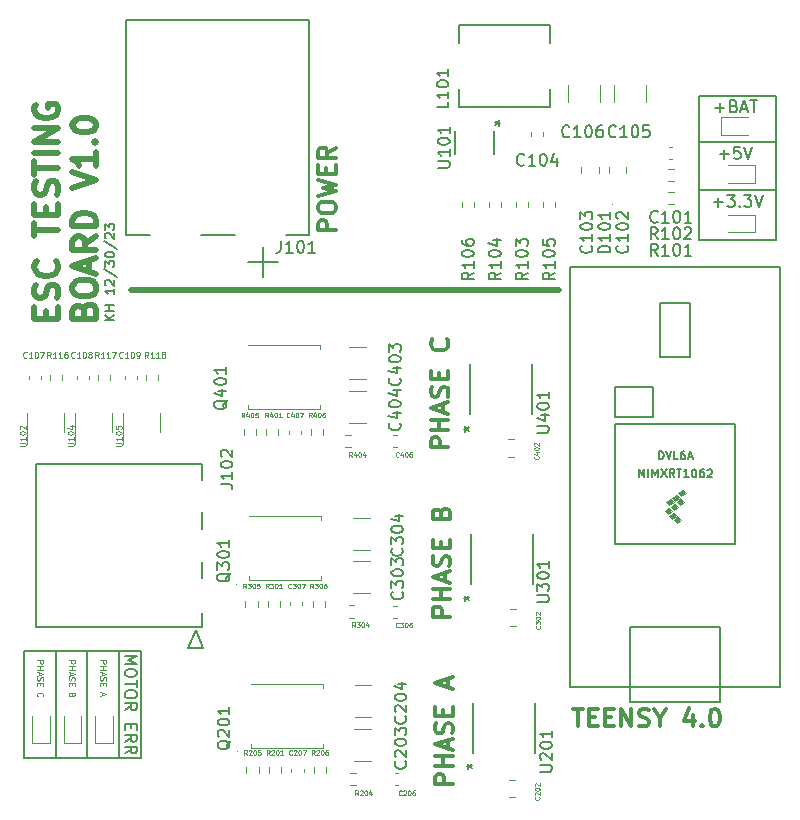
<source format=gbr>
%TF.GenerationSoftware,KiCad,Pcbnew,7.0.9*%
%TF.CreationDate,2023-12-30T21:06:32-05:00*%
%TF.ProjectId,esc,6573632e-6b69-4636-9164-5f7063625858,rev?*%
%TF.SameCoordinates,Original*%
%TF.FileFunction,Legend,Top*%
%TF.FilePolarity,Positive*%
%FSLAX46Y46*%
G04 Gerber Fmt 4.6, Leading zero omitted, Abs format (unit mm)*
G04 Created by KiCad (PCBNEW 7.0.9) date 2023-12-30 21:06:32*
%MOMM*%
%LPD*%
G01*
G04 APERTURE LIST*
%ADD10C,0.500000*%
%ADD11C,0.300000*%
%ADD12C,0.150000*%
%ADD13C,0.100000*%
%ADD14C,0.152400*%
%ADD15C,0.127000*%
%ADD16C,0.120000*%
G04 APERTURE END LIST*
D10*
X50800000Y-84531200D02*
X87020400Y-84531200D01*
D11*
X88224225Y-119966828D02*
X89081368Y-119966828D01*
X88652796Y-121466828D02*
X88652796Y-119966828D01*
X89581367Y-120681114D02*
X90081367Y-120681114D01*
X90295653Y-121466828D02*
X89581367Y-121466828D01*
X89581367Y-121466828D02*
X89581367Y-119966828D01*
X89581367Y-119966828D02*
X90295653Y-119966828D01*
X90938510Y-120681114D02*
X91438510Y-120681114D01*
X91652796Y-121466828D02*
X90938510Y-121466828D01*
X90938510Y-121466828D02*
X90938510Y-119966828D01*
X90938510Y-119966828D02*
X91652796Y-119966828D01*
X92295653Y-121466828D02*
X92295653Y-119966828D01*
X92295653Y-119966828D02*
X93152796Y-121466828D01*
X93152796Y-121466828D02*
X93152796Y-119966828D01*
X93795654Y-121395400D02*
X94009940Y-121466828D01*
X94009940Y-121466828D02*
X94367082Y-121466828D01*
X94367082Y-121466828D02*
X94509940Y-121395400D01*
X94509940Y-121395400D02*
X94581368Y-121323971D01*
X94581368Y-121323971D02*
X94652797Y-121181114D01*
X94652797Y-121181114D02*
X94652797Y-121038257D01*
X94652797Y-121038257D02*
X94581368Y-120895400D01*
X94581368Y-120895400D02*
X94509940Y-120823971D01*
X94509940Y-120823971D02*
X94367082Y-120752542D01*
X94367082Y-120752542D02*
X94081368Y-120681114D01*
X94081368Y-120681114D02*
X93938511Y-120609685D01*
X93938511Y-120609685D02*
X93867082Y-120538257D01*
X93867082Y-120538257D02*
X93795654Y-120395400D01*
X93795654Y-120395400D02*
X93795654Y-120252542D01*
X93795654Y-120252542D02*
X93867082Y-120109685D01*
X93867082Y-120109685D02*
X93938511Y-120038257D01*
X93938511Y-120038257D02*
X94081368Y-119966828D01*
X94081368Y-119966828D02*
X94438511Y-119966828D01*
X94438511Y-119966828D02*
X94652797Y-120038257D01*
X95581368Y-120752542D02*
X95581368Y-121466828D01*
X95081368Y-119966828D02*
X95581368Y-120752542D01*
X95581368Y-120752542D02*
X96081368Y-119966828D01*
X98367082Y-120466828D02*
X98367082Y-121466828D01*
X98009939Y-119895400D02*
X97652796Y-120966828D01*
X97652796Y-120966828D02*
X98581367Y-120966828D01*
X99152795Y-121323971D02*
X99224224Y-121395400D01*
X99224224Y-121395400D02*
X99152795Y-121466828D01*
X99152795Y-121466828D02*
X99081367Y-121395400D01*
X99081367Y-121395400D02*
X99152795Y-121323971D01*
X99152795Y-121323971D02*
X99152795Y-121466828D01*
X100152796Y-119966828D02*
X100295653Y-119966828D01*
X100295653Y-119966828D02*
X100438510Y-120038257D01*
X100438510Y-120038257D02*
X100509939Y-120109685D01*
X100509939Y-120109685D02*
X100581367Y-120252542D01*
X100581367Y-120252542D02*
X100652796Y-120538257D01*
X100652796Y-120538257D02*
X100652796Y-120895400D01*
X100652796Y-120895400D02*
X100581367Y-121181114D01*
X100581367Y-121181114D02*
X100509939Y-121323971D01*
X100509939Y-121323971D02*
X100438510Y-121395400D01*
X100438510Y-121395400D02*
X100295653Y-121466828D01*
X100295653Y-121466828D02*
X100152796Y-121466828D01*
X100152796Y-121466828D02*
X100009939Y-121395400D01*
X100009939Y-121395400D02*
X99938510Y-121323971D01*
X99938510Y-121323971D02*
X99867081Y-121181114D01*
X99867081Y-121181114D02*
X99795653Y-120895400D01*
X99795653Y-120895400D02*
X99795653Y-120538257D01*
X99795653Y-120538257D02*
X99867081Y-120252542D01*
X99867081Y-120252542D02*
X99938510Y-120109685D01*
X99938510Y-120109685D02*
X100009939Y-120038257D01*
X100009939Y-120038257D02*
X100152796Y-119966828D01*
X68126828Y-79455489D02*
X66626828Y-79455489D01*
X66626828Y-79455489D02*
X66626828Y-78884060D01*
X66626828Y-78884060D02*
X66698257Y-78741203D01*
X66698257Y-78741203D02*
X66769685Y-78669774D01*
X66769685Y-78669774D02*
X66912542Y-78598346D01*
X66912542Y-78598346D02*
X67126828Y-78598346D01*
X67126828Y-78598346D02*
X67269685Y-78669774D01*
X67269685Y-78669774D02*
X67341114Y-78741203D01*
X67341114Y-78741203D02*
X67412542Y-78884060D01*
X67412542Y-78884060D02*
X67412542Y-79455489D01*
X66626828Y-77669774D02*
X66626828Y-77384060D01*
X66626828Y-77384060D02*
X66698257Y-77241203D01*
X66698257Y-77241203D02*
X66841114Y-77098346D01*
X66841114Y-77098346D02*
X67126828Y-77026917D01*
X67126828Y-77026917D02*
X67626828Y-77026917D01*
X67626828Y-77026917D02*
X67912542Y-77098346D01*
X67912542Y-77098346D02*
X68055400Y-77241203D01*
X68055400Y-77241203D02*
X68126828Y-77384060D01*
X68126828Y-77384060D02*
X68126828Y-77669774D01*
X68126828Y-77669774D02*
X68055400Y-77812632D01*
X68055400Y-77812632D02*
X67912542Y-77955489D01*
X67912542Y-77955489D02*
X67626828Y-78026917D01*
X67626828Y-78026917D02*
X67126828Y-78026917D01*
X67126828Y-78026917D02*
X66841114Y-77955489D01*
X66841114Y-77955489D02*
X66698257Y-77812632D01*
X66698257Y-77812632D02*
X66626828Y-77669774D01*
X66626828Y-76526917D02*
X68126828Y-76169774D01*
X68126828Y-76169774D02*
X67055400Y-75884060D01*
X67055400Y-75884060D02*
X68126828Y-75598345D01*
X68126828Y-75598345D02*
X66626828Y-75241203D01*
X67341114Y-74669774D02*
X67341114Y-74169774D01*
X68126828Y-73955488D02*
X68126828Y-74669774D01*
X68126828Y-74669774D02*
X66626828Y-74669774D01*
X66626828Y-74669774D02*
X66626828Y-73955488D01*
X68126828Y-72455488D02*
X67412542Y-72955488D01*
X68126828Y-73312631D02*
X66626828Y-73312631D01*
X66626828Y-73312631D02*
X66626828Y-72741202D01*
X66626828Y-72741202D02*
X66698257Y-72598345D01*
X66698257Y-72598345D02*
X66769685Y-72526916D01*
X66769685Y-72526916D02*
X66912542Y-72455488D01*
X66912542Y-72455488D02*
X67126828Y-72455488D01*
X67126828Y-72455488D02*
X67269685Y-72526916D01*
X67269685Y-72526916D02*
X67341114Y-72598345D01*
X67341114Y-72598345D02*
X67412542Y-72741202D01*
X67412542Y-72741202D02*
X67412542Y-73312631D01*
X77677228Y-97845089D02*
X76177228Y-97845089D01*
X76177228Y-97845089D02*
X76177228Y-97273660D01*
X76177228Y-97273660D02*
X76248657Y-97130803D01*
X76248657Y-97130803D02*
X76320085Y-97059374D01*
X76320085Y-97059374D02*
X76462942Y-96987946D01*
X76462942Y-96987946D02*
X76677228Y-96987946D01*
X76677228Y-96987946D02*
X76820085Y-97059374D01*
X76820085Y-97059374D02*
X76891514Y-97130803D01*
X76891514Y-97130803D02*
X76962942Y-97273660D01*
X76962942Y-97273660D02*
X76962942Y-97845089D01*
X77677228Y-96345089D02*
X76177228Y-96345089D01*
X76891514Y-96345089D02*
X76891514Y-95487946D01*
X77677228Y-95487946D02*
X76177228Y-95487946D01*
X77248657Y-94845088D02*
X77248657Y-94130803D01*
X77677228Y-94987945D02*
X76177228Y-94487945D01*
X76177228Y-94487945D02*
X77677228Y-93987945D01*
X77605800Y-93559374D02*
X77677228Y-93345089D01*
X77677228Y-93345089D02*
X77677228Y-92987946D01*
X77677228Y-92987946D02*
X77605800Y-92845089D01*
X77605800Y-92845089D02*
X77534371Y-92773660D01*
X77534371Y-92773660D02*
X77391514Y-92702231D01*
X77391514Y-92702231D02*
X77248657Y-92702231D01*
X77248657Y-92702231D02*
X77105800Y-92773660D01*
X77105800Y-92773660D02*
X77034371Y-92845089D01*
X77034371Y-92845089D02*
X76962942Y-92987946D01*
X76962942Y-92987946D02*
X76891514Y-93273660D01*
X76891514Y-93273660D02*
X76820085Y-93416517D01*
X76820085Y-93416517D02*
X76748657Y-93487946D01*
X76748657Y-93487946D02*
X76605800Y-93559374D01*
X76605800Y-93559374D02*
X76462942Y-93559374D01*
X76462942Y-93559374D02*
X76320085Y-93487946D01*
X76320085Y-93487946D02*
X76248657Y-93416517D01*
X76248657Y-93416517D02*
X76177228Y-93273660D01*
X76177228Y-93273660D02*
X76177228Y-92916517D01*
X76177228Y-92916517D02*
X76248657Y-92702231D01*
X76891514Y-92059375D02*
X76891514Y-91559375D01*
X77677228Y-91345089D02*
X77677228Y-92059375D01*
X77677228Y-92059375D02*
X76177228Y-92059375D01*
X76177228Y-92059375D02*
X76177228Y-91345089D01*
X77534371Y-88702232D02*
X77605800Y-88773660D01*
X77605800Y-88773660D02*
X77677228Y-88987946D01*
X77677228Y-88987946D02*
X77677228Y-89130803D01*
X77677228Y-89130803D02*
X77605800Y-89345089D01*
X77605800Y-89345089D02*
X77462942Y-89487946D01*
X77462942Y-89487946D02*
X77320085Y-89559375D01*
X77320085Y-89559375D02*
X77034371Y-89630803D01*
X77034371Y-89630803D02*
X76820085Y-89630803D01*
X76820085Y-89630803D02*
X76534371Y-89559375D01*
X76534371Y-89559375D02*
X76391514Y-89487946D01*
X76391514Y-89487946D02*
X76248657Y-89345089D01*
X76248657Y-89345089D02*
X76177228Y-89130803D01*
X76177228Y-89130803D02*
X76177228Y-88987946D01*
X76177228Y-88987946D02*
X76248657Y-88773660D01*
X76248657Y-88773660D02*
X76320085Y-88702232D01*
X77829628Y-112170689D02*
X76329628Y-112170689D01*
X76329628Y-112170689D02*
X76329628Y-111599260D01*
X76329628Y-111599260D02*
X76401057Y-111456403D01*
X76401057Y-111456403D02*
X76472485Y-111384974D01*
X76472485Y-111384974D02*
X76615342Y-111313546D01*
X76615342Y-111313546D02*
X76829628Y-111313546D01*
X76829628Y-111313546D02*
X76972485Y-111384974D01*
X76972485Y-111384974D02*
X77043914Y-111456403D01*
X77043914Y-111456403D02*
X77115342Y-111599260D01*
X77115342Y-111599260D02*
X77115342Y-112170689D01*
X77829628Y-110670689D02*
X76329628Y-110670689D01*
X77043914Y-110670689D02*
X77043914Y-109813546D01*
X77829628Y-109813546D02*
X76329628Y-109813546D01*
X77401057Y-109170688D02*
X77401057Y-108456403D01*
X77829628Y-109313545D02*
X76329628Y-108813545D01*
X76329628Y-108813545D02*
X77829628Y-108313545D01*
X77758200Y-107884974D02*
X77829628Y-107670689D01*
X77829628Y-107670689D02*
X77829628Y-107313546D01*
X77829628Y-107313546D02*
X77758200Y-107170689D01*
X77758200Y-107170689D02*
X77686771Y-107099260D01*
X77686771Y-107099260D02*
X77543914Y-107027831D01*
X77543914Y-107027831D02*
X77401057Y-107027831D01*
X77401057Y-107027831D02*
X77258200Y-107099260D01*
X77258200Y-107099260D02*
X77186771Y-107170689D01*
X77186771Y-107170689D02*
X77115342Y-107313546D01*
X77115342Y-107313546D02*
X77043914Y-107599260D01*
X77043914Y-107599260D02*
X76972485Y-107742117D01*
X76972485Y-107742117D02*
X76901057Y-107813546D01*
X76901057Y-107813546D02*
X76758200Y-107884974D01*
X76758200Y-107884974D02*
X76615342Y-107884974D01*
X76615342Y-107884974D02*
X76472485Y-107813546D01*
X76472485Y-107813546D02*
X76401057Y-107742117D01*
X76401057Y-107742117D02*
X76329628Y-107599260D01*
X76329628Y-107599260D02*
X76329628Y-107242117D01*
X76329628Y-107242117D02*
X76401057Y-107027831D01*
X77043914Y-106384975D02*
X77043914Y-105884975D01*
X77829628Y-105670689D02*
X77829628Y-106384975D01*
X77829628Y-106384975D02*
X76329628Y-106384975D01*
X76329628Y-106384975D02*
X76329628Y-105670689D01*
X77043914Y-103384975D02*
X77115342Y-103170689D01*
X77115342Y-103170689D02*
X77186771Y-103099260D01*
X77186771Y-103099260D02*
X77329628Y-103027832D01*
X77329628Y-103027832D02*
X77543914Y-103027832D01*
X77543914Y-103027832D02*
X77686771Y-103099260D01*
X77686771Y-103099260D02*
X77758200Y-103170689D01*
X77758200Y-103170689D02*
X77829628Y-103313546D01*
X77829628Y-103313546D02*
X77829628Y-103884975D01*
X77829628Y-103884975D02*
X76329628Y-103884975D01*
X76329628Y-103884975D02*
X76329628Y-103384975D01*
X76329628Y-103384975D02*
X76401057Y-103242118D01*
X76401057Y-103242118D02*
X76472485Y-103170689D01*
X76472485Y-103170689D02*
X76615342Y-103099260D01*
X76615342Y-103099260D02*
X76758200Y-103099260D01*
X76758200Y-103099260D02*
X76901057Y-103170689D01*
X76901057Y-103170689D02*
X76972485Y-103242118D01*
X76972485Y-103242118D02*
X77043914Y-103384975D01*
X77043914Y-103384975D02*
X77043914Y-103884975D01*
X78032828Y-126343889D02*
X76532828Y-126343889D01*
X76532828Y-126343889D02*
X76532828Y-125772460D01*
X76532828Y-125772460D02*
X76604257Y-125629603D01*
X76604257Y-125629603D02*
X76675685Y-125558174D01*
X76675685Y-125558174D02*
X76818542Y-125486746D01*
X76818542Y-125486746D02*
X77032828Y-125486746D01*
X77032828Y-125486746D02*
X77175685Y-125558174D01*
X77175685Y-125558174D02*
X77247114Y-125629603D01*
X77247114Y-125629603D02*
X77318542Y-125772460D01*
X77318542Y-125772460D02*
X77318542Y-126343889D01*
X78032828Y-124843889D02*
X76532828Y-124843889D01*
X77247114Y-124843889D02*
X77247114Y-123986746D01*
X78032828Y-123986746D02*
X76532828Y-123986746D01*
X77604257Y-123343888D02*
X77604257Y-122629603D01*
X78032828Y-123486745D02*
X76532828Y-122986745D01*
X76532828Y-122986745D02*
X78032828Y-122486745D01*
X77961400Y-122058174D02*
X78032828Y-121843889D01*
X78032828Y-121843889D02*
X78032828Y-121486746D01*
X78032828Y-121486746D02*
X77961400Y-121343889D01*
X77961400Y-121343889D02*
X77889971Y-121272460D01*
X77889971Y-121272460D02*
X77747114Y-121201031D01*
X77747114Y-121201031D02*
X77604257Y-121201031D01*
X77604257Y-121201031D02*
X77461400Y-121272460D01*
X77461400Y-121272460D02*
X77389971Y-121343889D01*
X77389971Y-121343889D02*
X77318542Y-121486746D01*
X77318542Y-121486746D02*
X77247114Y-121772460D01*
X77247114Y-121772460D02*
X77175685Y-121915317D01*
X77175685Y-121915317D02*
X77104257Y-121986746D01*
X77104257Y-121986746D02*
X76961400Y-122058174D01*
X76961400Y-122058174D02*
X76818542Y-122058174D01*
X76818542Y-122058174D02*
X76675685Y-121986746D01*
X76675685Y-121986746D02*
X76604257Y-121915317D01*
X76604257Y-121915317D02*
X76532828Y-121772460D01*
X76532828Y-121772460D02*
X76532828Y-121415317D01*
X76532828Y-121415317D02*
X76604257Y-121201031D01*
X77247114Y-120558175D02*
X77247114Y-120058175D01*
X78032828Y-119843889D02*
X78032828Y-120558175D01*
X78032828Y-120558175D02*
X76532828Y-120558175D01*
X76532828Y-120558175D02*
X76532828Y-119843889D01*
X77604257Y-118129603D02*
X77604257Y-117415318D01*
X78032828Y-118272460D02*
X76532828Y-117772460D01*
X76532828Y-117772460D02*
X78032828Y-117272460D01*
D12*
X44436207Y-115137444D02*
X44436207Y-124065544D01*
X98914000Y-68072000D02*
X105391000Y-68072000D01*
X105391000Y-80264000D01*
X98914000Y-80264000D01*
X98914000Y-68072000D01*
X41718407Y-115086644D02*
X51675207Y-115086644D01*
X51675207Y-124154444D01*
X41718407Y-124154444D01*
X41718407Y-115086644D01*
X47103207Y-115175544D02*
X47103207Y-124103644D01*
X49770207Y-115156494D02*
X49770207Y-124084594D01*
X98914000Y-76073000D02*
X105391000Y-76073000D01*
X98914000Y-72009000D02*
X105391000Y-72009000D01*
D13*
X45518597Y-115868380D02*
X46018597Y-115868380D01*
X46018597Y-115868380D02*
X46018597Y-116058856D01*
X46018597Y-116058856D02*
X45994787Y-116106475D01*
X45994787Y-116106475D02*
X45970978Y-116130285D01*
X45970978Y-116130285D02*
X45923359Y-116154094D01*
X45923359Y-116154094D02*
X45851930Y-116154094D01*
X45851930Y-116154094D02*
X45804311Y-116130285D01*
X45804311Y-116130285D02*
X45780502Y-116106475D01*
X45780502Y-116106475D02*
X45756692Y-116058856D01*
X45756692Y-116058856D02*
X45756692Y-115868380D01*
X45518597Y-116368380D02*
X46018597Y-116368380D01*
X45780502Y-116368380D02*
X45780502Y-116654094D01*
X45518597Y-116654094D02*
X46018597Y-116654094D01*
X45661454Y-116868381D02*
X45661454Y-117106476D01*
X45518597Y-116820762D02*
X46018597Y-116987428D01*
X46018597Y-116987428D02*
X45518597Y-117154095D01*
X45542407Y-117296952D02*
X45518597Y-117368380D01*
X45518597Y-117368380D02*
X45518597Y-117487428D01*
X45518597Y-117487428D02*
X45542407Y-117535047D01*
X45542407Y-117535047D02*
X45566216Y-117558856D01*
X45566216Y-117558856D02*
X45613835Y-117582666D01*
X45613835Y-117582666D02*
X45661454Y-117582666D01*
X45661454Y-117582666D02*
X45709073Y-117558856D01*
X45709073Y-117558856D02*
X45732883Y-117535047D01*
X45732883Y-117535047D02*
X45756692Y-117487428D01*
X45756692Y-117487428D02*
X45780502Y-117392190D01*
X45780502Y-117392190D02*
X45804311Y-117344571D01*
X45804311Y-117344571D02*
X45828121Y-117320761D01*
X45828121Y-117320761D02*
X45875740Y-117296952D01*
X45875740Y-117296952D02*
X45923359Y-117296952D01*
X45923359Y-117296952D02*
X45970978Y-117320761D01*
X45970978Y-117320761D02*
X45994787Y-117344571D01*
X45994787Y-117344571D02*
X46018597Y-117392190D01*
X46018597Y-117392190D02*
X46018597Y-117511237D01*
X46018597Y-117511237D02*
X45994787Y-117582666D01*
X45780502Y-117796951D02*
X45780502Y-117963618D01*
X45518597Y-118035046D02*
X45518597Y-117796951D01*
X45518597Y-117796951D02*
X46018597Y-117796951D01*
X46018597Y-117796951D02*
X46018597Y-118035046D01*
X45780502Y-118796951D02*
X45756692Y-118868379D01*
X45756692Y-118868379D02*
X45732883Y-118892189D01*
X45732883Y-118892189D02*
X45685264Y-118915998D01*
X45685264Y-118915998D02*
X45613835Y-118915998D01*
X45613835Y-118915998D02*
X45566216Y-118892189D01*
X45566216Y-118892189D02*
X45542407Y-118868379D01*
X45542407Y-118868379D02*
X45518597Y-118820760D01*
X45518597Y-118820760D02*
X45518597Y-118630284D01*
X45518597Y-118630284D02*
X46018597Y-118630284D01*
X46018597Y-118630284D02*
X46018597Y-118796951D01*
X46018597Y-118796951D02*
X45994787Y-118844570D01*
X45994787Y-118844570D02*
X45970978Y-118868379D01*
X45970978Y-118868379D02*
X45923359Y-118892189D01*
X45923359Y-118892189D02*
X45875740Y-118892189D01*
X45875740Y-118892189D02*
X45828121Y-118868379D01*
X45828121Y-118868379D02*
X45804311Y-118844570D01*
X45804311Y-118844570D02*
X45780502Y-118796951D01*
X45780502Y-118796951D02*
X45780502Y-118630284D01*
D12*
X100266779Y-69084866D02*
X101028684Y-69084866D01*
X100647731Y-69465819D02*
X100647731Y-68703914D01*
X101838207Y-68942009D02*
X101981064Y-68989628D01*
X101981064Y-68989628D02*
X102028683Y-69037247D01*
X102028683Y-69037247D02*
X102076302Y-69132485D01*
X102076302Y-69132485D02*
X102076302Y-69275342D01*
X102076302Y-69275342D02*
X102028683Y-69370580D01*
X102028683Y-69370580D02*
X101981064Y-69418200D01*
X101981064Y-69418200D02*
X101885826Y-69465819D01*
X101885826Y-69465819D02*
X101504874Y-69465819D01*
X101504874Y-69465819D02*
X101504874Y-68465819D01*
X101504874Y-68465819D02*
X101838207Y-68465819D01*
X101838207Y-68465819D02*
X101933445Y-68513438D01*
X101933445Y-68513438D02*
X101981064Y-68561057D01*
X101981064Y-68561057D02*
X102028683Y-68656295D01*
X102028683Y-68656295D02*
X102028683Y-68751533D01*
X102028683Y-68751533D02*
X101981064Y-68846771D01*
X101981064Y-68846771D02*
X101933445Y-68894390D01*
X101933445Y-68894390D02*
X101838207Y-68942009D01*
X101838207Y-68942009D02*
X101504874Y-68942009D01*
X102457255Y-69180104D02*
X102933445Y-69180104D01*
X102362017Y-69465819D02*
X102695350Y-68465819D01*
X102695350Y-68465819D02*
X103028683Y-69465819D01*
X103219160Y-68465819D02*
X103790588Y-68465819D01*
X103504874Y-69465819D02*
X103504874Y-68465819D01*
X100139779Y-77085866D02*
X100901684Y-77085866D01*
X100520731Y-77466819D02*
X100520731Y-76704914D01*
X101282636Y-76466819D02*
X101901683Y-76466819D01*
X101901683Y-76466819D02*
X101568350Y-76847771D01*
X101568350Y-76847771D02*
X101711207Y-76847771D01*
X101711207Y-76847771D02*
X101806445Y-76895390D01*
X101806445Y-76895390D02*
X101854064Y-76943009D01*
X101854064Y-76943009D02*
X101901683Y-77038247D01*
X101901683Y-77038247D02*
X101901683Y-77276342D01*
X101901683Y-77276342D02*
X101854064Y-77371580D01*
X101854064Y-77371580D02*
X101806445Y-77419200D01*
X101806445Y-77419200D02*
X101711207Y-77466819D01*
X101711207Y-77466819D02*
X101425493Y-77466819D01*
X101425493Y-77466819D02*
X101330255Y-77419200D01*
X101330255Y-77419200D02*
X101282636Y-77371580D01*
X102330255Y-77371580D02*
X102377874Y-77419200D01*
X102377874Y-77419200D02*
X102330255Y-77466819D01*
X102330255Y-77466819D02*
X102282636Y-77419200D01*
X102282636Y-77419200D02*
X102330255Y-77371580D01*
X102330255Y-77371580D02*
X102330255Y-77466819D01*
X102711207Y-76466819D02*
X103330254Y-76466819D01*
X103330254Y-76466819D02*
X102996921Y-76847771D01*
X102996921Y-76847771D02*
X103139778Y-76847771D01*
X103139778Y-76847771D02*
X103235016Y-76895390D01*
X103235016Y-76895390D02*
X103282635Y-76943009D01*
X103282635Y-76943009D02*
X103330254Y-77038247D01*
X103330254Y-77038247D02*
X103330254Y-77276342D01*
X103330254Y-77276342D02*
X103282635Y-77371580D01*
X103282635Y-77371580D02*
X103235016Y-77419200D01*
X103235016Y-77419200D02*
X103139778Y-77466819D01*
X103139778Y-77466819D02*
X102854064Y-77466819D01*
X102854064Y-77466819D02*
X102758826Y-77419200D01*
X102758826Y-77419200D02*
X102711207Y-77371580D01*
X103615969Y-76466819D02*
X103949302Y-77466819D01*
X103949302Y-77466819D02*
X104282635Y-76466819D01*
X49387288Y-87074895D02*
X48587288Y-87074895D01*
X49387288Y-86617752D02*
X48930145Y-86960610D01*
X48587288Y-86617752D02*
X49044431Y-87074895D01*
X49387288Y-86274895D02*
X48587288Y-86274895D01*
X48968240Y-86274895D02*
X48968240Y-85817752D01*
X49387288Y-85817752D02*
X48587288Y-85817752D01*
X49387288Y-84408229D02*
X49387288Y-84865372D01*
X49387288Y-84636800D02*
X48587288Y-84636800D01*
X48587288Y-84636800D02*
X48701573Y-84712991D01*
X48701573Y-84712991D02*
X48777764Y-84789181D01*
X48777764Y-84789181D02*
X48815859Y-84865372D01*
X48663478Y-84103467D02*
X48625383Y-84065371D01*
X48625383Y-84065371D02*
X48587288Y-83989181D01*
X48587288Y-83989181D02*
X48587288Y-83798705D01*
X48587288Y-83798705D02*
X48625383Y-83722514D01*
X48625383Y-83722514D02*
X48663478Y-83684419D01*
X48663478Y-83684419D02*
X48739669Y-83646324D01*
X48739669Y-83646324D02*
X48815859Y-83646324D01*
X48815859Y-83646324D02*
X48930145Y-83684419D01*
X48930145Y-83684419D02*
X49387288Y-84141562D01*
X49387288Y-84141562D02*
X49387288Y-83646324D01*
X48549193Y-82732038D02*
X49577764Y-83417752D01*
X48587288Y-82541562D02*
X48587288Y-82046324D01*
X48587288Y-82046324D02*
X48892050Y-82312990D01*
X48892050Y-82312990D02*
X48892050Y-82198705D01*
X48892050Y-82198705D02*
X48930145Y-82122514D01*
X48930145Y-82122514D02*
X48968240Y-82084419D01*
X48968240Y-82084419D02*
X49044431Y-82046324D01*
X49044431Y-82046324D02*
X49234907Y-82046324D01*
X49234907Y-82046324D02*
X49311097Y-82084419D01*
X49311097Y-82084419D02*
X49349193Y-82122514D01*
X49349193Y-82122514D02*
X49387288Y-82198705D01*
X49387288Y-82198705D02*
X49387288Y-82427276D01*
X49387288Y-82427276D02*
X49349193Y-82503467D01*
X49349193Y-82503467D02*
X49311097Y-82541562D01*
X48587288Y-81551085D02*
X48587288Y-81474895D01*
X48587288Y-81474895D02*
X48625383Y-81398704D01*
X48625383Y-81398704D02*
X48663478Y-81360609D01*
X48663478Y-81360609D02*
X48739669Y-81322514D01*
X48739669Y-81322514D02*
X48892050Y-81284419D01*
X48892050Y-81284419D02*
X49082526Y-81284419D01*
X49082526Y-81284419D02*
X49234907Y-81322514D01*
X49234907Y-81322514D02*
X49311097Y-81360609D01*
X49311097Y-81360609D02*
X49349193Y-81398704D01*
X49349193Y-81398704D02*
X49387288Y-81474895D01*
X49387288Y-81474895D02*
X49387288Y-81551085D01*
X49387288Y-81551085D02*
X49349193Y-81627276D01*
X49349193Y-81627276D02*
X49311097Y-81665371D01*
X49311097Y-81665371D02*
X49234907Y-81703466D01*
X49234907Y-81703466D02*
X49082526Y-81741562D01*
X49082526Y-81741562D02*
X48892050Y-81741562D01*
X48892050Y-81741562D02*
X48739669Y-81703466D01*
X48739669Y-81703466D02*
X48663478Y-81665371D01*
X48663478Y-81665371D02*
X48625383Y-81627276D01*
X48625383Y-81627276D02*
X48587288Y-81551085D01*
X48549193Y-80370133D02*
X49577764Y-81055847D01*
X48663478Y-80141562D02*
X48625383Y-80103466D01*
X48625383Y-80103466D02*
X48587288Y-80027276D01*
X48587288Y-80027276D02*
X48587288Y-79836800D01*
X48587288Y-79836800D02*
X48625383Y-79760609D01*
X48625383Y-79760609D02*
X48663478Y-79722514D01*
X48663478Y-79722514D02*
X48739669Y-79684419D01*
X48739669Y-79684419D02*
X48815859Y-79684419D01*
X48815859Y-79684419D02*
X48930145Y-79722514D01*
X48930145Y-79722514D02*
X49387288Y-80179657D01*
X49387288Y-80179657D02*
X49387288Y-79684419D01*
X48587288Y-79417752D02*
X48587288Y-78922514D01*
X48587288Y-78922514D02*
X48892050Y-79189180D01*
X48892050Y-79189180D02*
X48892050Y-79074895D01*
X48892050Y-79074895D02*
X48930145Y-78998704D01*
X48930145Y-78998704D02*
X48968240Y-78960609D01*
X48968240Y-78960609D02*
X49044431Y-78922514D01*
X49044431Y-78922514D02*
X49234907Y-78922514D01*
X49234907Y-78922514D02*
X49311097Y-78960609D01*
X49311097Y-78960609D02*
X49349193Y-78998704D01*
X49349193Y-78998704D02*
X49387288Y-79074895D01*
X49387288Y-79074895D02*
X49387288Y-79303466D01*
X49387288Y-79303466D02*
X49349193Y-79379657D01*
X49349193Y-79379657D02*
X49311097Y-79417752D01*
X100647779Y-73021866D02*
X101409684Y-73021866D01*
X101028731Y-73402819D02*
X101028731Y-72640914D01*
X102362064Y-72402819D02*
X101885874Y-72402819D01*
X101885874Y-72402819D02*
X101838255Y-72879009D01*
X101838255Y-72879009D02*
X101885874Y-72831390D01*
X101885874Y-72831390D02*
X101981112Y-72783771D01*
X101981112Y-72783771D02*
X102219207Y-72783771D01*
X102219207Y-72783771D02*
X102314445Y-72831390D01*
X102314445Y-72831390D02*
X102362064Y-72879009D01*
X102362064Y-72879009D02*
X102409683Y-72974247D01*
X102409683Y-72974247D02*
X102409683Y-73212342D01*
X102409683Y-73212342D02*
X102362064Y-73307580D01*
X102362064Y-73307580D02*
X102314445Y-73355200D01*
X102314445Y-73355200D02*
X102219207Y-73402819D01*
X102219207Y-73402819D02*
X101981112Y-73402819D01*
X101981112Y-73402819D02*
X101885874Y-73355200D01*
X101885874Y-73355200D02*
X101838255Y-73307580D01*
X102695398Y-72402819D02*
X103028731Y-73402819D01*
X103028731Y-73402819D02*
X103362064Y-72402819D01*
D13*
X48185597Y-115868380D02*
X48685597Y-115868380D01*
X48685597Y-115868380D02*
X48685597Y-116058856D01*
X48685597Y-116058856D02*
X48661787Y-116106475D01*
X48661787Y-116106475D02*
X48637978Y-116130285D01*
X48637978Y-116130285D02*
X48590359Y-116154094D01*
X48590359Y-116154094D02*
X48518930Y-116154094D01*
X48518930Y-116154094D02*
X48471311Y-116130285D01*
X48471311Y-116130285D02*
X48447502Y-116106475D01*
X48447502Y-116106475D02*
X48423692Y-116058856D01*
X48423692Y-116058856D02*
X48423692Y-115868380D01*
X48185597Y-116368380D02*
X48685597Y-116368380D01*
X48447502Y-116368380D02*
X48447502Y-116654094D01*
X48185597Y-116654094D02*
X48685597Y-116654094D01*
X48328454Y-116868381D02*
X48328454Y-117106476D01*
X48185597Y-116820762D02*
X48685597Y-116987428D01*
X48685597Y-116987428D02*
X48185597Y-117154095D01*
X48209407Y-117296952D02*
X48185597Y-117368380D01*
X48185597Y-117368380D02*
X48185597Y-117487428D01*
X48185597Y-117487428D02*
X48209407Y-117535047D01*
X48209407Y-117535047D02*
X48233216Y-117558856D01*
X48233216Y-117558856D02*
X48280835Y-117582666D01*
X48280835Y-117582666D02*
X48328454Y-117582666D01*
X48328454Y-117582666D02*
X48376073Y-117558856D01*
X48376073Y-117558856D02*
X48399883Y-117535047D01*
X48399883Y-117535047D02*
X48423692Y-117487428D01*
X48423692Y-117487428D02*
X48447502Y-117392190D01*
X48447502Y-117392190D02*
X48471311Y-117344571D01*
X48471311Y-117344571D02*
X48495121Y-117320761D01*
X48495121Y-117320761D02*
X48542740Y-117296952D01*
X48542740Y-117296952D02*
X48590359Y-117296952D01*
X48590359Y-117296952D02*
X48637978Y-117320761D01*
X48637978Y-117320761D02*
X48661787Y-117344571D01*
X48661787Y-117344571D02*
X48685597Y-117392190D01*
X48685597Y-117392190D02*
X48685597Y-117511237D01*
X48685597Y-117511237D02*
X48661787Y-117582666D01*
X48447502Y-117796951D02*
X48447502Y-117963618D01*
X48185597Y-118035046D02*
X48185597Y-117796951D01*
X48185597Y-117796951D02*
X48685597Y-117796951D01*
X48685597Y-117796951D02*
X48685597Y-118035046D01*
X48328454Y-118606475D02*
X48328454Y-118844570D01*
X48185597Y-118558856D02*
X48685597Y-118725522D01*
X48685597Y-118725522D02*
X48185597Y-118892189D01*
D12*
X50281387Y-115512323D02*
X51281387Y-115512323D01*
X51281387Y-115512323D02*
X50567102Y-115845656D01*
X50567102Y-115845656D02*
X51281387Y-116178989D01*
X51281387Y-116178989D02*
X50281387Y-116178989D01*
X51281387Y-116845656D02*
X51281387Y-117036132D01*
X51281387Y-117036132D02*
X51233768Y-117131370D01*
X51233768Y-117131370D02*
X51138530Y-117226608D01*
X51138530Y-117226608D02*
X50948054Y-117274227D01*
X50948054Y-117274227D02*
X50614721Y-117274227D01*
X50614721Y-117274227D02*
X50424245Y-117226608D01*
X50424245Y-117226608D02*
X50329007Y-117131370D01*
X50329007Y-117131370D02*
X50281387Y-117036132D01*
X50281387Y-117036132D02*
X50281387Y-116845656D01*
X50281387Y-116845656D02*
X50329007Y-116750418D01*
X50329007Y-116750418D02*
X50424245Y-116655180D01*
X50424245Y-116655180D02*
X50614721Y-116607561D01*
X50614721Y-116607561D02*
X50948054Y-116607561D01*
X50948054Y-116607561D02*
X51138530Y-116655180D01*
X51138530Y-116655180D02*
X51233768Y-116750418D01*
X51233768Y-116750418D02*
X51281387Y-116845656D01*
X51281387Y-117559942D02*
X51281387Y-118131370D01*
X50281387Y-117845656D02*
X51281387Y-117845656D01*
X51281387Y-118655180D02*
X51281387Y-118845656D01*
X51281387Y-118845656D02*
X51233768Y-118940894D01*
X51233768Y-118940894D02*
X51138530Y-119036132D01*
X51138530Y-119036132D02*
X50948054Y-119083751D01*
X50948054Y-119083751D02*
X50614721Y-119083751D01*
X50614721Y-119083751D02*
X50424245Y-119036132D01*
X50424245Y-119036132D02*
X50329007Y-118940894D01*
X50329007Y-118940894D02*
X50281387Y-118845656D01*
X50281387Y-118845656D02*
X50281387Y-118655180D01*
X50281387Y-118655180D02*
X50329007Y-118559942D01*
X50329007Y-118559942D02*
X50424245Y-118464704D01*
X50424245Y-118464704D02*
X50614721Y-118417085D01*
X50614721Y-118417085D02*
X50948054Y-118417085D01*
X50948054Y-118417085D02*
X51138530Y-118464704D01*
X51138530Y-118464704D02*
X51233768Y-118559942D01*
X51233768Y-118559942D02*
X51281387Y-118655180D01*
X50281387Y-120083751D02*
X50757578Y-119750418D01*
X50281387Y-119512323D02*
X51281387Y-119512323D01*
X51281387Y-119512323D02*
X51281387Y-119893275D01*
X51281387Y-119893275D02*
X51233768Y-119988513D01*
X51233768Y-119988513D02*
X51186149Y-120036132D01*
X51186149Y-120036132D02*
X51090911Y-120083751D01*
X51090911Y-120083751D02*
X50948054Y-120083751D01*
X50948054Y-120083751D02*
X50852816Y-120036132D01*
X50852816Y-120036132D02*
X50805197Y-119988513D01*
X50805197Y-119988513D02*
X50757578Y-119893275D01*
X50757578Y-119893275D02*
X50757578Y-119512323D01*
X50805197Y-121274228D02*
X50805197Y-121607561D01*
X50281387Y-121750418D02*
X50281387Y-121274228D01*
X50281387Y-121274228D02*
X51281387Y-121274228D01*
X51281387Y-121274228D02*
X51281387Y-121750418D01*
X50281387Y-122750418D02*
X50757578Y-122417085D01*
X50281387Y-122178990D02*
X51281387Y-122178990D01*
X51281387Y-122178990D02*
X51281387Y-122559942D01*
X51281387Y-122559942D02*
X51233768Y-122655180D01*
X51233768Y-122655180D02*
X51186149Y-122702799D01*
X51186149Y-122702799D02*
X51090911Y-122750418D01*
X51090911Y-122750418D02*
X50948054Y-122750418D01*
X50948054Y-122750418D02*
X50852816Y-122702799D01*
X50852816Y-122702799D02*
X50805197Y-122655180D01*
X50805197Y-122655180D02*
X50757578Y-122559942D01*
X50757578Y-122559942D02*
X50757578Y-122178990D01*
X50281387Y-123750418D02*
X50757578Y-123417085D01*
X50281387Y-123178990D02*
X51281387Y-123178990D01*
X51281387Y-123178990D02*
X51281387Y-123559942D01*
X51281387Y-123559942D02*
X51233768Y-123655180D01*
X51233768Y-123655180D02*
X51186149Y-123702799D01*
X51186149Y-123702799D02*
X51090911Y-123750418D01*
X51090911Y-123750418D02*
X50948054Y-123750418D01*
X50948054Y-123750418D02*
X50852816Y-123702799D01*
X50852816Y-123702799D02*
X50805197Y-123655180D01*
X50805197Y-123655180D02*
X50757578Y-123559942D01*
X50757578Y-123559942D02*
X50757578Y-123178990D01*
D10*
X43569219Y-86926462D02*
X43569219Y-86259795D01*
X44616838Y-85974081D02*
X44616838Y-86926462D01*
X44616838Y-86926462D02*
X42616838Y-86926462D01*
X42616838Y-86926462D02*
X42616838Y-85974081D01*
X44521600Y-85212176D02*
X44616838Y-84926462D01*
X44616838Y-84926462D02*
X44616838Y-84450271D01*
X44616838Y-84450271D02*
X44521600Y-84259795D01*
X44521600Y-84259795D02*
X44426361Y-84164557D01*
X44426361Y-84164557D02*
X44235885Y-84069319D01*
X44235885Y-84069319D02*
X44045409Y-84069319D01*
X44045409Y-84069319D02*
X43854933Y-84164557D01*
X43854933Y-84164557D02*
X43759695Y-84259795D01*
X43759695Y-84259795D02*
X43664457Y-84450271D01*
X43664457Y-84450271D02*
X43569219Y-84831224D01*
X43569219Y-84831224D02*
X43473980Y-85021700D01*
X43473980Y-85021700D02*
X43378742Y-85116938D01*
X43378742Y-85116938D02*
X43188266Y-85212176D01*
X43188266Y-85212176D02*
X42997790Y-85212176D01*
X42997790Y-85212176D02*
X42807314Y-85116938D01*
X42807314Y-85116938D02*
X42712076Y-85021700D01*
X42712076Y-85021700D02*
X42616838Y-84831224D01*
X42616838Y-84831224D02*
X42616838Y-84355033D01*
X42616838Y-84355033D02*
X42712076Y-84069319D01*
X44426361Y-82069319D02*
X44521600Y-82164557D01*
X44521600Y-82164557D02*
X44616838Y-82450271D01*
X44616838Y-82450271D02*
X44616838Y-82640747D01*
X44616838Y-82640747D02*
X44521600Y-82926462D01*
X44521600Y-82926462D02*
X44331123Y-83116938D01*
X44331123Y-83116938D02*
X44140647Y-83212176D01*
X44140647Y-83212176D02*
X43759695Y-83307414D01*
X43759695Y-83307414D02*
X43473980Y-83307414D01*
X43473980Y-83307414D02*
X43093028Y-83212176D01*
X43093028Y-83212176D02*
X42902552Y-83116938D01*
X42902552Y-83116938D02*
X42712076Y-82926462D01*
X42712076Y-82926462D02*
X42616838Y-82640747D01*
X42616838Y-82640747D02*
X42616838Y-82450271D01*
X42616838Y-82450271D02*
X42712076Y-82164557D01*
X42712076Y-82164557D02*
X42807314Y-82069319D01*
X42616838Y-79974080D02*
X42616838Y-78831223D01*
X44616838Y-79402652D02*
X42616838Y-79402652D01*
X43569219Y-78164556D02*
X43569219Y-77497889D01*
X44616838Y-77212175D02*
X44616838Y-78164556D01*
X44616838Y-78164556D02*
X42616838Y-78164556D01*
X42616838Y-78164556D02*
X42616838Y-77212175D01*
X44521600Y-76450270D02*
X44616838Y-76164556D01*
X44616838Y-76164556D02*
X44616838Y-75688365D01*
X44616838Y-75688365D02*
X44521600Y-75497889D01*
X44521600Y-75497889D02*
X44426361Y-75402651D01*
X44426361Y-75402651D02*
X44235885Y-75307413D01*
X44235885Y-75307413D02*
X44045409Y-75307413D01*
X44045409Y-75307413D02*
X43854933Y-75402651D01*
X43854933Y-75402651D02*
X43759695Y-75497889D01*
X43759695Y-75497889D02*
X43664457Y-75688365D01*
X43664457Y-75688365D02*
X43569219Y-76069318D01*
X43569219Y-76069318D02*
X43473980Y-76259794D01*
X43473980Y-76259794D02*
X43378742Y-76355032D01*
X43378742Y-76355032D02*
X43188266Y-76450270D01*
X43188266Y-76450270D02*
X42997790Y-76450270D01*
X42997790Y-76450270D02*
X42807314Y-76355032D01*
X42807314Y-76355032D02*
X42712076Y-76259794D01*
X42712076Y-76259794D02*
X42616838Y-76069318D01*
X42616838Y-76069318D02*
X42616838Y-75593127D01*
X42616838Y-75593127D02*
X42712076Y-75307413D01*
X42616838Y-74735984D02*
X42616838Y-73593127D01*
X44616838Y-74164556D02*
X42616838Y-74164556D01*
X44616838Y-72926460D02*
X42616838Y-72926460D01*
X44616838Y-71974079D02*
X42616838Y-71974079D01*
X42616838Y-71974079D02*
X44616838Y-70831222D01*
X44616838Y-70831222D02*
X42616838Y-70831222D01*
X42712076Y-68831222D02*
X42616838Y-69021698D01*
X42616838Y-69021698D02*
X42616838Y-69307412D01*
X42616838Y-69307412D02*
X42712076Y-69593127D01*
X42712076Y-69593127D02*
X42902552Y-69783603D01*
X42902552Y-69783603D02*
X43093028Y-69878841D01*
X43093028Y-69878841D02*
X43473980Y-69974079D01*
X43473980Y-69974079D02*
X43759695Y-69974079D01*
X43759695Y-69974079D02*
X44140647Y-69878841D01*
X44140647Y-69878841D02*
X44331123Y-69783603D01*
X44331123Y-69783603D02*
X44521600Y-69593127D01*
X44521600Y-69593127D02*
X44616838Y-69307412D01*
X44616838Y-69307412D02*
X44616838Y-69116936D01*
X44616838Y-69116936D02*
X44521600Y-68831222D01*
X44521600Y-68831222D02*
X44426361Y-68735984D01*
X44426361Y-68735984D02*
X43759695Y-68735984D01*
X43759695Y-68735984D02*
X43759695Y-69116936D01*
X46789219Y-86259795D02*
X46884457Y-85974081D01*
X46884457Y-85974081D02*
X46979695Y-85878843D01*
X46979695Y-85878843D02*
X47170171Y-85783605D01*
X47170171Y-85783605D02*
X47455885Y-85783605D01*
X47455885Y-85783605D02*
X47646361Y-85878843D01*
X47646361Y-85878843D02*
X47741600Y-85974081D01*
X47741600Y-85974081D02*
X47836838Y-86164557D01*
X47836838Y-86164557D02*
X47836838Y-86926462D01*
X47836838Y-86926462D02*
X45836838Y-86926462D01*
X45836838Y-86926462D02*
X45836838Y-86259795D01*
X45836838Y-86259795D02*
X45932076Y-86069319D01*
X45932076Y-86069319D02*
X46027314Y-85974081D01*
X46027314Y-85974081D02*
X46217790Y-85878843D01*
X46217790Y-85878843D02*
X46408266Y-85878843D01*
X46408266Y-85878843D02*
X46598742Y-85974081D01*
X46598742Y-85974081D02*
X46693980Y-86069319D01*
X46693980Y-86069319D02*
X46789219Y-86259795D01*
X46789219Y-86259795D02*
X46789219Y-86926462D01*
X45836838Y-84545510D02*
X45836838Y-84164557D01*
X45836838Y-84164557D02*
X45932076Y-83974081D01*
X45932076Y-83974081D02*
X46122552Y-83783605D01*
X46122552Y-83783605D02*
X46503504Y-83688367D01*
X46503504Y-83688367D02*
X47170171Y-83688367D01*
X47170171Y-83688367D02*
X47551123Y-83783605D01*
X47551123Y-83783605D02*
X47741600Y-83974081D01*
X47741600Y-83974081D02*
X47836838Y-84164557D01*
X47836838Y-84164557D02*
X47836838Y-84545510D01*
X47836838Y-84545510D02*
X47741600Y-84735986D01*
X47741600Y-84735986D02*
X47551123Y-84926462D01*
X47551123Y-84926462D02*
X47170171Y-85021700D01*
X47170171Y-85021700D02*
X46503504Y-85021700D01*
X46503504Y-85021700D02*
X46122552Y-84926462D01*
X46122552Y-84926462D02*
X45932076Y-84735986D01*
X45932076Y-84735986D02*
X45836838Y-84545510D01*
X47265409Y-82926462D02*
X47265409Y-81974081D01*
X47836838Y-83116938D02*
X45836838Y-82450272D01*
X45836838Y-82450272D02*
X47836838Y-81783605D01*
X47836838Y-79974081D02*
X46884457Y-80640748D01*
X47836838Y-81116938D02*
X45836838Y-81116938D01*
X45836838Y-81116938D02*
X45836838Y-80355033D01*
X45836838Y-80355033D02*
X45932076Y-80164557D01*
X45932076Y-80164557D02*
X46027314Y-80069319D01*
X46027314Y-80069319D02*
X46217790Y-79974081D01*
X46217790Y-79974081D02*
X46503504Y-79974081D01*
X46503504Y-79974081D02*
X46693980Y-80069319D01*
X46693980Y-80069319D02*
X46789219Y-80164557D01*
X46789219Y-80164557D02*
X46884457Y-80355033D01*
X46884457Y-80355033D02*
X46884457Y-81116938D01*
X47836838Y-79116938D02*
X45836838Y-79116938D01*
X45836838Y-79116938D02*
X45836838Y-78640748D01*
X45836838Y-78640748D02*
X45932076Y-78355033D01*
X45932076Y-78355033D02*
X46122552Y-78164557D01*
X46122552Y-78164557D02*
X46313028Y-78069319D01*
X46313028Y-78069319D02*
X46693980Y-77974081D01*
X46693980Y-77974081D02*
X46979695Y-77974081D01*
X46979695Y-77974081D02*
X47360647Y-78069319D01*
X47360647Y-78069319D02*
X47551123Y-78164557D01*
X47551123Y-78164557D02*
X47741600Y-78355033D01*
X47741600Y-78355033D02*
X47836838Y-78640748D01*
X47836838Y-78640748D02*
X47836838Y-79116938D01*
X45836838Y-75878842D02*
X47836838Y-75212176D01*
X47836838Y-75212176D02*
X45836838Y-74545509D01*
X47836838Y-72831223D02*
X47836838Y-73974080D01*
X47836838Y-73402652D02*
X45836838Y-73402652D01*
X45836838Y-73402652D02*
X46122552Y-73593128D01*
X46122552Y-73593128D02*
X46313028Y-73783604D01*
X46313028Y-73783604D02*
X46408266Y-73974080D01*
X47646361Y-71974080D02*
X47741600Y-71878842D01*
X47741600Y-71878842D02*
X47836838Y-71974080D01*
X47836838Y-71974080D02*
X47741600Y-72069318D01*
X47741600Y-72069318D02*
X47646361Y-71974080D01*
X47646361Y-71974080D02*
X47836838Y-71974080D01*
X45836838Y-70640747D02*
X45836838Y-70450270D01*
X45836838Y-70450270D02*
X45932076Y-70259794D01*
X45932076Y-70259794D02*
X46027314Y-70164556D01*
X46027314Y-70164556D02*
X46217790Y-70069318D01*
X46217790Y-70069318D02*
X46598742Y-69974080D01*
X46598742Y-69974080D02*
X47074933Y-69974080D01*
X47074933Y-69974080D02*
X47455885Y-70069318D01*
X47455885Y-70069318D02*
X47646361Y-70164556D01*
X47646361Y-70164556D02*
X47741600Y-70259794D01*
X47741600Y-70259794D02*
X47836838Y-70450270D01*
X47836838Y-70450270D02*
X47836838Y-70640747D01*
X47836838Y-70640747D02*
X47741600Y-70831223D01*
X47741600Y-70831223D02*
X47646361Y-70926461D01*
X47646361Y-70926461D02*
X47455885Y-71021699D01*
X47455885Y-71021699D02*
X47074933Y-71116937D01*
X47074933Y-71116937D02*
X46598742Y-71116937D01*
X46598742Y-71116937D02*
X46217790Y-71021699D01*
X46217790Y-71021699D02*
X46027314Y-70926461D01*
X46027314Y-70926461D02*
X45932076Y-70831223D01*
X45932076Y-70831223D02*
X45836838Y-70640747D01*
D13*
X42851597Y-115868380D02*
X43351597Y-115868380D01*
X43351597Y-115868380D02*
X43351597Y-116058856D01*
X43351597Y-116058856D02*
X43327787Y-116106475D01*
X43327787Y-116106475D02*
X43303978Y-116130285D01*
X43303978Y-116130285D02*
X43256359Y-116154094D01*
X43256359Y-116154094D02*
X43184930Y-116154094D01*
X43184930Y-116154094D02*
X43137311Y-116130285D01*
X43137311Y-116130285D02*
X43113502Y-116106475D01*
X43113502Y-116106475D02*
X43089692Y-116058856D01*
X43089692Y-116058856D02*
X43089692Y-115868380D01*
X42851597Y-116368380D02*
X43351597Y-116368380D01*
X43113502Y-116368380D02*
X43113502Y-116654094D01*
X42851597Y-116654094D02*
X43351597Y-116654094D01*
X42994454Y-116868381D02*
X42994454Y-117106476D01*
X42851597Y-116820762D02*
X43351597Y-116987428D01*
X43351597Y-116987428D02*
X42851597Y-117154095D01*
X42875407Y-117296952D02*
X42851597Y-117368380D01*
X42851597Y-117368380D02*
X42851597Y-117487428D01*
X42851597Y-117487428D02*
X42875407Y-117535047D01*
X42875407Y-117535047D02*
X42899216Y-117558856D01*
X42899216Y-117558856D02*
X42946835Y-117582666D01*
X42946835Y-117582666D02*
X42994454Y-117582666D01*
X42994454Y-117582666D02*
X43042073Y-117558856D01*
X43042073Y-117558856D02*
X43065883Y-117535047D01*
X43065883Y-117535047D02*
X43089692Y-117487428D01*
X43089692Y-117487428D02*
X43113502Y-117392190D01*
X43113502Y-117392190D02*
X43137311Y-117344571D01*
X43137311Y-117344571D02*
X43161121Y-117320761D01*
X43161121Y-117320761D02*
X43208740Y-117296952D01*
X43208740Y-117296952D02*
X43256359Y-117296952D01*
X43256359Y-117296952D02*
X43303978Y-117320761D01*
X43303978Y-117320761D02*
X43327787Y-117344571D01*
X43327787Y-117344571D02*
X43351597Y-117392190D01*
X43351597Y-117392190D02*
X43351597Y-117511237D01*
X43351597Y-117511237D02*
X43327787Y-117582666D01*
X43113502Y-117796951D02*
X43113502Y-117963618D01*
X42851597Y-118035046D02*
X42851597Y-117796951D01*
X42851597Y-117796951D02*
X43351597Y-117796951D01*
X43351597Y-117796951D02*
X43351597Y-118035046D01*
X42899216Y-118915998D02*
X42875407Y-118892189D01*
X42875407Y-118892189D02*
X42851597Y-118820760D01*
X42851597Y-118820760D02*
X42851597Y-118773141D01*
X42851597Y-118773141D02*
X42875407Y-118701713D01*
X42875407Y-118701713D02*
X42923026Y-118654094D01*
X42923026Y-118654094D02*
X42970645Y-118630284D01*
X42970645Y-118630284D02*
X43065883Y-118606475D01*
X43065883Y-118606475D02*
X43137311Y-118606475D01*
X43137311Y-118606475D02*
X43232549Y-118630284D01*
X43232549Y-118630284D02*
X43280168Y-118654094D01*
X43280168Y-118654094D02*
X43327787Y-118701713D01*
X43327787Y-118701713D02*
X43351597Y-118773141D01*
X43351597Y-118773141D02*
X43351597Y-118820760D01*
X43351597Y-118820760D02*
X43327787Y-118892189D01*
X43327787Y-118892189D02*
X43303978Y-118915998D01*
D12*
X85179819Y-96583285D02*
X85989342Y-96583285D01*
X85989342Y-96583285D02*
X86084580Y-96535666D01*
X86084580Y-96535666D02*
X86132200Y-96488047D01*
X86132200Y-96488047D02*
X86179819Y-96392809D01*
X86179819Y-96392809D02*
X86179819Y-96202333D01*
X86179819Y-96202333D02*
X86132200Y-96107095D01*
X86132200Y-96107095D02*
X86084580Y-96059476D01*
X86084580Y-96059476D02*
X85989342Y-96011857D01*
X85989342Y-96011857D02*
X85179819Y-96011857D01*
X85513152Y-95107095D02*
X86179819Y-95107095D01*
X85132200Y-95345190D02*
X85846485Y-95583285D01*
X85846485Y-95583285D02*
X85846485Y-94964238D01*
X85179819Y-94392809D02*
X85179819Y-94297571D01*
X85179819Y-94297571D02*
X85227438Y-94202333D01*
X85227438Y-94202333D02*
X85275057Y-94154714D01*
X85275057Y-94154714D02*
X85370295Y-94107095D01*
X85370295Y-94107095D02*
X85560771Y-94059476D01*
X85560771Y-94059476D02*
X85798866Y-94059476D01*
X85798866Y-94059476D02*
X85989342Y-94107095D01*
X85989342Y-94107095D02*
X86084580Y-94154714D01*
X86084580Y-94154714D02*
X86132200Y-94202333D01*
X86132200Y-94202333D02*
X86179819Y-94297571D01*
X86179819Y-94297571D02*
X86179819Y-94392809D01*
X86179819Y-94392809D02*
X86132200Y-94488047D01*
X86132200Y-94488047D02*
X86084580Y-94535666D01*
X86084580Y-94535666D02*
X85989342Y-94583285D01*
X85989342Y-94583285D02*
X85798866Y-94630904D01*
X85798866Y-94630904D02*
X85560771Y-94630904D01*
X85560771Y-94630904D02*
X85370295Y-94583285D01*
X85370295Y-94583285D02*
X85275057Y-94535666D01*
X85275057Y-94535666D02*
X85227438Y-94488047D01*
X85227438Y-94488047D02*
X85179819Y-94392809D01*
X86179819Y-93107095D02*
X86179819Y-93678523D01*
X86179819Y-93392809D02*
X85179819Y-93392809D01*
X85179819Y-93392809D02*
X85322676Y-93488047D01*
X85322676Y-93488047D02*
X85417914Y-93583285D01*
X85417914Y-93583285D02*
X85465533Y-93678523D01*
X78956819Y-96265999D02*
X79194914Y-96265999D01*
X79099676Y-96504094D02*
X79194914Y-96265999D01*
X79194914Y-96265999D02*
X79099676Y-96027904D01*
X79385390Y-96408856D02*
X79194914Y-96265999D01*
X79194914Y-96265999D02*
X79385390Y-96123142D01*
X85179819Y-110934285D02*
X85989342Y-110934285D01*
X85989342Y-110934285D02*
X86084580Y-110886666D01*
X86084580Y-110886666D02*
X86132200Y-110839047D01*
X86132200Y-110839047D02*
X86179819Y-110743809D01*
X86179819Y-110743809D02*
X86179819Y-110553333D01*
X86179819Y-110553333D02*
X86132200Y-110458095D01*
X86132200Y-110458095D02*
X86084580Y-110410476D01*
X86084580Y-110410476D02*
X85989342Y-110362857D01*
X85989342Y-110362857D02*
X85179819Y-110362857D01*
X85179819Y-109981904D02*
X85179819Y-109362857D01*
X85179819Y-109362857D02*
X85560771Y-109696190D01*
X85560771Y-109696190D02*
X85560771Y-109553333D01*
X85560771Y-109553333D02*
X85608390Y-109458095D01*
X85608390Y-109458095D02*
X85656009Y-109410476D01*
X85656009Y-109410476D02*
X85751247Y-109362857D01*
X85751247Y-109362857D02*
X85989342Y-109362857D01*
X85989342Y-109362857D02*
X86084580Y-109410476D01*
X86084580Y-109410476D02*
X86132200Y-109458095D01*
X86132200Y-109458095D02*
X86179819Y-109553333D01*
X86179819Y-109553333D02*
X86179819Y-109839047D01*
X86179819Y-109839047D02*
X86132200Y-109934285D01*
X86132200Y-109934285D02*
X86084580Y-109981904D01*
X85179819Y-108743809D02*
X85179819Y-108648571D01*
X85179819Y-108648571D02*
X85227438Y-108553333D01*
X85227438Y-108553333D02*
X85275057Y-108505714D01*
X85275057Y-108505714D02*
X85370295Y-108458095D01*
X85370295Y-108458095D02*
X85560771Y-108410476D01*
X85560771Y-108410476D02*
X85798866Y-108410476D01*
X85798866Y-108410476D02*
X85989342Y-108458095D01*
X85989342Y-108458095D02*
X86084580Y-108505714D01*
X86084580Y-108505714D02*
X86132200Y-108553333D01*
X86132200Y-108553333D02*
X86179819Y-108648571D01*
X86179819Y-108648571D02*
X86179819Y-108743809D01*
X86179819Y-108743809D02*
X86132200Y-108839047D01*
X86132200Y-108839047D02*
X86084580Y-108886666D01*
X86084580Y-108886666D02*
X85989342Y-108934285D01*
X85989342Y-108934285D02*
X85798866Y-108981904D01*
X85798866Y-108981904D02*
X85560771Y-108981904D01*
X85560771Y-108981904D02*
X85370295Y-108934285D01*
X85370295Y-108934285D02*
X85275057Y-108886666D01*
X85275057Y-108886666D02*
X85227438Y-108839047D01*
X85227438Y-108839047D02*
X85179819Y-108743809D01*
X86179819Y-107458095D02*
X86179819Y-108029523D01*
X86179819Y-107743809D02*
X85179819Y-107743809D01*
X85179819Y-107743809D02*
X85322676Y-107839047D01*
X85322676Y-107839047D02*
X85417914Y-107934285D01*
X85417914Y-107934285D02*
X85465533Y-108029523D01*
X78956819Y-110616999D02*
X79194914Y-110616999D01*
X79099676Y-110855094D02*
X79194914Y-110616999D01*
X79194914Y-110616999D02*
X79099676Y-110378904D01*
X79385390Y-110759856D02*
X79194914Y-110616999D01*
X79194914Y-110616999D02*
X79385390Y-110474142D01*
X85433819Y-125285285D02*
X86243342Y-125285285D01*
X86243342Y-125285285D02*
X86338580Y-125237666D01*
X86338580Y-125237666D02*
X86386200Y-125190047D01*
X86386200Y-125190047D02*
X86433819Y-125094809D01*
X86433819Y-125094809D02*
X86433819Y-124904333D01*
X86433819Y-124904333D02*
X86386200Y-124809095D01*
X86386200Y-124809095D02*
X86338580Y-124761476D01*
X86338580Y-124761476D02*
X86243342Y-124713857D01*
X86243342Y-124713857D02*
X85433819Y-124713857D01*
X85529057Y-124285285D02*
X85481438Y-124237666D01*
X85481438Y-124237666D02*
X85433819Y-124142428D01*
X85433819Y-124142428D02*
X85433819Y-123904333D01*
X85433819Y-123904333D02*
X85481438Y-123809095D01*
X85481438Y-123809095D02*
X85529057Y-123761476D01*
X85529057Y-123761476D02*
X85624295Y-123713857D01*
X85624295Y-123713857D02*
X85719533Y-123713857D01*
X85719533Y-123713857D02*
X85862390Y-123761476D01*
X85862390Y-123761476D02*
X86433819Y-124332904D01*
X86433819Y-124332904D02*
X86433819Y-123713857D01*
X85433819Y-123094809D02*
X85433819Y-122999571D01*
X85433819Y-122999571D02*
X85481438Y-122904333D01*
X85481438Y-122904333D02*
X85529057Y-122856714D01*
X85529057Y-122856714D02*
X85624295Y-122809095D01*
X85624295Y-122809095D02*
X85814771Y-122761476D01*
X85814771Y-122761476D02*
X86052866Y-122761476D01*
X86052866Y-122761476D02*
X86243342Y-122809095D01*
X86243342Y-122809095D02*
X86338580Y-122856714D01*
X86338580Y-122856714D02*
X86386200Y-122904333D01*
X86386200Y-122904333D02*
X86433819Y-122999571D01*
X86433819Y-122999571D02*
X86433819Y-123094809D01*
X86433819Y-123094809D02*
X86386200Y-123190047D01*
X86386200Y-123190047D02*
X86338580Y-123237666D01*
X86338580Y-123237666D02*
X86243342Y-123285285D01*
X86243342Y-123285285D02*
X86052866Y-123332904D01*
X86052866Y-123332904D02*
X85814771Y-123332904D01*
X85814771Y-123332904D02*
X85624295Y-123285285D01*
X85624295Y-123285285D02*
X85529057Y-123237666D01*
X85529057Y-123237666D02*
X85481438Y-123190047D01*
X85481438Y-123190047D02*
X85433819Y-123094809D01*
X86433819Y-121809095D02*
X86433819Y-122380523D01*
X86433819Y-122094809D02*
X85433819Y-122094809D01*
X85433819Y-122094809D02*
X85576676Y-122190047D01*
X85576676Y-122190047D02*
X85671914Y-122285285D01*
X85671914Y-122285285D02*
X85719533Y-122380523D01*
X79210819Y-124840999D02*
X79448914Y-124840999D01*
X79353676Y-125079094D02*
X79448914Y-124840999D01*
X79448914Y-124840999D02*
X79353676Y-124602904D01*
X79639390Y-124983856D02*
X79448914Y-124840999D01*
X79448914Y-124840999D02*
X79639390Y-124698142D01*
X76772419Y-74155085D02*
X77581942Y-74155085D01*
X77581942Y-74155085D02*
X77677180Y-74107466D01*
X77677180Y-74107466D02*
X77724800Y-74059847D01*
X77724800Y-74059847D02*
X77772419Y-73964609D01*
X77772419Y-73964609D02*
X77772419Y-73774133D01*
X77772419Y-73774133D02*
X77724800Y-73678895D01*
X77724800Y-73678895D02*
X77677180Y-73631276D01*
X77677180Y-73631276D02*
X77581942Y-73583657D01*
X77581942Y-73583657D02*
X76772419Y-73583657D01*
X77772419Y-72583657D02*
X77772419Y-73155085D01*
X77772419Y-72869371D02*
X76772419Y-72869371D01*
X76772419Y-72869371D02*
X76915276Y-72964609D01*
X76915276Y-72964609D02*
X77010514Y-73059847D01*
X77010514Y-73059847D02*
X77058133Y-73155085D01*
X76772419Y-71964609D02*
X76772419Y-71869371D01*
X76772419Y-71869371D02*
X76820038Y-71774133D01*
X76820038Y-71774133D02*
X76867657Y-71726514D01*
X76867657Y-71726514D02*
X76962895Y-71678895D01*
X76962895Y-71678895D02*
X77153371Y-71631276D01*
X77153371Y-71631276D02*
X77391466Y-71631276D01*
X77391466Y-71631276D02*
X77581942Y-71678895D01*
X77581942Y-71678895D02*
X77677180Y-71726514D01*
X77677180Y-71726514D02*
X77724800Y-71774133D01*
X77724800Y-71774133D02*
X77772419Y-71869371D01*
X77772419Y-71869371D02*
X77772419Y-71964609D01*
X77772419Y-71964609D02*
X77724800Y-72059847D01*
X77724800Y-72059847D02*
X77677180Y-72107466D01*
X77677180Y-72107466D02*
X77581942Y-72155085D01*
X77581942Y-72155085D02*
X77391466Y-72202704D01*
X77391466Y-72202704D02*
X77153371Y-72202704D01*
X77153371Y-72202704D02*
X76962895Y-72155085D01*
X76962895Y-72155085D02*
X76867657Y-72107466D01*
X76867657Y-72107466D02*
X76820038Y-72059847D01*
X76820038Y-72059847D02*
X76772419Y-71964609D01*
X77772419Y-70678895D02*
X77772419Y-71250323D01*
X77772419Y-70964609D02*
X76772419Y-70964609D01*
X76772419Y-70964609D02*
X76915276Y-71059847D01*
X76915276Y-71059847D02*
X77010514Y-71155085D01*
X77010514Y-71155085D02*
X77058133Y-71250323D01*
X82079180Y-70389513D02*
X81841085Y-70389513D01*
X81936323Y-70151418D02*
X81841085Y-70389513D01*
X81841085Y-70389513D02*
X81936323Y-70627608D01*
X81650609Y-70246656D02*
X81841085Y-70389513D01*
X81841085Y-70389513D02*
X81650609Y-70532370D01*
X77670819Y-68581447D02*
X77670819Y-69057637D01*
X77670819Y-69057637D02*
X76670819Y-69057637D01*
X77670819Y-67724304D02*
X77670819Y-68295732D01*
X77670819Y-68010018D02*
X76670819Y-68010018D01*
X76670819Y-68010018D02*
X76813676Y-68105256D01*
X76813676Y-68105256D02*
X76908914Y-68200494D01*
X76908914Y-68200494D02*
X76956533Y-68295732D01*
X76670819Y-67105256D02*
X76670819Y-67010018D01*
X76670819Y-67010018D02*
X76718438Y-66914780D01*
X76718438Y-66914780D02*
X76766057Y-66867161D01*
X76766057Y-66867161D02*
X76861295Y-66819542D01*
X76861295Y-66819542D02*
X77051771Y-66771923D01*
X77051771Y-66771923D02*
X77289866Y-66771923D01*
X77289866Y-66771923D02*
X77480342Y-66819542D01*
X77480342Y-66819542D02*
X77575580Y-66867161D01*
X77575580Y-66867161D02*
X77623200Y-66914780D01*
X77623200Y-66914780D02*
X77670819Y-67010018D01*
X77670819Y-67010018D02*
X77670819Y-67105256D01*
X77670819Y-67105256D02*
X77623200Y-67200494D01*
X77623200Y-67200494D02*
X77575580Y-67248113D01*
X77575580Y-67248113D02*
X77480342Y-67295732D01*
X77480342Y-67295732D02*
X77289866Y-67343351D01*
X77289866Y-67343351D02*
X77051771Y-67343351D01*
X77051771Y-67343351D02*
X76861295Y-67295732D01*
X76861295Y-67295732D02*
X76766057Y-67248113D01*
X76766057Y-67248113D02*
X76718438Y-67200494D01*
X76718438Y-67200494D02*
X76670819Y-67105256D01*
X77670819Y-65819542D02*
X77670819Y-66390970D01*
X77670819Y-66105256D02*
X76670819Y-66105256D01*
X76670819Y-66105256D02*
X76813676Y-66200494D01*
X76813676Y-66200494D02*
X76908914Y-66295732D01*
X76908914Y-66295732D02*
X76956533Y-66390970D01*
X58382819Y-100955314D02*
X59097104Y-100955314D01*
X59097104Y-100955314D02*
X59239961Y-101002933D01*
X59239961Y-101002933D02*
X59335200Y-101098171D01*
X59335200Y-101098171D02*
X59382819Y-101241028D01*
X59382819Y-101241028D02*
X59382819Y-101336266D01*
X59382819Y-99955314D02*
X59382819Y-100526742D01*
X59382819Y-100241028D02*
X58382819Y-100241028D01*
X58382819Y-100241028D02*
X58525676Y-100336266D01*
X58525676Y-100336266D02*
X58620914Y-100431504D01*
X58620914Y-100431504D02*
X58668533Y-100526742D01*
X58382819Y-99336266D02*
X58382819Y-99241028D01*
X58382819Y-99241028D02*
X58430438Y-99145790D01*
X58430438Y-99145790D02*
X58478057Y-99098171D01*
X58478057Y-99098171D02*
X58573295Y-99050552D01*
X58573295Y-99050552D02*
X58763771Y-99002933D01*
X58763771Y-99002933D02*
X59001866Y-99002933D01*
X59001866Y-99002933D02*
X59192342Y-99050552D01*
X59192342Y-99050552D02*
X59287580Y-99098171D01*
X59287580Y-99098171D02*
X59335200Y-99145790D01*
X59335200Y-99145790D02*
X59382819Y-99241028D01*
X59382819Y-99241028D02*
X59382819Y-99336266D01*
X59382819Y-99336266D02*
X59335200Y-99431504D01*
X59335200Y-99431504D02*
X59287580Y-99479123D01*
X59287580Y-99479123D02*
X59192342Y-99526742D01*
X59192342Y-99526742D02*
X59001866Y-99574361D01*
X59001866Y-99574361D02*
X58763771Y-99574361D01*
X58763771Y-99574361D02*
X58573295Y-99526742D01*
X58573295Y-99526742D02*
X58478057Y-99479123D01*
X58478057Y-99479123D02*
X58430438Y-99431504D01*
X58430438Y-99431504D02*
X58382819Y-99336266D01*
X58478057Y-98621980D02*
X58430438Y-98574361D01*
X58430438Y-98574361D02*
X58382819Y-98479123D01*
X58382819Y-98479123D02*
X58382819Y-98241028D01*
X58382819Y-98241028D02*
X58430438Y-98145790D01*
X58430438Y-98145790D02*
X58478057Y-98098171D01*
X58478057Y-98098171D02*
X58573295Y-98050552D01*
X58573295Y-98050552D02*
X58668533Y-98050552D01*
X58668533Y-98050552D02*
X58811390Y-98098171D01*
X58811390Y-98098171D02*
X59382819Y-98669599D01*
X59382819Y-98669599D02*
X59382819Y-98050552D01*
D13*
X49496316Y-97744686D02*
X49901078Y-97744686D01*
X49901078Y-97744686D02*
X49948697Y-97720876D01*
X49948697Y-97720876D02*
X49972507Y-97697067D01*
X49972507Y-97697067D02*
X49996316Y-97649448D01*
X49996316Y-97649448D02*
X49996316Y-97554210D01*
X49996316Y-97554210D02*
X49972507Y-97506591D01*
X49972507Y-97506591D02*
X49948697Y-97482781D01*
X49948697Y-97482781D02*
X49901078Y-97458972D01*
X49901078Y-97458972D02*
X49496316Y-97458972D01*
X49996316Y-96958971D02*
X49996316Y-97244685D01*
X49996316Y-97101828D02*
X49496316Y-97101828D01*
X49496316Y-97101828D02*
X49567745Y-97149447D01*
X49567745Y-97149447D02*
X49615364Y-97197066D01*
X49615364Y-97197066D02*
X49639173Y-97244685D01*
X49496316Y-96649448D02*
X49496316Y-96601829D01*
X49496316Y-96601829D02*
X49520126Y-96554210D01*
X49520126Y-96554210D02*
X49543935Y-96530400D01*
X49543935Y-96530400D02*
X49591554Y-96506591D01*
X49591554Y-96506591D02*
X49686792Y-96482781D01*
X49686792Y-96482781D02*
X49805840Y-96482781D01*
X49805840Y-96482781D02*
X49901078Y-96506591D01*
X49901078Y-96506591D02*
X49948697Y-96530400D01*
X49948697Y-96530400D02*
X49972507Y-96554210D01*
X49972507Y-96554210D02*
X49996316Y-96601829D01*
X49996316Y-96601829D02*
X49996316Y-96649448D01*
X49996316Y-96649448D02*
X49972507Y-96697067D01*
X49972507Y-96697067D02*
X49948697Y-96720876D01*
X49948697Y-96720876D02*
X49901078Y-96744686D01*
X49901078Y-96744686D02*
X49805840Y-96768495D01*
X49805840Y-96768495D02*
X49686792Y-96768495D01*
X49686792Y-96768495D02*
X49591554Y-96744686D01*
X49591554Y-96744686D02*
X49543935Y-96720876D01*
X49543935Y-96720876D02*
X49520126Y-96697067D01*
X49520126Y-96697067D02*
X49496316Y-96649448D01*
X49496316Y-96030401D02*
X49496316Y-96268496D01*
X49496316Y-96268496D02*
X49734411Y-96292305D01*
X49734411Y-96292305D02*
X49710602Y-96268496D01*
X49710602Y-96268496D02*
X49686792Y-96220877D01*
X49686792Y-96220877D02*
X49686792Y-96101829D01*
X49686792Y-96101829D02*
X49710602Y-96054210D01*
X49710602Y-96054210D02*
X49734411Y-96030401D01*
X49734411Y-96030401D02*
X49782030Y-96006591D01*
X49782030Y-96006591D02*
X49901078Y-96006591D01*
X49901078Y-96006591D02*
X49948697Y-96030401D01*
X49948697Y-96030401D02*
X49972507Y-96054210D01*
X49972507Y-96054210D02*
X49996316Y-96101829D01*
X49996316Y-96101829D02*
X49996316Y-96220877D01*
X49996316Y-96220877D02*
X49972507Y-96268496D01*
X49972507Y-96268496D02*
X49948697Y-96292305D01*
D12*
X74013787Y-120605341D02*
X74061407Y-120652960D01*
X74061407Y-120652960D02*
X74109026Y-120795817D01*
X74109026Y-120795817D02*
X74109026Y-120891055D01*
X74109026Y-120891055D02*
X74061407Y-121033912D01*
X74061407Y-121033912D02*
X73966168Y-121129150D01*
X73966168Y-121129150D02*
X73870930Y-121176769D01*
X73870930Y-121176769D02*
X73680454Y-121224388D01*
X73680454Y-121224388D02*
X73537597Y-121224388D01*
X73537597Y-121224388D02*
X73347121Y-121176769D01*
X73347121Y-121176769D02*
X73251883Y-121129150D01*
X73251883Y-121129150D02*
X73156645Y-121033912D01*
X73156645Y-121033912D02*
X73109026Y-120891055D01*
X73109026Y-120891055D02*
X73109026Y-120795817D01*
X73109026Y-120795817D02*
X73156645Y-120652960D01*
X73156645Y-120652960D02*
X73204264Y-120605341D01*
X73204264Y-120224388D02*
X73156645Y-120176769D01*
X73156645Y-120176769D02*
X73109026Y-120081531D01*
X73109026Y-120081531D02*
X73109026Y-119843436D01*
X73109026Y-119843436D02*
X73156645Y-119748198D01*
X73156645Y-119748198D02*
X73204264Y-119700579D01*
X73204264Y-119700579D02*
X73299502Y-119652960D01*
X73299502Y-119652960D02*
X73394740Y-119652960D01*
X73394740Y-119652960D02*
X73537597Y-119700579D01*
X73537597Y-119700579D02*
X74109026Y-120272007D01*
X74109026Y-120272007D02*
X74109026Y-119652960D01*
X73109026Y-119033912D02*
X73109026Y-118938674D01*
X73109026Y-118938674D02*
X73156645Y-118843436D01*
X73156645Y-118843436D02*
X73204264Y-118795817D01*
X73204264Y-118795817D02*
X73299502Y-118748198D01*
X73299502Y-118748198D02*
X73489978Y-118700579D01*
X73489978Y-118700579D02*
X73728073Y-118700579D01*
X73728073Y-118700579D02*
X73918549Y-118748198D01*
X73918549Y-118748198D02*
X74013787Y-118795817D01*
X74013787Y-118795817D02*
X74061407Y-118843436D01*
X74061407Y-118843436D02*
X74109026Y-118938674D01*
X74109026Y-118938674D02*
X74109026Y-119033912D01*
X74109026Y-119033912D02*
X74061407Y-119129150D01*
X74061407Y-119129150D02*
X74013787Y-119176769D01*
X74013787Y-119176769D02*
X73918549Y-119224388D01*
X73918549Y-119224388D02*
X73728073Y-119272007D01*
X73728073Y-119272007D02*
X73489978Y-119272007D01*
X73489978Y-119272007D02*
X73299502Y-119224388D01*
X73299502Y-119224388D02*
X73204264Y-119176769D01*
X73204264Y-119176769D02*
X73156645Y-119129150D01*
X73156645Y-119129150D02*
X73109026Y-119033912D01*
X73442359Y-117843436D02*
X74109026Y-117843436D01*
X73061407Y-118081531D02*
X73775692Y-118319626D01*
X73775692Y-118319626D02*
X73775692Y-117700579D01*
D13*
X70023588Y-127286141D02*
X69890255Y-127095665D01*
X69795017Y-127286141D02*
X69795017Y-126886141D01*
X69795017Y-126886141D02*
X69947398Y-126886141D01*
X69947398Y-126886141D02*
X69985493Y-126905189D01*
X69985493Y-126905189D02*
X70004540Y-126924236D01*
X70004540Y-126924236D02*
X70023588Y-126962332D01*
X70023588Y-126962332D02*
X70023588Y-127019474D01*
X70023588Y-127019474D02*
X70004540Y-127057570D01*
X70004540Y-127057570D02*
X69985493Y-127076617D01*
X69985493Y-127076617D02*
X69947398Y-127095665D01*
X69947398Y-127095665D02*
X69795017Y-127095665D01*
X70175969Y-126924236D02*
X70195017Y-126905189D01*
X70195017Y-126905189D02*
X70233112Y-126886141D01*
X70233112Y-126886141D02*
X70328350Y-126886141D01*
X70328350Y-126886141D02*
X70366445Y-126905189D01*
X70366445Y-126905189D02*
X70385493Y-126924236D01*
X70385493Y-126924236D02*
X70404540Y-126962332D01*
X70404540Y-126962332D02*
X70404540Y-127000427D01*
X70404540Y-127000427D02*
X70385493Y-127057570D01*
X70385493Y-127057570D02*
X70156921Y-127286141D01*
X70156921Y-127286141D02*
X70404540Y-127286141D01*
X70652159Y-126886141D02*
X70690254Y-126886141D01*
X70690254Y-126886141D02*
X70728350Y-126905189D01*
X70728350Y-126905189D02*
X70747397Y-126924236D01*
X70747397Y-126924236D02*
X70766445Y-126962332D01*
X70766445Y-126962332D02*
X70785492Y-127038522D01*
X70785492Y-127038522D02*
X70785492Y-127133760D01*
X70785492Y-127133760D02*
X70766445Y-127209951D01*
X70766445Y-127209951D02*
X70747397Y-127248046D01*
X70747397Y-127248046D02*
X70728350Y-127267094D01*
X70728350Y-127267094D02*
X70690254Y-127286141D01*
X70690254Y-127286141D02*
X70652159Y-127286141D01*
X70652159Y-127286141D02*
X70614064Y-127267094D01*
X70614064Y-127267094D02*
X70595016Y-127248046D01*
X70595016Y-127248046D02*
X70575969Y-127209951D01*
X70575969Y-127209951D02*
X70556921Y-127133760D01*
X70556921Y-127133760D02*
X70556921Y-127038522D01*
X70556921Y-127038522D02*
X70575969Y-126962332D01*
X70575969Y-126962332D02*
X70595016Y-126924236D01*
X70595016Y-126924236D02*
X70614064Y-126905189D01*
X70614064Y-126905189D02*
X70652159Y-126886141D01*
X71128349Y-127019474D02*
X71128349Y-127286141D01*
X71033111Y-126867094D02*
X70937873Y-127152808D01*
X70937873Y-127152808D02*
X71185492Y-127152808D01*
D12*
X95381952Y-78718580D02*
X95334333Y-78766200D01*
X95334333Y-78766200D02*
X95191476Y-78813819D01*
X95191476Y-78813819D02*
X95096238Y-78813819D01*
X95096238Y-78813819D02*
X94953381Y-78766200D01*
X94953381Y-78766200D02*
X94858143Y-78670961D01*
X94858143Y-78670961D02*
X94810524Y-78575723D01*
X94810524Y-78575723D02*
X94762905Y-78385247D01*
X94762905Y-78385247D02*
X94762905Y-78242390D01*
X94762905Y-78242390D02*
X94810524Y-78051914D01*
X94810524Y-78051914D02*
X94858143Y-77956676D01*
X94858143Y-77956676D02*
X94953381Y-77861438D01*
X94953381Y-77861438D02*
X95096238Y-77813819D01*
X95096238Y-77813819D02*
X95191476Y-77813819D01*
X95191476Y-77813819D02*
X95334333Y-77861438D01*
X95334333Y-77861438D02*
X95381952Y-77909057D01*
X96334333Y-78813819D02*
X95762905Y-78813819D01*
X96048619Y-78813819D02*
X96048619Y-77813819D01*
X96048619Y-77813819D02*
X95953381Y-77956676D01*
X95953381Y-77956676D02*
X95858143Y-78051914D01*
X95858143Y-78051914D02*
X95762905Y-78099533D01*
X96953381Y-77813819D02*
X97048619Y-77813819D01*
X97048619Y-77813819D02*
X97143857Y-77861438D01*
X97143857Y-77861438D02*
X97191476Y-77909057D01*
X97191476Y-77909057D02*
X97239095Y-78004295D01*
X97239095Y-78004295D02*
X97286714Y-78194771D01*
X97286714Y-78194771D02*
X97286714Y-78432866D01*
X97286714Y-78432866D02*
X97239095Y-78623342D01*
X97239095Y-78623342D02*
X97191476Y-78718580D01*
X97191476Y-78718580D02*
X97143857Y-78766200D01*
X97143857Y-78766200D02*
X97048619Y-78813819D01*
X97048619Y-78813819D02*
X96953381Y-78813819D01*
X96953381Y-78813819D02*
X96858143Y-78766200D01*
X96858143Y-78766200D02*
X96810524Y-78718580D01*
X96810524Y-78718580D02*
X96762905Y-78623342D01*
X96762905Y-78623342D02*
X96715286Y-78432866D01*
X96715286Y-78432866D02*
X96715286Y-78194771D01*
X96715286Y-78194771D02*
X96762905Y-78004295D01*
X96762905Y-78004295D02*
X96810524Y-77909057D01*
X96810524Y-77909057D02*
X96858143Y-77861438D01*
X96858143Y-77861438D02*
X96953381Y-77813819D01*
X98239095Y-78813819D02*
X97667667Y-78813819D01*
X97953381Y-78813819D02*
X97953381Y-77813819D01*
X97953381Y-77813819D02*
X97858143Y-77956676D01*
X97858143Y-77956676D02*
X97762905Y-78051914D01*
X97762905Y-78051914D02*
X97667667Y-78099533D01*
D13*
X60625588Y-123864391D02*
X60492255Y-123673915D01*
X60397017Y-123864391D02*
X60397017Y-123464391D01*
X60397017Y-123464391D02*
X60549398Y-123464391D01*
X60549398Y-123464391D02*
X60587493Y-123483439D01*
X60587493Y-123483439D02*
X60606540Y-123502486D01*
X60606540Y-123502486D02*
X60625588Y-123540582D01*
X60625588Y-123540582D02*
X60625588Y-123597724D01*
X60625588Y-123597724D02*
X60606540Y-123635820D01*
X60606540Y-123635820D02*
X60587493Y-123654867D01*
X60587493Y-123654867D02*
X60549398Y-123673915D01*
X60549398Y-123673915D02*
X60397017Y-123673915D01*
X60777969Y-123502486D02*
X60797017Y-123483439D01*
X60797017Y-123483439D02*
X60835112Y-123464391D01*
X60835112Y-123464391D02*
X60930350Y-123464391D01*
X60930350Y-123464391D02*
X60968445Y-123483439D01*
X60968445Y-123483439D02*
X60987493Y-123502486D01*
X60987493Y-123502486D02*
X61006540Y-123540582D01*
X61006540Y-123540582D02*
X61006540Y-123578677D01*
X61006540Y-123578677D02*
X60987493Y-123635820D01*
X60987493Y-123635820D02*
X60758921Y-123864391D01*
X60758921Y-123864391D02*
X61006540Y-123864391D01*
X61254159Y-123464391D02*
X61292254Y-123464391D01*
X61292254Y-123464391D02*
X61330350Y-123483439D01*
X61330350Y-123483439D02*
X61349397Y-123502486D01*
X61349397Y-123502486D02*
X61368445Y-123540582D01*
X61368445Y-123540582D02*
X61387492Y-123616772D01*
X61387492Y-123616772D02*
X61387492Y-123712010D01*
X61387492Y-123712010D02*
X61368445Y-123788201D01*
X61368445Y-123788201D02*
X61349397Y-123826296D01*
X61349397Y-123826296D02*
X61330350Y-123845344D01*
X61330350Y-123845344D02*
X61292254Y-123864391D01*
X61292254Y-123864391D02*
X61254159Y-123864391D01*
X61254159Y-123864391D02*
X61216064Y-123845344D01*
X61216064Y-123845344D02*
X61197016Y-123826296D01*
X61197016Y-123826296D02*
X61177969Y-123788201D01*
X61177969Y-123788201D02*
X61158921Y-123712010D01*
X61158921Y-123712010D02*
X61158921Y-123616772D01*
X61158921Y-123616772D02*
X61177969Y-123540582D01*
X61177969Y-123540582D02*
X61197016Y-123502486D01*
X61197016Y-123502486D02*
X61216064Y-123483439D01*
X61216064Y-123483439D02*
X61254159Y-123464391D01*
X61749397Y-123464391D02*
X61558921Y-123464391D01*
X61558921Y-123464391D02*
X61539873Y-123654867D01*
X61539873Y-123654867D02*
X61558921Y-123635820D01*
X61558921Y-123635820D02*
X61597016Y-123616772D01*
X61597016Y-123616772D02*
X61692254Y-123616772D01*
X61692254Y-123616772D02*
X61730349Y-123635820D01*
X61730349Y-123635820D02*
X61749397Y-123654867D01*
X61749397Y-123654867D02*
X61768444Y-123692963D01*
X61768444Y-123692963D02*
X61768444Y-123788201D01*
X61768444Y-123788201D02*
X61749397Y-123826296D01*
X61749397Y-123826296D02*
X61730349Y-123845344D01*
X61730349Y-123845344D02*
X61692254Y-123864391D01*
X61692254Y-123864391D02*
X61597016Y-123864391D01*
X61597016Y-123864391D02*
X61558921Y-123845344D01*
X61558921Y-123845344D02*
X61539873Y-123826296D01*
X73706588Y-127248046D02*
X73687540Y-127267094D01*
X73687540Y-127267094D02*
X73630398Y-127286141D01*
X73630398Y-127286141D02*
X73592302Y-127286141D01*
X73592302Y-127286141D02*
X73535159Y-127267094D01*
X73535159Y-127267094D02*
X73497064Y-127228998D01*
X73497064Y-127228998D02*
X73478017Y-127190903D01*
X73478017Y-127190903D02*
X73458969Y-127114713D01*
X73458969Y-127114713D02*
X73458969Y-127057570D01*
X73458969Y-127057570D02*
X73478017Y-126981379D01*
X73478017Y-126981379D02*
X73497064Y-126943284D01*
X73497064Y-126943284D02*
X73535159Y-126905189D01*
X73535159Y-126905189D02*
X73592302Y-126886141D01*
X73592302Y-126886141D02*
X73630398Y-126886141D01*
X73630398Y-126886141D02*
X73687540Y-126905189D01*
X73687540Y-126905189D02*
X73706588Y-126924236D01*
X73858969Y-126924236D02*
X73878017Y-126905189D01*
X73878017Y-126905189D02*
X73916112Y-126886141D01*
X73916112Y-126886141D02*
X74011350Y-126886141D01*
X74011350Y-126886141D02*
X74049445Y-126905189D01*
X74049445Y-126905189D02*
X74068493Y-126924236D01*
X74068493Y-126924236D02*
X74087540Y-126962332D01*
X74087540Y-126962332D02*
X74087540Y-127000427D01*
X74087540Y-127000427D02*
X74068493Y-127057570D01*
X74068493Y-127057570D02*
X73839921Y-127286141D01*
X73839921Y-127286141D02*
X74087540Y-127286141D01*
X74335159Y-126886141D02*
X74373254Y-126886141D01*
X74373254Y-126886141D02*
X74411350Y-126905189D01*
X74411350Y-126905189D02*
X74430397Y-126924236D01*
X74430397Y-126924236D02*
X74449445Y-126962332D01*
X74449445Y-126962332D02*
X74468492Y-127038522D01*
X74468492Y-127038522D02*
X74468492Y-127133760D01*
X74468492Y-127133760D02*
X74449445Y-127209951D01*
X74449445Y-127209951D02*
X74430397Y-127248046D01*
X74430397Y-127248046D02*
X74411350Y-127267094D01*
X74411350Y-127267094D02*
X74373254Y-127286141D01*
X74373254Y-127286141D02*
X74335159Y-127286141D01*
X74335159Y-127286141D02*
X74297064Y-127267094D01*
X74297064Y-127267094D02*
X74278016Y-127248046D01*
X74278016Y-127248046D02*
X74258969Y-127209951D01*
X74258969Y-127209951D02*
X74239921Y-127133760D01*
X74239921Y-127133760D02*
X74239921Y-127038522D01*
X74239921Y-127038522D02*
X74258969Y-126962332D01*
X74258969Y-126962332D02*
X74278016Y-126924236D01*
X74278016Y-126924236D02*
X74297064Y-126905189D01*
X74297064Y-126905189D02*
X74335159Y-126886141D01*
X74811349Y-126886141D02*
X74735159Y-126886141D01*
X74735159Y-126886141D02*
X74697063Y-126905189D01*
X74697063Y-126905189D02*
X74678016Y-126924236D01*
X74678016Y-126924236D02*
X74639921Y-126981379D01*
X74639921Y-126981379D02*
X74620873Y-127057570D01*
X74620873Y-127057570D02*
X74620873Y-127209951D01*
X74620873Y-127209951D02*
X74639921Y-127248046D01*
X74639921Y-127248046D02*
X74658968Y-127267094D01*
X74658968Y-127267094D02*
X74697063Y-127286141D01*
X74697063Y-127286141D02*
X74773254Y-127286141D01*
X74773254Y-127286141D02*
X74811349Y-127267094D01*
X74811349Y-127267094D02*
X74830397Y-127248046D01*
X74830397Y-127248046D02*
X74849444Y-127209951D01*
X74849444Y-127209951D02*
X74849444Y-127114713D01*
X74849444Y-127114713D02*
X74830397Y-127076617D01*
X74830397Y-127076617D02*
X74811349Y-127057570D01*
X74811349Y-127057570D02*
X74773254Y-127038522D01*
X74773254Y-127038522D02*
X74697063Y-127038522D01*
X74697063Y-127038522D02*
X74658968Y-127057570D01*
X74658968Y-127057570D02*
X74639921Y-127076617D01*
X74639921Y-127076617D02*
X74620873Y-127114713D01*
X52258683Y-90255653D02*
X52092017Y-90017558D01*
X51972969Y-90255653D02*
X51972969Y-89755653D01*
X51972969Y-89755653D02*
X52163445Y-89755653D01*
X52163445Y-89755653D02*
X52211064Y-89779463D01*
X52211064Y-89779463D02*
X52234874Y-89803272D01*
X52234874Y-89803272D02*
X52258683Y-89850891D01*
X52258683Y-89850891D02*
X52258683Y-89922320D01*
X52258683Y-89922320D02*
X52234874Y-89969939D01*
X52234874Y-89969939D02*
X52211064Y-89993748D01*
X52211064Y-89993748D02*
X52163445Y-90017558D01*
X52163445Y-90017558D02*
X51972969Y-90017558D01*
X52734874Y-90255653D02*
X52449160Y-90255653D01*
X52592017Y-90255653D02*
X52592017Y-89755653D01*
X52592017Y-89755653D02*
X52544398Y-89827082D01*
X52544398Y-89827082D02*
X52496779Y-89874701D01*
X52496779Y-89874701D02*
X52449160Y-89898510D01*
X53211064Y-90255653D02*
X52925350Y-90255653D01*
X53068207Y-90255653D02*
X53068207Y-89755653D01*
X53068207Y-89755653D02*
X53020588Y-89827082D01*
X53020588Y-89827082D02*
X52972969Y-89874701D01*
X52972969Y-89874701D02*
X52925350Y-89898510D01*
X53496778Y-89969939D02*
X53449159Y-89946129D01*
X53449159Y-89946129D02*
X53425349Y-89922320D01*
X53425349Y-89922320D02*
X53401540Y-89874701D01*
X53401540Y-89874701D02*
X53401540Y-89850891D01*
X53401540Y-89850891D02*
X53425349Y-89803272D01*
X53425349Y-89803272D02*
X53449159Y-89779463D01*
X53449159Y-89779463D02*
X53496778Y-89755653D01*
X53496778Y-89755653D02*
X53592016Y-89755653D01*
X53592016Y-89755653D02*
X53639635Y-89779463D01*
X53639635Y-89779463D02*
X53663444Y-89803272D01*
X53663444Y-89803272D02*
X53687254Y-89850891D01*
X53687254Y-89850891D02*
X53687254Y-89874701D01*
X53687254Y-89874701D02*
X53663444Y-89922320D01*
X53663444Y-89922320D02*
X53639635Y-89946129D01*
X53639635Y-89946129D02*
X53592016Y-89969939D01*
X53592016Y-89969939D02*
X53496778Y-89969939D01*
X53496778Y-89969939D02*
X53449159Y-89993748D01*
X53449159Y-89993748D02*
X53425349Y-90017558D01*
X53425349Y-90017558D02*
X53401540Y-90065177D01*
X53401540Y-90065177D02*
X53401540Y-90160415D01*
X53401540Y-90160415D02*
X53425349Y-90208034D01*
X53425349Y-90208034D02*
X53449159Y-90231844D01*
X53449159Y-90231844D02*
X53496778Y-90255653D01*
X53496778Y-90255653D02*
X53592016Y-90255653D01*
X53592016Y-90255653D02*
X53639635Y-90231844D01*
X53639635Y-90231844D02*
X53663444Y-90208034D01*
X53663444Y-90208034D02*
X53687254Y-90160415D01*
X53687254Y-90160415D02*
X53687254Y-90065177D01*
X53687254Y-90065177D02*
X53663444Y-90017558D01*
X53663444Y-90017558D02*
X53639635Y-89993748D01*
X53639635Y-89993748D02*
X53592016Y-89969939D01*
D12*
X84078952Y-73892580D02*
X84031333Y-73940200D01*
X84031333Y-73940200D02*
X83888476Y-73987819D01*
X83888476Y-73987819D02*
X83793238Y-73987819D01*
X83793238Y-73987819D02*
X83650381Y-73940200D01*
X83650381Y-73940200D02*
X83555143Y-73844961D01*
X83555143Y-73844961D02*
X83507524Y-73749723D01*
X83507524Y-73749723D02*
X83459905Y-73559247D01*
X83459905Y-73559247D02*
X83459905Y-73416390D01*
X83459905Y-73416390D02*
X83507524Y-73225914D01*
X83507524Y-73225914D02*
X83555143Y-73130676D01*
X83555143Y-73130676D02*
X83650381Y-73035438D01*
X83650381Y-73035438D02*
X83793238Y-72987819D01*
X83793238Y-72987819D02*
X83888476Y-72987819D01*
X83888476Y-72987819D02*
X84031333Y-73035438D01*
X84031333Y-73035438D02*
X84078952Y-73083057D01*
X85031333Y-73987819D02*
X84459905Y-73987819D01*
X84745619Y-73987819D02*
X84745619Y-72987819D01*
X84745619Y-72987819D02*
X84650381Y-73130676D01*
X84650381Y-73130676D02*
X84555143Y-73225914D01*
X84555143Y-73225914D02*
X84459905Y-73273533D01*
X85650381Y-72987819D02*
X85745619Y-72987819D01*
X85745619Y-72987819D02*
X85840857Y-73035438D01*
X85840857Y-73035438D02*
X85888476Y-73083057D01*
X85888476Y-73083057D02*
X85936095Y-73178295D01*
X85936095Y-73178295D02*
X85983714Y-73368771D01*
X85983714Y-73368771D02*
X85983714Y-73606866D01*
X85983714Y-73606866D02*
X85936095Y-73797342D01*
X85936095Y-73797342D02*
X85888476Y-73892580D01*
X85888476Y-73892580D02*
X85840857Y-73940200D01*
X85840857Y-73940200D02*
X85745619Y-73987819D01*
X85745619Y-73987819D02*
X85650381Y-73987819D01*
X85650381Y-73987819D02*
X85555143Y-73940200D01*
X85555143Y-73940200D02*
X85507524Y-73892580D01*
X85507524Y-73892580D02*
X85459905Y-73797342D01*
X85459905Y-73797342D02*
X85412286Y-73606866D01*
X85412286Y-73606866D02*
X85412286Y-73368771D01*
X85412286Y-73368771D02*
X85459905Y-73178295D01*
X85459905Y-73178295D02*
X85507524Y-73083057D01*
X85507524Y-73083057D02*
X85555143Y-73035438D01*
X85555143Y-73035438D02*
X85650381Y-72987819D01*
X86840857Y-73321152D02*
X86840857Y-73987819D01*
X86602762Y-72940200D02*
X86364667Y-73654485D01*
X86364667Y-73654485D02*
X86983714Y-73654485D01*
D13*
X85410959Y-112956162D02*
X85430007Y-112975210D01*
X85430007Y-112975210D02*
X85449054Y-113032352D01*
X85449054Y-113032352D02*
X85449054Y-113070448D01*
X85449054Y-113070448D02*
X85430007Y-113127591D01*
X85430007Y-113127591D02*
X85391911Y-113165686D01*
X85391911Y-113165686D02*
X85353816Y-113184733D01*
X85353816Y-113184733D02*
X85277626Y-113203781D01*
X85277626Y-113203781D02*
X85220483Y-113203781D01*
X85220483Y-113203781D02*
X85144292Y-113184733D01*
X85144292Y-113184733D02*
X85106197Y-113165686D01*
X85106197Y-113165686D02*
X85068102Y-113127591D01*
X85068102Y-113127591D02*
X85049054Y-113070448D01*
X85049054Y-113070448D02*
X85049054Y-113032352D01*
X85049054Y-113032352D02*
X85068102Y-112975210D01*
X85068102Y-112975210D02*
X85087149Y-112956162D01*
X85049054Y-112822829D02*
X85049054Y-112575210D01*
X85049054Y-112575210D02*
X85201435Y-112708543D01*
X85201435Y-112708543D02*
X85201435Y-112651400D01*
X85201435Y-112651400D02*
X85220483Y-112613305D01*
X85220483Y-112613305D02*
X85239530Y-112594257D01*
X85239530Y-112594257D02*
X85277626Y-112575210D01*
X85277626Y-112575210D02*
X85372864Y-112575210D01*
X85372864Y-112575210D02*
X85410959Y-112594257D01*
X85410959Y-112594257D02*
X85430007Y-112613305D01*
X85430007Y-112613305D02*
X85449054Y-112651400D01*
X85449054Y-112651400D02*
X85449054Y-112765686D01*
X85449054Y-112765686D02*
X85430007Y-112803781D01*
X85430007Y-112803781D02*
X85410959Y-112822829D01*
X85049054Y-112327591D02*
X85049054Y-112289496D01*
X85049054Y-112289496D02*
X85068102Y-112251400D01*
X85068102Y-112251400D02*
X85087149Y-112232353D01*
X85087149Y-112232353D02*
X85125245Y-112213305D01*
X85125245Y-112213305D02*
X85201435Y-112194258D01*
X85201435Y-112194258D02*
X85296673Y-112194258D01*
X85296673Y-112194258D02*
X85372864Y-112213305D01*
X85372864Y-112213305D02*
X85410959Y-112232353D01*
X85410959Y-112232353D02*
X85430007Y-112251400D01*
X85430007Y-112251400D02*
X85449054Y-112289496D01*
X85449054Y-112289496D02*
X85449054Y-112327591D01*
X85449054Y-112327591D02*
X85430007Y-112365686D01*
X85430007Y-112365686D02*
X85410959Y-112384734D01*
X85410959Y-112384734D02*
X85372864Y-112403781D01*
X85372864Y-112403781D02*
X85296673Y-112422829D01*
X85296673Y-112422829D02*
X85201435Y-112422829D01*
X85201435Y-112422829D02*
X85125245Y-112403781D01*
X85125245Y-112403781D02*
X85087149Y-112384734D01*
X85087149Y-112384734D02*
X85068102Y-112365686D01*
X85068102Y-112365686D02*
X85049054Y-112327591D01*
X85087149Y-112041877D02*
X85068102Y-112022829D01*
X85068102Y-112022829D02*
X85049054Y-111984734D01*
X85049054Y-111984734D02*
X85049054Y-111889496D01*
X85049054Y-111889496D02*
X85068102Y-111851401D01*
X85068102Y-111851401D02*
X85087149Y-111832353D01*
X85087149Y-111832353D02*
X85125245Y-111813306D01*
X85125245Y-111813306D02*
X85163340Y-111813306D01*
X85163340Y-111813306D02*
X85220483Y-111832353D01*
X85220483Y-111832353D02*
X85449054Y-112060925D01*
X85449054Y-112060925D02*
X85449054Y-111813306D01*
D12*
X79810819Y-83034047D02*
X79334628Y-83367380D01*
X79810819Y-83605475D02*
X78810819Y-83605475D01*
X78810819Y-83605475D02*
X78810819Y-83224523D01*
X78810819Y-83224523D02*
X78858438Y-83129285D01*
X78858438Y-83129285D02*
X78906057Y-83081666D01*
X78906057Y-83081666D02*
X79001295Y-83034047D01*
X79001295Y-83034047D02*
X79144152Y-83034047D01*
X79144152Y-83034047D02*
X79239390Y-83081666D01*
X79239390Y-83081666D02*
X79287009Y-83129285D01*
X79287009Y-83129285D02*
X79334628Y-83224523D01*
X79334628Y-83224523D02*
X79334628Y-83605475D01*
X79810819Y-82081666D02*
X79810819Y-82653094D01*
X79810819Y-82367380D02*
X78810819Y-82367380D01*
X78810819Y-82367380D02*
X78953676Y-82462618D01*
X78953676Y-82462618D02*
X79048914Y-82557856D01*
X79048914Y-82557856D02*
X79096533Y-82653094D01*
X78810819Y-81462618D02*
X78810819Y-81367380D01*
X78810819Y-81367380D02*
X78858438Y-81272142D01*
X78858438Y-81272142D02*
X78906057Y-81224523D01*
X78906057Y-81224523D02*
X79001295Y-81176904D01*
X79001295Y-81176904D02*
X79191771Y-81129285D01*
X79191771Y-81129285D02*
X79429866Y-81129285D01*
X79429866Y-81129285D02*
X79620342Y-81176904D01*
X79620342Y-81176904D02*
X79715580Y-81224523D01*
X79715580Y-81224523D02*
X79763200Y-81272142D01*
X79763200Y-81272142D02*
X79810819Y-81367380D01*
X79810819Y-81367380D02*
X79810819Y-81462618D01*
X79810819Y-81462618D02*
X79763200Y-81557856D01*
X79763200Y-81557856D02*
X79715580Y-81605475D01*
X79715580Y-81605475D02*
X79620342Y-81653094D01*
X79620342Y-81653094D02*
X79429866Y-81700713D01*
X79429866Y-81700713D02*
X79191771Y-81700713D01*
X79191771Y-81700713D02*
X79001295Y-81653094D01*
X79001295Y-81653094D02*
X78906057Y-81605475D01*
X78906057Y-81605475D02*
X78858438Y-81557856D01*
X78858438Y-81557856D02*
X78810819Y-81462618D01*
X78810819Y-80272142D02*
X78810819Y-80462618D01*
X78810819Y-80462618D02*
X78858438Y-80557856D01*
X78858438Y-80557856D02*
X78906057Y-80605475D01*
X78906057Y-80605475D02*
X79048914Y-80700713D01*
X79048914Y-80700713D02*
X79239390Y-80748332D01*
X79239390Y-80748332D02*
X79620342Y-80748332D01*
X79620342Y-80748332D02*
X79715580Y-80700713D01*
X79715580Y-80700713D02*
X79763200Y-80653094D01*
X79763200Y-80653094D02*
X79810819Y-80557856D01*
X79810819Y-80557856D02*
X79810819Y-80367380D01*
X79810819Y-80367380D02*
X79763200Y-80272142D01*
X79763200Y-80272142D02*
X79715580Y-80224523D01*
X79715580Y-80224523D02*
X79620342Y-80176904D01*
X79620342Y-80176904D02*
X79382247Y-80176904D01*
X79382247Y-80176904D02*
X79287009Y-80224523D01*
X79287009Y-80224523D02*
X79239390Y-80272142D01*
X79239390Y-80272142D02*
X79191771Y-80367380D01*
X79191771Y-80367380D02*
X79191771Y-80557856D01*
X79191771Y-80557856D02*
X79239390Y-80653094D01*
X79239390Y-80653094D02*
X79287009Y-80700713D01*
X79287009Y-80700713D02*
X79382247Y-80748332D01*
X87907952Y-71479580D02*
X87860333Y-71527200D01*
X87860333Y-71527200D02*
X87717476Y-71574819D01*
X87717476Y-71574819D02*
X87622238Y-71574819D01*
X87622238Y-71574819D02*
X87479381Y-71527200D01*
X87479381Y-71527200D02*
X87384143Y-71431961D01*
X87384143Y-71431961D02*
X87336524Y-71336723D01*
X87336524Y-71336723D02*
X87288905Y-71146247D01*
X87288905Y-71146247D02*
X87288905Y-71003390D01*
X87288905Y-71003390D02*
X87336524Y-70812914D01*
X87336524Y-70812914D02*
X87384143Y-70717676D01*
X87384143Y-70717676D02*
X87479381Y-70622438D01*
X87479381Y-70622438D02*
X87622238Y-70574819D01*
X87622238Y-70574819D02*
X87717476Y-70574819D01*
X87717476Y-70574819D02*
X87860333Y-70622438D01*
X87860333Y-70622438D02*
X87907952Y-70670057D01*
X88860333Y-71574819D02*
X88288905Y-71574819D01*
X88574619Y-71574819D02*
X88574619Y-70574819D01*
X88574619Y-70574819D02*
X88479381Y-70717676D01*
X88479381Y-70717676D02*
X88384143Y-70812914D01*
X88384143Y-70812914D02*
X88288905Y-70860533D01*
X89479381Y-70574819D02*
X89574619Y-70574819D01*
X89574619Y-70574819D02*
X89669857Y-70622438D01*
X89669857Y-70622438D02*
X89717476Y-70670057D01*
X89717476Y-70670057D02*
X89765095Y-70765295D01*
X89765095Y-70765295D02*
X89812714Y-70955771D01*
X89812714Y-70955771D02*
X89812714Y-71193866D01*
X89812714Y-71193866D02*
X89765095Y-71384342D01*
X89765095Y-71384342D02*
X89717476Y-71479580D01*
X89717476Y-71479580D02*
X89669857Y-71527200D01*
X89669857Y-71527200D02*
X89574619Y-71574819D01*
X89574619Y-71574819D02*
X89479381Y-71574819D01*
X89479381Y-71574819D02*
X89384143Y-71527200D01*
X89384143Y-71527200D02*
X89336524Y-71479580D01*
X89336524Y-71479580D02*
X89288905Y-71384342D01*
X89288905Y-71384342D02*
X89241286Y-71193866D01*
X89241286Y-71193866D02*
X89241286Y-70955771D01*
X89241286Y-70955771D02*
X89288905Y-70765295D01*
X89288905Y-70765295D02*
X89336524Y-70670057D01*
X89336524Y-70670057D02*
X89384143Y-70622438D01*
X89384143Y-70622438D02*
X89479381Y-70574819D01*
X90669857Y-70574819D02*
X90479381Y-70574819D01*
X90479381Y-70574819D02*
X90384143Y-70622438D01*
X90384143Y-70622438D02*
X90336524Y-70670057D01*
X90336524Y-70670057D02*
X90241286Y-70812914D01*
X90241286Y-70812914D02*
X90193667Y-71003390D01*
X90193667Y-71003390D02*
X90193667Y-71384342D01*
X90193667Y-71384342D02*
X90241286Y-71479580D01*
X90241286Y-71479580D02*
X90288905Y-71527200D01*
X90288905Y-71527200D02*
X90384143Y-71574819D01*
X90384143Y-71574819D02*
X90574619Y-71574819D01*
X90574619Y-71574819D02*
X90669857Y-71527200D01*
X90669857Y-71527200D02*
X90717476Y-71479580D01*
X90717476Y-71479580D02*
X90765095Y-71384342D01*
X90765095Y-71384342D02*
X90765095Y-71146247D01*
X90765095Y-71146247D02*
X90717476Y-71051009D01*
X90717476Y-71051009D02*
X90669857Y-71003390D01*
X90669857Y-71003390D02*
X90574619Y-70955771D01*
X90574619Y-70955771D02*
X90384143Y-70955771D01*
X90384143Y-70955771D02*
X90288905Y-71003390D01*
X90288905Y-71003390D02*
X90241286Y-71051009D01*
X90241286Y-71051009D02*
X90193667Y-71146247D01*
X73751787Y-110071591D02*
X73799407Y-110119210D01*
X73799407Y-110119210D02*
X73847026Y-110262067D01*
X73847026Y-110262067D02*
X73847026Y-110357305D01*
X73847026Y-110357305D02*
X73799407Y-110500162D01*
X73799407Y-110500162D02*
X73704168Y-110595400D01*
X73704168Y-110595400D02*
X73608930Y-110643019D01*
X73608930Y-110643019D02*
X73418454Y-110690638D01*
X73418454Y-110690638D02*
X73275597Y-110690638D01*
X73275597Y-110690638D02*
X73085121Y-110643019D01*
X73085121Y-110643019D02*
X72989883Y-110595400D01*
X72989883Y-110595400D02*
X72894645Y-110500162D01*
X72894645Y-110500162D02*
X72847026Y-110357305D01*
X72847026Y-110357305D02*
X72847026Y-110262067D01*
X72847026Y-110262067D02*
X72894645Y-110119210D01*
X72894645Y-110119210D02*
X72942264Y-110071591D01*
X72847026Y-109738257D02*
X72847026Y-109119210D01*
X72847026Y-109119210D02*
X73227978Y-109452543D01*
X73227978Y-109452543D02*
X73227978Y-109309686D01*
X73227978Y-109309686D02*
X73275597Y-109214448D01*
X73275597Y-109214448D02*
X73323216Y-109166829D01*
X73323216Y-109166829D02*
X73418454Y-109119210D01*
X73418454Y-109119210D02*
X73656549Y-109119210D01*
X73656549Y-109119210D02*
X73751787Y-109166829D01*
X73751787Y-109166829D02*
X73799407Y-109214448D01*
X73799407Y-109214448D02*
X73847026Y-109309686D01*
X73847026Y-109309686D02*
X73847026Y-109595400D01*
X73847026Y-109595400D02*
X73799407Y-109690638D01*
X73799407Y-109690638D02*
X73751787Y-109738257D01*
X72847026Y-108500162D02*
X72847026Y-108404924D01*
X72847026Y-108404924D02*
X72894645Y-108309686D01*
X72894645Y-108309686D02*
X72942264Y-108262067D01*
X72942264Y-108262067D02*
X73037502Y-108214448D01*
X73037502Y-108214448D02*
X73227978Y-108166829D01*
X73227978Y-108166829D02*
X73466073Y-108166829D01*
X73466073Y-108166829D02*
X73656549Y-108214448D01*
X73656549Y-108214448D02*
X73751787Y-108262067D01*
X73751787Y-108262067D02*
X73799407Y-108309686D01*
X73799407Y-108309686D02*
X73847026Y-108404924D01*
X73847026Y-108404924D02*
X73847026Y-108500162D01*
X73847026Y-108500162D02*
X73799407Y-108595400D01*
X73799407Y-108595400D02*
X73751787Y-108643019D01*
X73751787Y-108643019D02*
X73656549Y-108690638D01*
X73656549Y-108690638D02*
X73466073Y-108738257D01*
X73466073Y-108738257D02*
X73227978Y-108738257D01*
X73227978Y-108738257D02*
X73037502Y-108690638D01*
X73037502Y-108690638D02*
X72942264Y-108643019D01*
X72942264Y-108643019D02*
X72894645Y-108595400D01*
X72894645Y-108595400D02*
X72847026Y-108500162D01*
X72847026Y-107833495D02*
X72847026Y-107214448D01*
X72847026Y-107214448D02*
X73227978Y-107547781D01*
X73227978Y-107547781D02*
X73227978Y-107404924D01*
X73227978Y-107404924D02*
X73275597Y-107309686D01*
X73275597Y-107309686D02*
X73323216Y-107262067D01*
X73323216Y-107262067D02*
X73418454Y-107214448D01*
X73418454Y-107214448D02*
X73656549Y-107214448D01*
X73656549Y-107214448D02*
X73751787Y-107262067D01*
X73751787Y-107262067D02*
X73799407Y-107309686D01*
X73799407Y-107309686D02*
X73847026Y-107404924D01*
X73847026Y-107404924D02*
X73847026Y-107690638D01*
X73847026Y-107690638D02*
X73799407Y-107785876D01*
X73799407Y-107785876D02*
X73751787Y-107833495D01*
D13*
X62403588Y-95289391D02*
X62270255Y-95098915D01*
X62175017Y-95289391D02*
X62175017Y-94889391D01*
X62175017Y-94889391D02*
X62327398Y-94889391D01*
X62327398Y-94889391D02*
X62365493Y-94908439D01*
X62365493Y-94908439D02*
X62384540Y-94927486D01*
X62384540Y-94927486D02*
X62403588Y-94965582D01*
X62403588Y-94965582D02*
X62403588Y-95022724D01*
X62403588Y-95022724D02*
X62384540Y-95060820D01*
X62384540Y-95060820D02*
X62365493Y-95079867D01*
X62365493Y-95079867D02*
X62327398Y-95098915D01*
X62327398Y-95098915D02*
X62175017Y-95098915D01*
X62746445Y-95022724D02*
X62746445Y-95289391D01*
X62651207Y-94870344D02*
X62555969Y-95156058D01*
X62555969Y-95156058D02*
X62803588Y-95156058D01*
X63032159Y-94889391D02*
X63070254Y-94889391D01*
X63070254Y-94889391D02*
X63108350Y-94908439D01*
X63108350Y-94908439D02*
X63127397Y-94927486D01*
X63127397Y-94927486D02*
X63146445Y-94965582D01*
X63146445Y-94965582D02*
X63165492Y-95041772D01*
X63165492Y-95041772D02*
X63165492Y-95137010D01*
X63165492Y-95137010D02*
X63146445Y-95213201D01*
X63146445Y-95213201D02*
X63127397Y-95251296D01*
X63127397Y-95251296D02*
X63108350Y-95270344D01*
X63108350Y-95270344D02*
X63070254Y-95289391D01*
X63070254Y-95289391D02*
X63032159Y-95289391D01*
X63032159Y-95289391D02*
X62994064Y-95270344D01*
X62994064Y-95270344D02*
X62975016Y-95251296D01*
X62975016Y-95251296D02*
X62955969Y-95213201D01*
X62955969Y-95213201D02*
X62936921Y-95137010D01*
X62936921Y-95137010D02*
X62936921Y-95041772D01*
X62936921Y-95041772D02*
X62955969Y-94965582D01*
X62955969Y-94965582D02*
X62975016Y-94927486D01*
X62975016Y-94927486D02*
X62994064Y-94908439D01*
X62994064Y-94908439D02*
X63032159Y-94889391D01*
X63546444Y-95289391D02*
X63317873Y-95289391D01*
X63432159Y-95289391D02*
X63432159Y-94889391D01*
X63432159Y-94889391D02*
X63394063Y-94946534D01*
X63394063Y-94946534D02*
X63355968Y-94984629D01*
X63355968Y-94984629D02*
X63317873Y-95003677D01*
X62452588Y-109767391D02*
X62319255Y-109576915D01*
X62224017Y-109767391D02*
X62224017Y-109367391D01*
X62224017Y-109367391D02*
X62376398Y-109367391D01*
X62376398Y-109367391D02*
X62414493Y-109386439D01*
X62414493Y-109386439D02*
X62433540Y-109405486D01*
X62433540Y-109405486D02*
X62452588Y-109443582D01*
X62452588Y-109443582D02*
X62452588Y-109500724D01*
X62452588Y-109500724D02*
X62433540Y-109538820D01*
X62433540Y-109538820D02*
X62414493Y-109557867D01*
X62414493Y-109557867D02*
X62376398Y-109576915D01*
X62376398Y-109576915D02*
X62224017Y-109576915D01*
X62585921Y-109367391D02*
X62833540Y-109367391D01*
X62833540Y-109367391D02*
X62700207Y-109519772D01*
X62700207Y-109519772D02*
X62757350Y-109519772D01*
X62757350Y-109519772D02*
X62795445Y-109538820D01*
X62795445Y-109538820D02*
X62814493Y-109557867D01*
X62814493Y-109557867D02*
X62833540Y-109595963D01*
X62833540Y-109595963D02*
X62833540Y-109691201D01*
X62833540Y-109691201D02*
X62814493Y-109729296D01*
X62814493Y-109729296D02*
X62795445Y-109748344D01*
X62795445Y-109748344D02*
X62757350Y-109767391D01*
X62757350Y-109767391D02*
X62643064Y-109767391D01*
X62643064Y-109767391D02*
X62604969Y-109748344D01*
X62604969Y-109748344D02*
X62585921Y-109729296D01*
X63081159Y-109367391D02*
X63119254Y-109367391D01*
X63119254Y-109367391D02*
X63157350Y-109386439D01*
X63157350Y-109386439D02*
X63176397Y-109405486D01*
X63176397Y-109405486D02*
X63195445Y-109443582D01*
X63195445Y-109443582D02*
X63214492Y-109519772D01*
X63214492Y-109519772D02*
X63214492Y-109615010D01*
X63214492Y-109615010D02*
X63195445Y-109691201D01*
X63195445Y-109691201D02*
X63176397Y-109729296D01*
X63176397Y-109729296D02*
X63157350Y-109748344D01*
X63157350Y-109748344D02*
X63119254Y-109767391D01*
X63119254Y-109767391D02*
X63081159Y-109767391D01*
X63081159Y-109767391D02*
X63043064Y-109748344D01*
X63043064Y-109748344D02*
X63024016Y-109729296D01*
X63024016Y-109729296D02*
X63004969Y-109691201D01*
X63004969Y-109691201D02*
X62985921Y-109615010D01*
X62985921Y-109615010D02*
X62985921Y-109519772D01*
X62985921Y-109519772D02*
X63004969Y-109443582D01*
X63004969Y-109443582D02*
X63024016Y-109405486D01*
X63024016Y-109405486D02*
X63043064Y-109386439D01*
X63043064Y-109386439D02*
X63081159Y-109367391D01*
X63595444Y-109767391D02*
X63366873Y-109767391D01*
X63481159Y-109767391D02*
X63481159Y-109367391D01*
X63481159Y-109367391D02*
X63443063Y-109424534D01*
X63443063Y-109424534D02*
X63404968Y-109462629D01*
X63404968Y-109462629D02*
X63366873Y-109481677D01*
X60404588Y-95289391D02*
X60271255Y-95098915D01*
X60176017Y-95289391D02*
X60176017Y-94889391D01*
X60176017Y-94889391D02*
X60328398Y-94889391D01*
X60328398Y-94889391D02*
X60366493Y-94908439D01*
X60366493Y-94908439D02*
X60385540Y-94927486D01*
X60385540Y-94927486D02*
X60404588Y-94965582D01*
X60404588Y-94965582D02*
X60404588Y-95022724D01*
X60404588Y-95022724D02*
X60385540Y-95060820D01*
X60385540Y-95060820D02*
X60366493Y-95079867D01*
X60366493Y-95079867D02*
X60328398Y-95098915D01*
X60328398Y-95098915D02*
X60176017Y-95098915D01*
X60747445Y-95022724D02*
X60747445Y-95289391D01*
X60652207Y-94870344D02*
X60556969Y-95156058D01*
X60556969Y-95156058D02*
X60804588Y-95156058D01*
X61033159Y-94889391D02*
X61071254Y-94889391D01*
X61071254Y-94889391D02*
X61109350Y-94908439D01*
X61109350Y-94908439D02*
X61128397Y-94927486D01*
X61128397Y-94927486D02*
X61147445Y-94965582D01*
X61147445Y-94965582D02*
X61166492Y-95041772D01*
X61166492Y-95041772D02*
X61166492Y-95137010D01*
X61166492Y-95137010D02*
X61147445Y-95213201D01*
X61147445Y-95213201D02*
X61128397Y-95251296D01*
X61128397Y-95251296D02*
X61109350Y-95270344D01*
X61109350Y-95270344D02*
X61071254Y-95289391D01*
X61071254Y-95289391D02*
X61033159Y-95289391D01*
X61033159Y-95289391D02*
X60995064Y-95270344D01*
X60995064Y-95270344D02*
X60976016Y-95251296D01*
X60976016Y-95251296D02*
X60956969Y-95213201D01*
X60956969Y-95213201D02*
X60937921Y-95137010D01*
X60937921Y-95137010D02*
X60937921Y-95041772D01*
X60937921Y-95041772D02*
X60956969Y-94965582D01*
X60956969Y-94965582D02*
X60976016Y-94927486D01*
X60976016Y-94927486D02*
X60995064Y-94908439D01*
X60995064Y-94908439D02*
X61033159Y-94889391D01*
X61528397Y-94889391D02*
X61337921Y-94889391D01*
X61337921Y-94889391D02*
X61318873Y-95079867D01*
X61318873Y-95079867D02*
X61337921Y-95060820D01*
X61337921Y-95060820D02*
X61376016Y-95041772D01*
X61376016Y-95041772D02*
X61471254Y-95041772D01*
X61471254Y-95041772D02*
X61509349Y-95060820D01*
X61509349Y-95060820D02*
X61528397Y-95079867D01*
X61528397Y-95079867D02*
X61547444Y-95117963D01*
X61547444Y-95117963D02*
X61547444Y-95213201D01*
X61547444Y-95213201D02*
X61528397Y-95251296D01*
X61528397Y-95251296D02*
X61509349Y-95270344D01*
X61509349Y-95270344D02*
X61471254Y-95289391D01*
X61471254Y-95289391D02*
X61376016Y-95289391D01*
X61376016Y-95289391D02*
X61337921Y-95270344D01*
X61337921Y-95270344D02*
X61318873Y-95251296D01*
X44003683Y-90255653D02*
X43837017Y-90017558D01*
X43717969Y-90255653D02*
X43717969Y-89755653D01*
X43717969Y-89755653D02*
X43908445Y-89755653D01*
X43908445Y-89755653D02*
X43956064Y-89779463D01*
X43956064Y-89779463D02*
X43979874Y-89803272D01*
X43979874Y-89803272D02*
X44003683Y-89850891D01*
X44003683Y-89850891D02*
X44003683Y-89922320D01*
X44003683Y-89922320D02*
X43979874Y-89969939D01*
X43979874Y-89969939D02*
X43956064Y-89993748D01*
X43956064Y-89993748D02*
X43908445Y-90017558D01*
X43908445Y-90017558D02*
X43717969Y-90017558D01*
X44479874Y-90255653D02*
X44194160Y-90255653D01*
X44337017Y-90255653D02*
X44337017Y-89755653D01*
X44337017Y-89755653D02*
X44289398Y-89827082D01*
X44289398Y-89827082D02*
X44241779Y-89874701D01*
X44241779Y-89874701D02*
X44194160Y-89898510D01*
X44956064Y-90255653D02*
X44670350Y-90255653D01*
X44813207Y-90255653D02*
X44813207Y-89755653D01*
X44813207Y-89755653D02*
X44765588Y-89827082D01*
X44765588Y-89827082D02*
X44717969Y-89874701D01*
X44717969Y-89874701D02*
X44670350Y-89898510D01*
X45384635Y-89755653D02*
X45289397Y-89755653D01*
X45289397Y-89755653D02*
X45241778Y-89779463D01*
X45241778Y-89779463D02*
X45217968Y-89803272D01*
X45217968Y-89803272D02*
X45170349Y-89874701D01*
X45170349Y-89874701D02*
X45146540Y-89969939D01*
X45146540Y-89969939D02*
X45146540Y-90160415D01*
X45146540Y-90160415D02*
X45170349Y-90208034D01*
X45170349Y-90208034D02*
X45194159Y-90231844D01*
X45194159Y-90231844D02*
X45241778Y-90255653D01*
X45241778Y-90255653D02*
X45337016Y-90255653D01*
X45337016Y-90255653D02*
X45384635Y-90231844D01*
X45384635Y-90231844D02*
X45408444Y-90208034D01*
X45408444Y-90208034D02*
X45432254Y-90160415D01*
X45432254Y-90160415D02*
X45432254Y-90041367D01*
X45432254Y-90041367D02*
X45408444Y-89993748D01*
X45408444Y-89993748D02*
X45384635Y-89969939D01*
X45384635Y-89969939D02*
X45337016Y-89946129D01*
X45337016Y-89946129D02*
X45241778Y-89946129D01*
X45241778Y-89946129D02*
X45194159Y-89969939D01*
X45194159Y-89969939D02*
X45170349Y-89993748D01*
X45170349Y-89993748D02*
X45146540Y-90041367D01*
D12*
X73530787Y-95769591D02*
X73578407Y-95817210D01*
X73578407Y-95817210D02*
X73626026Y-95960067D01*
X73626026Y-95960067D02*
X73626026Y-96055305D01*
X73626026Y-96055305D02*
X73578407Y-96198162D01*
X73578407Y-96198162D02*
X73483168Y-96293400D01*
X73483168Y-96293400D02*
X73387930Y-96341019D01*
X73387930Y-96341019D02*
X73197454Y-96388638D01*
X73197454Y-96388638D02*
X73054597Y-96388638D01*
X73054597Y-96388638D02*
X72864121Y-96341019D01*
X72864121Y-96341019D02*
X72768883Y-96293400D01*
X72768883Y-96293400D02*
X72673645Y-96198162D01*
X72673645Y-96198162D02*
X72626026Y-96055305D01*
X72626026Y-96055305D02*
X72626026Y-95960067D01*
X72626026Y-95960067D02*
X72673645Y-95817210D01*
X72673645Y-95817210D02*
X72721264Y-95769591D01*
X72959359Y-94912448D02*
X73626026Y-94912448D01*
X72578407Y-95150543D02*
X73292692Y-95388638D01*
X73292692Y-95388638D02*
X73292692Y-94769591D01*
X72626026Y-94198162D02*
X72626026Y-94102924D01*
X72626026Y-94102924D02*
X72673645Y-94007686D01*
X72673645Y-94007686D02*
X72721264Y-93960067D01*
X72721264Y-93960067D02*
X72816502Y-93912448D01*
X72816502Y-93912448D02*
X73006978Y-93864829D01*
X73006978Y-93864829D02*
X73245073Y-93864829D01*
X73245073Y-93864829D02*
X73435549Y-93912448D01*
X73435549Y-93912448D02*
X73530787Y-93960067D01*
X73530787Y-93960067D02*
X73578407Y-94007686D01*
X73578407Y-94007686D02*
X73626026Y-94102924D01*
X73626026Y-94102924D02*
X73626026Y-94198162D01*
X73626026Y-94198162D02*
X73578407Y-94293400D01*
X73578407Y-94293400D02*
X73530787Y-94341019D01*
X73530787Y-94341019D02*
X73435549Y-94388638D01*
X73435549Y-94388638D02*
X73245073Y-94436257D01*
X73245073Y-94436257D02*
X73006978Y-94436257D01*
X73006978Y-94436257D02*
X72816502Y-94388638D01*
X72816502Y-94388638D02*
X72721264Y-94341019D01*
X72721264Y-94341019D02*
X72673645Y-94293400D01*
X72673645Y-94293400D02*
X72626026Y-94198162D01*
X72959359Y-93007686D02*
X73626026Y-93007686D01*
X72578407Y-93245781D02*
X73292692Y-93483876D01*
X73292692Y-93483876D02*
X73292692Y-92864829D01*
D13*
X64435588Y-123826296D02*
X64416540Y-123845344D01*
X64416540Y-123845344D02*
X64359398Y-123864391D01*
X64359398Y-123864391D02*
X64321302Y-123864391D01*
X64321302Y-123864391D02*
X64264159Y-123845344D01*
X64264159Y-123845344D02*
X64226064Y-123807248D01*
X64226064Y-123807248D02*
X64207017Y-123769153D01*
X64207017Y-123769153D02*
X64187969Y-123692963D01*
X64187969Y-123692963D02*
X64187969Y-123635820D01*
X64187969Y-123635820D02*
X64207017Y-123559629D01*
X64207017Y-123559629D02*
X64226064Y-123521534D01*
X64226064Y-123521534D02*
X64264159Y-123483439D01*
X64264159Y-123483439D02*
X64321302Y-123464391D01*
X64321302Y-123464391D02*
X64359398Y-123464391D01*
X64359398Y-123464391D02*
X64416540Y-123483439D01*
X64416540Y-123483439D02*
X64435588Y-123502486D01*
X64587969Y-123502486D02*
X64607017Y-123483439D01*
X64607017Y-123483439D02*
X64645112Y-123464391D01*
X64645112Y-123464391D02*
X64740350Y-123464391D01*
X64740350Y-123464391D02*
X64778445Y-123483439D01*
X64778445Y-123483439D02*
X64797493Y-123502486D01*
X64797493Y-123502486D02*
X64816540Y-123540582D01*
X64816540Y-123540582D02*
X64816540Y-123578677D01*
X64816540Y-123578677D02*
X64797493Y-123635820D01*
X64797493Y-123635820D02*
X64568921Y-123864391D01*
X64568921Y-123864391D02*
X64816540Y-123864391D01*
X65064159Y-123464391D02*
X65102254Y-123464391D01*
X65102254Y-123464391D02*
X65140350Y-123483439D01*
X65140350Y-123483439D02*
X65159397Y-123502486D01*
X65159397Y-123502486D02*
X65178445Y-123540582D01*
X65178445Y-123540582D02*
X65197492Y-123616772D01*
X65197492Y-123616772D02*
X65197492Y-123712010D01*
X65197492Y-123712010D02*
X65178445Y-123788201D01*
X65178445Y-123788201D02*
X65159397Y-123826296D01*
X65159397Y-123826296D02*
X65140350Y-123845344D01*
X65140350Y-123845344D02*
X65102254Y-123864391D01*
X65102254Y-123864391D02*
X65064159Y-123864391D01*
X65064159Y-123864391D02*
X65026064Y-123845344D01*
X65026064Y-123845344D02*
X65007016Y-123826296D01*
X65007016Y-123826296D02*
X64987969Y-123788201D01*
X64987969Y-123788201D02*
X64968921Y-123712010D01*
X64968921Y-123712010D02*
X64968921Y-123616772D01*
X64968921Y-123616772D02*
X64987969Y-123540582D01*
X64987969Y-123540582D02*
X65007016Y-123502486D01*
X65007016Y-123502486D02*
X65026064Y-123483439D01*
X65026064Y-123483439D02*
X65064159Y-123464391D01*
X65330825Y-123464391D02*
X65597492Y-123464391D01*
X65597492Y-123464391D02*
X65426063Y-123864391D01*
X66340588Y-123864391D02*
X66207255Y-123673915D01*
X66112017Y-123864391D02*
X66112017Y-123464391D01*
X66112017Y-123464391D02*
X66264398Y-123464391D01*
X66264398Y-123464391D02*
X66302493Y-123483439D01*
X66302493Y-123483439D02*
X66321540Y-123502486D01*
X66321540Y-123502486D02*
X66340588Y-123540582D01*
X66340588Y-123540582D02*
X66340588Y-123597724D01*
X66340588Y-123597724D02*
X66321540Y-123635820D01*
X66321540Y-123635820D02*
X66302493Y-123654867D01*
X66302493Y-123654867D02*
X66264398Y-123673915D01*
X66264398Y-123673915D02*
X66112017Y-123673915D01*
X66492969Y-123502486D02*
X66512017Y-123483439D01*
X66512017Y-123483439D02*
X66550112Y-123464391D01*
X66550112Y-123464391D02*
X66645350Y-123464391D01*
X66645350Y-123464391D02*
X66683445Y-123483439D01*
X66683445Y-123483439D02*
X66702493Y-123502486D01*
X66702493Y-123502486D02*
X66721540Y-123540582D01*
X66721540Y-123540582D02*
X66721540Y-123578677D01*
X66721540Y-123578677D02*
X66702493Y-123635820D01*
X66702493Y-123635820D02*
X66473921Y-123864391D01*
X66473921Y-123864391D02*
X66721540Y-123864391D01*
X66969159Y-123464391D02*
X67007254Y-123464391D01*
X67007254Y-123464391D02*
X67045350Y-123483439D01*
X67045350Y-123483439D02*
X67064397Y-123502486D01*
X67064397Y-123502486D02*
X67083445Y-123540582D01*
X67083445Y-123540582D02*
X67102492Y-123616772D01*
X67102492Y-123616772D02*
X67102492Y-123712010D01*
X67102492Y-123712010D02*
X67083445Y-123788201D01*
X67083445Y-123788201D02*
X67064397Y-123826296D01*
X67064397Y-123826296D02*
X67045350Y-123845344D01*
X67045350Y-123845344D02*
X67007254Y-123864391D01*
X67007254Y-123864391D02*
X66969159Y-123864391D01*
X66969159Y-123864391D02*
X66931064Y-123845344D01*
X66931064Y-123845344D02*
X66912016Y-123826296D01*
X66912016Y-123826296D02*
X66892969Y-123788201D01*
X66892969Y-123788201D02*
X66873921Y-123712010D01*
X66873921Y-123712010D02*
X66873921Y-123616772D01*
X66873921Y-123616772D02*
X66892969Y-123540582D01*
X66892969Y-123540582D02*
X66912016Y-123502486D01*
X66912016Y-123502486D02*
X66931064Y-123483439D01*
X66931064Y-123483439D02*
X66969159Y-123464391D01*
X67445349Y-123464391D02*
X67369159Y-123464391D01*
X67369159Y-123464391D02*
X67331063Y-123483439D01*
X67331063Y-123483439D02*
X67312016Y-123502486D01*
X67312016Y-123502486D02*
X67273921Y-123559629D01*
X67273921Y-123559629D02*
X67254873Y-123635820D01*
X67254873Y-123635820D02*
X67254873Y-123788201D01*
X67254873Y-123788201D02*
X67273921Y-123826296D01*
X67273921Y-123826296D02*
X67292968Y-123845344D01*
X67292968Y-123845344D02*
X67331063Y-123864391D01*
X67331063Y-123864391D02*
X67407254Y-123864391D01*
X67407254Y-123864391D02*
X67445349Y-123845344D01*
X67445349Y-123845344D02*
X67464397Y-123826296D01*
X67464397Y-123826296D02*
X67483444Y-123788201D01*
X67483444Y-123788201D02*
X67483444Y-123692963D01*
X67483444Y-123692963D02*
X67464397Y-123654867D01*
X67464397Y-123654867D02*
X67445349Y-123635820D01*
X67445349Y-123635820D02*
X67407254Y-123616772D01*
X67407254Y-123616772D02*
X67331063Y-123616772D01*
X67331063Y-123616772D02*
X67292968Y-123635820D01*
X67292968Y-123635820D02*
X67273921Y-123654867D01*
X67273921Y-123654867D02*
X67254873Y-123692963D01*
D12*
X91367819Y-81319475D02*
X90367819Y-81319475D01*
X90367819Y-81319475D02*
X90367819Y-81081380D01*
X90367819Y-81081380D02*
X90415438Y-80938523D01*
X90415438Y-80938523D02*
X90510676Y-80843285D01*
X90510676Y-80843285D02*
X90605914Y-80795666D01*
X90605914Y-80795666D02*
X90796390Y-80748047D01*
X90796390Y-80748047D02*
X90939247Y-80748047D01*
X90939247Y-80748047D02*
X91129723Y-80795666D01*
X91129723Y-80795666D02*
X91224961Y-80843285D01*
X91224961Y-80843285D02*
X91320200Y-80938523D01*
X91320200Y-80938523D02*
X91367819Y-81081380D01*
X91367819Y-81081380D02*
X91367819Y-81319475D01*
X91367819Y-79795666D02*
X91367819Y-80367094D01*
X91367819Y-80081380D02*
X90367819Y-80081380D01*
X90367819Y-80081380D02*
X90510676Y-80176618D01*
X90510676Y-80176618D02*
X90605914Y-80271856D01*
X90605914Y-80271856D02*
X90653533Y-80367094D01*
X90367819Y-79176618D02*
X90367819Y-79081380D01*
X90367819Y-79081380D02*
X90415438Y-78986142D01*
X90415438Y-78986142D02*
X90463057Y-78938523D01*
X90463057Y-78938523D02*
X90558295Y-78890904D01*
X90558295Y-78890904D02*
X90748771Y-78843285D01*
X90748771Y-78843285D02*
X90986866Y-78843285D01*
X90986866Y-78843285D02*
X91177342Y-78890904D01*
X91177342Y-78890904D02*
X91272580Y-78938523D01*
X91272580Y-78938523D02*
X91320200Y-78986142D01*
X91320200Y-78986142D02*
X91367819Y-79081380D01*
X91367819Y-79081380D02*
X91367819Y-79176618D01*
X91367819Y-79176618D02*
X91320200Y-79271856D01*
X91320200Y-79271856D02*
X91272580Y-79319475D01*
X91272580Y-79319475D02*
X91177342Y-79367094D01*
X91177342Y-79367094D02*
X90986866Y-79414713D01*
X90986866Y-79414713D02*
X90748771Y-79414713D01*
X90748771Y-79414713D02*
X90558295Y-79367094D01*
X90558295Y-79367094D02*
X90463057Y-79319475D01*
X90463057Y-79319475D02*
X90415438Y-79271856D01*
X90415438Y-79271856D02*
X90367819Y-79176618D01*
X91367819Y-77890904D02*
X91367819Y-78462332D01*
X91367819Y-78176618D02*
X90367819Y-78176618D01*
X90367819Y-78176618D02*
X90510676Y-78271856D01*
X90510676Y-78271856D02*
X90605914Y-78367094D01*
X90605914Y-78367094D02*
X90653533Y-78462332D01*
D13*
X62530588Y-123864391D02*
X62397255Y-123673915D01*
X62302017Y-123864391D02*
X62302017Y-123464391D01*
X62302017Y-123464391D02*
X62454398Y-123464391D01*
X62454398Y-123464391D02*
X62492493Y-123483439D01*
X62492493Y-123483439D02*
X62511540Y-123502486D01*
X62511540Y-123502486D02*
X62530588Y-123540582D01*
X62530588Y-123540582D02*
X62530588Y-123597724D01*
X62530588Y-123597724D02*
X62511540Y-123635820D01*
X62511540Y-123635820D02*
X62492493Y-123654867D01*
X62492493Y-123654867D02*
X62454398Y-123673915D01*
X62454398Y-123673915D02*
X62302017Y-123673915D01*
X62682969Y-123502486D02*
X62702017Y-123483439D01*
X62702017Y-123483439D02*
X62740112Y-123464391D01*
X62740112Y-123464391D02*
X62835350Y-123464391D01*
X62835350Y-123464391D02*
X62873445Y-123483439D01*
X62873445Y-123483439D02*
X62892493Y-123502486D01*
X62892493Y-123502486D02*
X62911540Y-123540582D01*
X62911540Y-123540582D02*
X62911540Y-123578677D01*
X62911540Y-123578677D02*
X62892493Y-123635820D01*
X62892493Y-123635820D02*
X62663921Y-123864391D01*
X62663921Y-123864391D02*
X62911540Y-123864391D01*
X63159159Y-123464391D02*
X63197254Y-123464391D01*
X63197254Y-123464391D02*
X63235350Y-123483439D01*
X63235350Y-123483439D02*
X63254397Y-123502486D01*
X63254397Y-123502486D02*
X63273445Y-123540582D01*
X63273445Y-123540582D02*
X63292492Y-123616772D01*
X63292492Y-123616772D02*
X63292492Y-123712010D01*
X63292492Y-123712010D02*
X63273445Y-123788201D01*
X63273445Y-123788201D02*
X63254397Y-123826296D01*
X63254397Y-123826296D02*
X63235350Y-123845344D01*
X63235350Y-123845344D02*
X63197254Y-123864391D01*
X63197254Y-123864391D02*
X63159159Y-123864391D01*
X63159159Y-123864391D02*
X63121064Y-123845344D01*
X63121064Y-123845344D02*
X63102016Y-123826296D01*
X63102016Y-123826296D02*
X63082969Y-123788201D01*
X63082969Y-123788201D02*
X63063921Y-123712010D01*
X63063921Y-123712010D02*
X63063921Y-123616772D01*
X63063921Y-123616772D02*
X63082969Y-123540582D01*
X63082969Y-123540582D02*
X63102016Y-123502486D01*
X63102016Y-123502486D02*
X63121064Y-123483439D01*
X63121064Y-123483439D02*
X63159159Y-123464391D01*
X63673444Y-123864391D02*
X63444873Y-123864391D01*
X63559159Y-123864391D02*
X63559159Y-123464391D01*
X63559159Y-123464391D02*
X63521063Y-123521534D01*
X63521063Y-123521534D02*
X63482968Y-123559629D01*
X63482968Y-123559629D02*
X63444873Y-123578677D01*
D12*
X82096819Y-83034047D02*
X81620628Y-83367380D01*
X82096819Y-83605475D02*
X81096819Y-83605475D01*
X81096819Y-83605475D02*
X81096819Y-83224523D01*
X81096819Y-83224523D02*
X81144438Y-83129285D01*
X81144438Y-83129285D02*
X81192057Y-83081666D01*
X81192057Y-83081666D02*
X81287295Y-83034047D01*
X81287295Y-83034047D02*
X81430152Y-83034047D01*
X81430152Y-83034047D02*
X81525390Y-83081666D01*
X81525390Y-83081666D02*
X81573009Y-83129285D01*
X81573009Y-83129285D02*
X81620628Y-83224523D01*
X81620628Y-83224523D02*
X81620628Y-83605475D01*
X82096819Y-82081666D02*
X82096819Y-82653094D01*
X82096819Y-82367380D02*
X81096819Y-82367380D01*
X81096819Y-82367380D02*
X81239676Y-82462618D01*
X81239676Y-82462618D02*
X81334914Y-82557856D01*
X81334914Y-82557856D02*
X81382533Y-82653094D01*
X81096819Y-81462618D02*
X81096819Y-81367380D01*
X81096819Y-81367380D02*
X81144438Y-81272142D01*
X81144438Y-81272142D02*
X81192057Y-81224523D01*
X81192057Y-81224523D02*
X81287295Y-81176904D01*
X81287295Y-81176904D02*
X81477771Y-81129285D01*
X81477771Y-81129285D02*
X81715866Y-81129285D01*
X81715866Y-81129285D02*
X81906342Y-81176904D01*
X81906342Y-81176904D02*
X82001580Y-81224523D01*
X82001580Y-81224523D02*
X82049200Y-81272142D01*
X82049200Y-81272142D02*
X82096819Y-81367380D01*
X82096819Y-81367380D02*
X82096819Y-81462618D01*
X82096819Y-81462618D02*
X82049200Y-81557856D01*
X82049200Y-81557856D02*
X82001580Y-81605475D01*
X82001580Y-81605475D02*
X81906342Y-81653094D01*
X81906342Y-81653094D02*
X81715866Y-81700713D01*
X81715866Y-81700713D02*
X81477771Y-81700713D01*
X81477771Y-81700713D02*
X81287295Y-81653094D01*
X81287295Y-81653094D02*
X81192057Y-81605475D01*
X81192057Y-81605475D02*
X81144438Y-81557856D01*
X81144438Y-81557856D02*
X81096819Y-81462618D01*
X81430152Y-80272142D02*
X82096819Y-80272142D01*
X81049200Y-80510237D02*
X81763485Y-80748332D01*
X81763485Y-80748332D02*
X81763485Y-80129285D01*
X84382819Y-83034047D02*
X83906628Y-83367380D01*
X84382819Y-83605475D02*
X83382819Y-83605475D01*
X83382819Y-83605475D02*
X83382819Y-83224523D01*
X83382819Y-83224523D02*
X83430438Y-83129285D01*
X83430438Y-83129285D02*
X83478057Y-83081666D01*
X83478057Y-83081666D02*
X83573295Y-83034047D01*
X83573295Y-83034047D02*
X83716152Y-83034047D01*
X83716152Y-83034047D02*
X83811390Y-83081666D01*
X83811390Y-83081666D02*
X83859009Y-83129285D01*
X83859009Y-83129285D02*
X83906628Y-83224523D01*
X83906628Y-83224523D02*
X83906628Y-83605475D01*
X84382819Y-82081666D02*
X84382819Y-82653094D01*
X84382819Y-82367380D02*
X83382819Y-82367380D01*
X83382819Y-82367380D02*
X83525676Y-82462618D01*
X83525676Y-82462618D02*
X83620914Y-82557856D01*
X83620914Y-82557856D02*
X83668533Y-82653094D01*
X83382819Y-81462618D02*
X83382819Y-81367380D01*
X83382819Y-81367380D02*
X83430438Y-81272142D01*
X83430438Y-81272142D02*
X83478057Y-81224523D01*
X83478057Y-81224523D02*
X83573295Y-81176904D01*
X83573295Y-81176904D02*
X83763771Y-81129285D01*
X83763771Y-81129285D02*
X84001866Y-81129285D01*
X84001866Y-81129285D02*
X84192342Y-81176904D01*
X84192342Y-81176904D02*
X84287580Y-81224523D01*
X84287580Y-81224523D02*
X84335200Y-81272142D01*
X84335200Y-81272142D02*
X84382819Y-81367380D01*
X84382819Y-81367380D02*
X84382819Y-81462618D01*
X84382819Y-81462618D02*
X84335200Y-81557856D01*
X84335200Y-81557856D02*
X84287580Y-81605475D01*
X84287580Y-81605475D02*
X84192342Y-81653094D01*
X84192342Y-81653094D02*
X84001866Y-81700713D01*
X84001866Y-81700713D02*
X83763771Y-81700713D01*
X83763771Y-81700713D02*
X83573295Y-81653094D01*
X83573295Y-81653094D02*
X83478057Y-81605475D01*
X83478057Y-81605475D02*
X83430438Y-81557856D01*
X83430438Y-81557856D02*
X83382819Y-81462618D01*
X83382819Y-80795951D02*
X83382819Y-80176904D01*
X83382819Y-80176904D02*
X83763771Y-80510237D01*
X83763771Y-80510237D02*
X83763771Y-80367380D01*
X83763771Y-80367380D02*
X83811390Y-80272142D01*
X83811390Y-80272142D02*
X83859009Y-80224523D01*
X83859009Y-80224523D02*
X83954247Y-80176904D01*
X83954247Y-80176904D02*
X84192342Y-80176904D01*
X84192342Y-80176904D02*
X84287580Y-80224523D01*
X84287580Y-80224523D02*
X84335200Y-80272142D01*
X84335200Y-80272142D02*
X84382819Y-80367380D01*
X84382819Y-80367380D02*
X84382819Y-80653094D01*
X84382819Y-80653094D02*
X84335200Y-80748332D01*
X84335200Y-80748332D02*
X84287580Y-80795951D01*
X86668819Y-83034047D02*
X86192628Y-83367380D01*
X86668819Y-83605475D02*
X85668819Y-83605475D01*
X85668819Y-83605475D02*
X85668819Y-83224523D01*
X85668819Y-83224523D02*
X85716438Y-83129285D01*
X85716438Y-83129285D02*
X85764057Y-83081666D01*
X85764057Y-83081666D02*
X85859295Y-83034047D01*
X85859295Y-83034047D02*
X86002152Y-83034047D01*
X86002152Y-83034047D02*
X86097390Y-83081666D01*
X86097390Y-83081666D02*
X86145009Y-83129285D01*
X86145009Y-83129285D02*
X86192628Y-83224523D01*
X86192628Y-83224523D02*
X86192628Y-83605475D01*
X86668819Y-82081666D02*
X86668819Y-82653094D01*
X86668819Y-82367380D02*
X85668819Y-82367380D01*
X85668819Y-82367380D02*
X85811676Y-82462618D01*
X85811676Y-82462618D02*
X85906914Y-82557856D01*
X85906914Y-82557856D02*
X85954533Y-82653094D01*
X85668819Y-81462618D02*
X85668819Y-81367380D01*
X85668819Y-81367380D02*
X85716438Y-81272142D01*
X85716438Y-81272142D02*
X85764057Y-81224523D01*
X85764057Y-81224523D02*
X85859295Y-81176904D01*
X85859295Y-81176904D02*
X86049771Y-81129285D01*
X86049771Y-81129285D02*
X86287866Y-81129285D01*
X86287866Y-81129285D02*
X86478342Y-81176904D01*
X86478342Y-81176904D02*
X86573580Y-81224523D01*
X86573580Y-81224523D02*
X86621200Y-81272142D01*
X86621200Y-81272142D02*
X86668819Y-81367380D01*
X86668819Y-81367380D02*
X86668819Y-81462618D01*
X86668819Y-81462618D02*
X86621200Y-81557856D01*
X86621200Y-81557856D02*
X86573580Y-81605475D01*
X86573580Y-81605475D02*
X86478342Y-81653094D01*
X86478342Y-81653094D02*
X86287866Y-81700713D01*
X86287866Y-81700713D02*
X86049771Y-81700713D01*
X86049771Y-81700713D02*
X85859295Y-81653094D01*
X85859295Y-81653094D02*
X85764057Y-81605475D01*
X85764057Y-81605475D02*
X85716438Y-81557856D01*
X85716438Y-81557856D02*
X85668819Y-81462618D01*
X85668819Y-80224523D02*
X85668819Y-80700713D01*
X85668819Y-80700713D02*
X86145009Y-80748332D01*
X86145009Y-80748332D02*
X86097390Y-80700713D01*
X86097390Y-80700713D02*
X86049771Y-80605475D01*
X86049771Y-80605475D02*
X86049771Y-80367380D01*
X86049771Y-80367380D02*
X86097390Y-80272142D01*
X86097390Y-80272142D02*
X86145009Y-80224523D01*
X86145009Y-80224523D02*
X86240247Y-80176904D01*
X86240247Y-80176904D02*
X86478342Y-80176904D01*
X86478342Y-80176904D02*
X86573580Y-80224523D01*
X86573580Y-80224523D02*
X86621200Y-80272142D01*
X86621200Y-80272142D02*
X86668819Y-80367380D01*
X86668819Y-80367380D02*
X86668819Y-80605475D01*
X86668819Y-80605475D02*
X86621200Y-80700713D01*
X86621200Y-80700713D02*
X86573580Y-80748332D01*
D13*
X85344959Y-127434162D02*
X85364007Y-127453210D01*
X85364007Y-127453210D02*
X85383054Y-127510352D01*
X85383054Y-127510352D02*
X85383054Y-127548448D01*
X85383054Y-127548448D02*
X85364007Y-127605591D01*
X85364007Y-127605591D02*
X85325911Y-127643686D01*
X85325911Y-127643686D02*
X85287816Y-127662733D01*
X85287816Y-127662733D02*
X85211626Y-127681781D01*
X85211626Y-127681781D02*
X85154483Y-127681781D01*
X85154483Y-127681781D02*
X85078292Y-127662733D01*
X85078292Y-127662733D02*
X85040197Y-127643686D01*
X85040197Y-127643686D02*
X85002102Y-127605591D01*
X85002102Y-127605591D02*
X84983054Y-127548448D01*
X84983054Y-127548448D02*
X84983054Y-127510352D01*
X84983054Y-127510352D02*
X85002102Y-127453210D01*
X85002102Y-127453210D02*
X85021149Y-127434162D01*
X85021149Y-127281781D02*
X85002102Y-127262733D01*
X85002102Y-127262733D02*
X84983054Y-127224638D01*
X84983054Y-127224638D02*
X84983054Y-127129400D01*
X84983054Y-127129400D02*
X85002102Y-127091305D01*
X85002102Y-127091305D02*
X85021149Y-127072257D01*
X85021149Y-127072257D02*
X85059245Y-127053210D01*
X85059245Y-127053210D02*
X85097340Y-127053210D01*
X85097340Y-127053210D02*
X85154483Y-127072257D01*
X85154483Y-127072257D02*
X85383054Y-127300829D01*
X85383054Y-127300829D02*
X85383054Y-127053210D01*
X84983054Y-126805591D02*
X84983054Y-126767496D01*
X84983054Y-126767496D02*
X85002102Y-126729400D01*
X85002102Y-126729400D02*
X85021149Y-126710353D01*
X85021149Y-126710353D02*
X85059245Y-126691305D01*
X85059245Y-126691305D02*
X85135435Y-126672258D01*
X85135435Y-126672258D02*
X85230673Y-126672258D01*
X85230673Y-126672258D02*
X85306864Y-126691305D01*
X85306864Y-126691305D02*
X85344959Y-126710353D01*
X85344959Y-126710353D02*
X85364007Y-126729400D01*
X85364007Y-126729400D02*
X85383054Y-126767496D01*
X85383054Y-126767496D02*
X85383054Y-126805591D01*
X85383054Y-126805591D02*
X85364007Y-126843686D01*
X85364007Y-126843686D02*
X85344959Y-126862734D01*
X85344959Y-126862734D02*
X85306864Y-126881781D01*
X85306864Y-126881781D02*
X85230673Y-126900829D01*
X85230673Y-126900829D02*
X85135435Y-126900829D01*
X85135435Y-126900829D02*
X85059245Y-126881781D01*
X85059245Y-126881781D02*
X85021149Y-126862734D01*
X85021149Y-126862734D02*
X85002102Y-126843686D01*
X85002102Y-126843686D02*
X84983054Y-126805591D01*
X85021149Y-126519877D02*
X85002102Y-126500829D01*
X85002102Y-126500829D02*
X84983054Y-126462734D01*
X84983054Y-126462734D02*
X84983054Y-126367496D01*
X84983054Y-126367496D02*
X85002102Y-126329401D01*
X85002102Y-126329401D02*
X85021149Y-126310353D01*
X85021149Y-126310353D02*
X85059245Y-126291306D01*
X85059245Y-126291306D02*
X85097340Y-126291306D01*
X85097340Y-126291306D02*
X85154483Y-126310353D01*
X85154483Y-126310353D02*
X85383054Y-126538925D01*
X85383054Y-126538925D02*
X85383054Y-126291306D01*
D12*
X73724587Y-106388591D02*
X73772207Y-106436210D01*
X73772207Y-106436210D02*
X73819826Y-106579067D01*
X73819826Y-106579067D02*
X73819826Y-106674305D01*
X73819826Y-106674305D02*
X73772207Y-106817162D01*
X73772207Y-106817162D02*
X73676968Y-106912400D01*
X73676968Y-106912400D02*
X73581730Y-106960019D01*
X73581730Y-106960019D02*
X73391254Y-107007638D01*
X73391254Y-107007638D02*
X73248397Y-107007638D01*
X73248397Y-107007638D02*
X73057921Y-106960019D01*
X73057921Y-106960019D02*
X72962683Y-106912400D01*
X72962683Y-106912400D02*
X72867445Y-106817162D01*
X72867445Y-106817162D02*
X72819826Y-106674305D01*
X72819826Y-106674305D02*
X72819826Y-106579067D01*
X72819826Y-106579067D02*
X72867445Y-106436210D01*
X72867445Y-106436210D02*
X72915064Y-106388591D01*
X72819826Y-106055257D02*
X72819826Y-105436210D01*
X72819826Y-105436210D02*
X73200778Y-105769543D01*
X73200778Y-105769543D02*
X73200778Y-105626686D01*
X73200778Y-105626686D02*
X73248397Y-105531448D01*
X73248397Y-105531448D02*
X73296016Y-105483829D01*
X73296016Y-105483829D02*
X73391254Y-105436210D01*
X73391254Y-105436210D02*
X73629349Y-105436210D01*
X73629349Y-105436210D02*
X73724587Y-105483829D01*
X73724587Y-105483829D02*
X73772207Y-105531448D01*
X73772207Y-105531448D02*
X73819826Y-105626686D01*
X73819826Y-105626686D02*
X73819826Y-105912400D01*
X73819826Y-105912400D02*
X73772207Y-106007638D01*
X73772207Y-106007638D02*
X73724587Y-106055257D01*
X72819826Y-104817162D02*
X72819826Y-104721924D01*
X72819826Y-104721924D02*
X72867445Y-104626686D01*
X72867445Y-104626686D02*
X72915064Y-104579067D01*
X72915064Y-104579067D02*
X73010302Y-104531448D01*
X73010302Y-104531448D02*
X73200778Y-104483829D01*
X73200778Y-104483829D02*
X73438873Y-104483829D01*
X73438873Y-104483829D02*
X73629349Y-104531448D01*
X73629349Y-104531448D02*
X73724587Y-104579067D01*
X73724587Y-104579067D02*
X73772207Y-104626686D01*
X73772207Y-104626686D02*
X73819826Y-104721924D01*
X73819826Y-104721924D02*
X73819826Y-104817162D01*
X73819826Y-104817162D02*
X73772207Y-104912400D01*
X73772207Y-104912400D02*
X73724587Y-104960019D01*
X73724587Y-104960019D02*
X73629349Y-105007638D01*
X73629349Y-105007638D02*
X73438873Y-105055257D01*
X73438873Y-105055257D02*
X73200778Y-105055257D01*
X73200778Y-105055257D02*
X73010302Y-105007638D01*
X73010302Y-105007638D02*
X72915064Y-104960019D01*
X72915064Y-104960019D02*
X72867445Y-104912400D01*
X72867445Y-104912400D02*
X72819826Y-104817162D01*
X73153159Y-103626686D02*
X73819826Y-103626686D01*
X72772207Y-103864781D02*
X73486492Y-104102876D01*
X73486492Y-104102876D02*
X73486492Y-103483829D01*
X95381952Y-80210819D02*
X95048619Y-79734628D01*
X94810524Y-80210819D02*
X94810524Y-79210819D01*
X94810524Y-79210819D02*
X95191476Y-79210819D01*
X95191476Y-79210819D02*
X95286714Y-79258438D01*
X95286714Y-79258438D02*
X95334333Y-79306057D01*
X95334333Y-79306057D02*
X95381952Y-79401295D01*
X95381952Y-79401295D02*
X95381952Y-79544152D01*
X95381952Y-79544152D02*
X95334333Y-79639390D01*
X95334333Y-79639390D02*
X95286714Y-79687009D01*
X95286714Y-79687009D02*
X95191476Y-79734628D01*
X95191476Y-79734628D02*
X94810524Y-79734628D01*
X96334333Y-80210819D02*
X95762905Y-80210819D01*
X96048619Y-80210819D02*
X96048619Y-79210819D01*
X96048619Y-79210819D02*
X95953381Y-79353676D01*
X95953381Y-79353676D02*
X95858143Y-79448914D01*
X95858143Y-79448914D02*
X95762905Y-79496533D01*
X96953381Y-79210819D02*
X97048619Y-79210819D01*
X97048619Y-79210819D02*
X97143857Y-79258438D01*
X97143857Y-79258438D02*
X97191476Y-79306057D01*
X97191476Y-79306057D02*
X97239095Y-79401295D01*
X97239095Y-79401295D02*
X97286714Y-79591771D01*
X97286714Y-79591771D02*
X97286714Y-79829866D01*
X97286714Y-79829866D02*
X97239095Y-80020342D01*
X97239095Y-80020342D02*
X97191476Y-80115580D01*
X97191476Y-80115580D02*
X97143857Y-80163200D01*
X97143857Y-80163200D02*
X97048619Y-80210819D01*
X97048619Y-80210819D02*
X96953381Y-80210819D01*
X96953381Y-80210819D02*
X96858143Y-80163200D01*
X96858143Y-80163200D02*
X96810524Y-80115580D01*
X96810524Y-80115580D02*
X96762905Y-80020342D01*
X96762905Y-80020342D02*
X96715286Y-79829866D01*
X96715286Y-79829866D02*
X96715286Y-79591771D01*
X96715286Y-79591771D02*
X96762905Y-79401295D01*
X96762905Y-79401295D02*
X96810524Y-79306057D01*
X96810524Y-79306057D02*
X96858143Y-79258438D01*
X96858143Y-79258438D02*
X96953381Y-79210819D01*
X97667667Y-79306057D02*
X97715286Y-79258438D01*
X97715286Y-79258438D02*
X97810524Y-79210819D01*
X97810524Y-79210819D02*
X98048619Y-79210819D01*
X98048619Y-79210819D02*
X98143857Y-79258438D01*
X98143857Y-79258438D02*
X98191476Y-79306057D01*
X98191476Y-79306057D02*
X98239095Y-79401295D01*
X98239095Y-79401295D02*
X98239095Y-79496533D01*
X98239095Y-79496533D02*
X98191476Y-79639390D01*
X98191476Y-79639390D02*
X97620048Y-80210819D01*
X97620048Y-80210819D02*
X98239095Y-80210819D01*
X89748580Y-80748047D02*
X89796200Y-80795666D01*
X89796200Y-80795666D02*
X89843819Y-80938523D01*
X89843819Y-80938523D02*
X89843819Y-81033761D01*
X89843819Y-81033761D02*
X89796200Y-81176618D01*
X89796200Y-81176618D02*
X89700961Y-81271856D01*
X89700961Y-81271856D02*
X89605723Y-81319475D01*
X89605723Y-81319475D02*
X89415247Y-81367094D01*
X89415247Y-81367094D02*
X89272390Y-81367094D01*
X89272390Y-81367094D02*
X89081914Y-81319475D01*
X89081914Y-81319475D02*
X88986676Y-81271856D01*
X88986676Y-81271856D02*
X88891438Y-81176618D01*
X88891438Y-81176618D02*
X88843819Y-81033761D01*
X88843819Y-81033761D02*
X88843819Y-80938523D01*
X88843819Y-80938523D02*
X88891438Y-80795666D01*
X88891438Y-80795666D02*
X88939057Y-80748047D01*
X89843819Y-79795666D02*
X89843819Y-80367094D01*
X89843819Y-80081380D02*
X88843819Y-80081380D01*
X88843819Y-80081380D02*
X88986676Y-80176618D01*
X88986676Y-80176618D02*
X89081914Y-80271856D01*
X89081914Y-80271856D02*
X89129533Y-80367094D01*
X88843819Y-79176618D02*
X88843819Y-79081380D01*
X88843819Y-79081380D02*
X88891438Y-78986142D01*
X88891438Y-78986142D02*
X88939057Y-78938523D01*
X88939057Y-78938523D02*
X89034295Y-78890904D01*
X89034295Y-78890904D02*
X89224771Y-78843285D01*
X89224771Y-78843285D02*
X89462866Y-78843285D01*
X89462866Y-78843285D02*
X89653342Y-78890904D01*
X89653342Y-78890904D02*
X89748580Y-78938523D01*
X89748580Y-78938523D02*
X89796200Y-78986142D01*
X89796200Y-78986142D02*
X89843819Y-79081380D01*
X89843819Y-79081380D02*
X89843819Y-79176618D01*
X89843819Y-79176618D02*
X89796200Y-79271856D01*
X89796200Y-79271856D02*
X89748580Y-79319475D01*
X89748580Y-79319475D02*
X89653342Y-79367094D01*
X89653342Y-79367094D02*
X89462866Y-79414713D01*
X89462866Y-79414713D02*
X89224771Y-79414713D01*
X89224771Y-79414713D02*
X89034295Y-79367094D01*
X89034295Y-79367094D02*
X88939057Y-79319475D01*
X88939057Y-79319475D02*
X88891438Y-79271856D01*
X88891438Y-79271856D02*
X88843819Y-79176618D01*
X88843819Y-78509951D02*
X88843819Y-77890904D01*
X88843819Y-77890904D02*
X89224771Y-78224237D01*
X89224771Y-78224237D02*
X89224771Y-78081380D01*
X89224771Y-78081380D02*
X89272390Y-77986142D01*
X89272390Y-77986142D02*
X89320009Y-77938523D01*
X89320009Y-77938523D02*
X89415247Y-77890904D01*
X89415247Y-77890904D02*
X89653342Y-77890904D01*
X89653342Y-77890904D02*
X89748580Y-77938523D01*
X89748580Y-77938523D02*
X89796200Y-77986142D01*
X89796200Y-77986142D02*
X89843819Y-78081380D01*
X89843819Y-78081380D02*
X89843819Y-78367094D01*
X89843819Y-78367094D02*
X89796200Y-78462332D01*
X89796200Y-78462332D02*
X89748580Y-78509951D01*
D13*
X41971683Y-90208034D02*
X41947874Y-90231844D01*
X41947874Y-90231844D02*
X41876445Y-90255653D01*
X41876445Y-90255653D02*
X41828826Y-90255653D01*
X41828826Y-90255653D02*
X41757398Y-90231844D01*
X41757398Y-90231844D02*
X41709779Y-90184224D01*
X41709779Y-90184224D02*
X41685969Y-90136605D01*
X41685969Y-90136605D02*
X41662160Y-90041367D01*
X41662160Y-90041367D02*
X41662160Y-89969939D01*
X41662160Y-89969939D02*
X41685969Y-89874701D01*
X41685969Y-89874701D02*
X41709779Y-89827082D01*
X41709779Y-89827082D02*
X41757398Y-89779463D01*
X41757398Y-89779463D02*
X41828826Y-89755653D01*
X41828826Y-89755653D02*
X41876445Y-89755653D01*
X41876445Y-89755653D02*
X41947874Y-89779463D01*
X41947874Y-89779463D02*
X41971683Y-89803272D01*
X42447874Y-90255653D02*
X42162160Y-90255653D01*
X42305017Y-90255653D02*
X42305017Y-89755653D01*
X42305017Y-89755653D02*
X42257398Y-89827082D01*
X42257398Y-89827082D02*
X42209779Y-89874701D01*
X42209779Y-89874701D02*
X42162160Y-89898510D01*
X42757397Y-89755653D02*
X42805016Y-89755653D01*
X42805016Y-89755653D02*
X42852635Y-89779463D01*
X42852635Y-89779463D02*
X42876445Y-89803272D01*
X42876445Y-89803272D02*
X42900254Y-89850891D01*
X42900254Y-89850891D02*
X42924064Y-89946129D01*
X42924064Y-89946129D02*
X42924064Y-90065177D01*
X42924064Y-90065177D02*
X42900254Y-90160415D01*
X42900254Y-90160415D02*
X42876445Y-90208034D01*
X42876445Y-90208034D02*
X42852635Y-90231844D01*
X42852635Y-90231844D02*
X42805016Y-90255653D01*
X42805016Y-90255653D02*
X42757397Y-90255653D01*
X42757397Y-90255653D02*
X42709778Y-90231844D01*
X42709778Y-90231844D02*
X42685969Y-90208034D01*
X42685969Y-90208034D02*
X42662159Y-90160415D01*
X42662159Y-90160415D02*
X42638350Y-90065177D01*
X42638350Y-90065177D02*
X42638350Y-89946129D01*
X42638350Y-89946129D02*
X42662159Y-89850891D01*
X42662159Y-89850891D02*
X42685969Y-89803272D01*
X42685969Y-89803272D02*
X42709778Y-89779463D01*
X42709778Y-89779463D02*
X42757397Y-89755653D01*
X43090730Y-89755653D02*
X43424063Y-89755653D01*
X43424063Y-89755653D02*
X43209778Y-90255653D01*
X69515588Y-98640391D02*
X69382255Y-98449915D01*
X69287017Y-98640391D02*
X69287017Y-98240391D01*
X69287017Y-98240391D02*
X69439398Y-98240391D01*
X69439398Y-98240391D02*
X69477493Y-98259439D01*
X69477493Y-98259439D02*
X69496540Y-98278486D01*
X69496540Y-98278486D02*
X69515588Y-98316582D01*
X69515588Y-98316582D02*
X69515588Y-98373724D01*
X69515588Y-98373724D02*
X69496540Y-98411820D01*
X69496540Y-98411820D02*
X69477493Y-98430867D01*
X69477493Y-98430867D02*
X69439398Y-98449915D01*
X69439398Y-98449915D02*
X69287017Y-98449915D01*
X69858445Y-98373724D02*
X69858445Y-98640391D01*
X69763207Y-98221344D02*
X69667969Y-98507058D01*
X69667969Y-98507058D02*
X69915588Y-98507058D01*
X70144159Y-98240391D02*
X70182254Y-98240391D01*
X70182254Y-98240391D02*
X70220350Y-98259439D01*
X70220350Y-98259439D02*
X70239397Y-98278486D01*
X70239397Y-98278486D02*
X70258445Y-98316582D01*
X70258445Y-98316582D02*
X70277492Y-98392772D01*
X70277492Y-98392772D02*
X70277492Y-98488010D01*
X70277492Y-98488010D02*
X70258445Y-98564201D01*
X70258445Y-98564201D02*
X70239397Y-98602296D01*
X70239397Y-98602296D02*
X70220350Y-98621344D01*
X70220350Y-98621344D02*
X70182254Y-98640391D01*
X70182254Y-98640391D02*
X70144159Y-98640391D01*
X70144159Y-98640391D02*
X70106064Y-98621344D01*
X70106064Y-98621344D02*
X70087016Y-98602296D01*
X70087016Y-98602296D02*
X70067969Y-98564201D01*
X70067969Y-98564201D02*
X70048921Y-98488010D01*
X70048921Y-98488010D02*
X70048921Y-98392772D01*
X70048921Y-98392772D02*
X70067969Y-98316582D01*
X70067969Y-98316582D02*
X70087016Y-98278486D01*
X70087016Y-98278486D02*
X70106064Y-98259439D01*
X70106064Y-98259439D02*
X70144159Y-98240391D01*
X70620349Y-98373724D02*
X70620349Y-98640391D01*
X70525111Y-98221344D02*
X70429873Y-98507058D01*
X70429873Y-98507058D02*
X70677492Y-98507058D01*
X85283959Y-98605162D02*
X85303007Y-98624210D01*
X85303007Y-98624210D02*
X85322054Y-98681352D01*
X85322054Y-98681352D02*
X85322054Y-98719448D01*
X85322054Y-98719448D02*
X85303007Y-98776591D01*
X85303007Y-98776591D02*
X85264911Y-98814686D01*
X85264911Y-98814686D02*
X85226816Y-98833733D01*
X85226816Y-98833733D02*
X85150626Y-98852781D01*
X85150626Y-98852781D02*
X85093483Y-98852781D01*
X85093483Y-98852781D02*
X85017292Y-98833733D01*
X85017292Y-98833733D02*
X84979197Y-98814686D01*
X84979197Y-98814686D02*
X84941102Y-98776591D01*
X84941102Y-98776591D02*
X84922054Y-98719448D01*
X84922054Y-98719448D02*
X84922054Y-98681352D01*
X84922054Y-98681352D02*
X84941102Y-98624210D01*
X84941102Y-98624210D02*
X84960149Y-98605162D01*
X85055387Y-98262305D02*
X85322054Y-98262305D01*
X84903007Y-98357543D02*
X85188721Y-98452781D01*
X85188721Y-98452781D02*
X85188721Y-98205162D01*
X84922054Y-97976591D02*
X84922054Y-97938496D01*
X84922054Y-97938496D02*
X84941102Y-97900400D01*
X84941102Y-97900400D02*
X84960149Y-97881353D01*
X84960149Y-97881353D02*
X84998245Y-97862305D01*
X84998245Y-97862305D02*
X85074435Y-97843258D01*
X85074435Y-97843258D02*
X85169673Y-97843258D01*
X85169673Y-97843258D02*
X85245864Y-97862305D01*
X85245864Y-97862305D02*
X85283959Y-97881353D01*
X85283959Y-97881353D02*
X85303007Y-97900400D01*
X85303007Y-97900400D02*
X85322054Y-97938496D01*
X85322054Y-97938496D02*
X85322054Y-97976591D01*
X85322054Y-97976591D02*
X85303007Y-98014686D01*
X85303007Y-98014686D02*
X85283959Y-98033734D01*
X85283959Y-98033734D02*
X85245864Y-98052781D01*
X85245864Y-98052781D02*
X85169673Y-98071829D01*
X85169673Y-98071829D02*
X85074435Y-98071829D01*
X85074435Y-98071829D02*
X84998245Y-98052781D01*
X84998245Y-98052781D02*
X84960149Y-98033734D01*
X84960149Y-98033734D02*
X84941102Y-98014686D01*
X84941102Y-98014686D02*
X84922054Y-97976591D01*
X84960149Y-97690877D02*
X84941102Y-97671829D01*
X84941102Y-97671829D02*
X84922054Y-97633734D01*
X84922054Y-97633734D02*
X84922054Y-97538496D01*
X84922054Y-97538496D02*
X84941102Y-97500401D01*
X84941102Y-97500401D02*
X84960149Y-97481353D01*
X84960149Y-97481353D02*
X84998245Y-97462306D01*
X84998245Y-97462306D02*
X85036340Y-97462306D01*
X85036340Y-97462306D02*
X85093483Y-97481353D01*
X85093483Y-97481353D02*
X85322054Y-97709925D01*
X85322054Y-97709925D02*
X85322054Y-97462306D01*
X73452588Y-98602296D02*
X73433540Y-98621344D01*
X73433540Y-98621344D02*
X73376398Y-98640391D01*
X73376398Y-98640391D02*
X73338302Y-98640391D01*
X73338302Y-98640391D02*
X73281159Y-98621344D01*
X73281159Y-98621344D02*
X73243064Y-98583248D01*
X73243064Y-98583248D02*
X73224017Y-98545153D01*
X73224017Y-98545153D02*
X73204969Y-98468963D01*
X73204969Y-98468963D02*
X73204969Y-98411820D01*
X73204969Y-98411820D02*
X73224017Y-98335629D01*
X73224017Y-98335629D02*
X73243064Y-98297534D01*
X73243064Y-98297534D02*
X73281159Y-98259439D01*
X73281159Y-98259439D02*
X73338302Y-98240391D01*
X73338302Y-98240391D02*
X73376398Y-98240391D01*
X73376398Y-98240391D02*
X73433540Y-98259439D01*
X73433540Y-98259439D02*
X73452588Y-98278486D01*
X73795445Y-98373724D02*
X73795445Y-98640391D01*
X73700207Y-98221344D02*
X73604969Y-98507058D01*
X73604969Y-98507058D02*
X73852588Y-98507058D01*
X74081159Y-98240391D02*
X74119254Y-98240391D01*
X74119254Y-98240391D02*
X74157350Y-98259439D01*
X74157350Y-98259439D02*
X74176397Y-98278486D01*
X74176397Y-98278486D02*
X74195445Y-98316582D01*
X74195445Y-98316582D02*
X74214492Y-98392772D01*
X74214492Y-98392772D02*
X74214492Y-98488010D01*
X74214492Y-98488010D02*
X74195445Y-98564201D01*
X74195445Y-98564201D02*
X74176397Y-98602296D01*
X74176397Y-98602296D02*
X74157350Y-98621344D01*
X74157350Y-98621344D02*
X74119254Y-98640391D01*
X74119254Y-98640391D02*
X74081159Y-98640391D01*
X74081159Y-98640391D02*
X74043064Y-98621344D01*
X74043064Y-98621344D02*
X74024016Y-98602296D01*
X74024016Y-98602296D02*
X74004969Y-98564201D01*
X74004969Y-98564201D02*
X73985921Y-98488010D01*
X73985921Y-98488010D02*
X73985921Y-98392772D01*
X73985921Y-98392772D02*
X74004969Y-98316582D01*
X74004969Y-98316582D02*
X74024016Y-98278486D01*
X74024016Y-98278486D02*
X74043064Y-98259439D01*
X74043064Y-98259439D02*
X74081159Y-98240391D01*
X74557349Y-98240391D02*
X74481159Y-98240391D01*
X74481159Y-98240391D02*
X74443063Y-98259439D01*
X74443063Y-98259439D02*
X74424016Y-98278486D01*
X74424016Y-98278486D02*
X74385921Y-98335629D01*
X74385921Y-98335629D02*
X74366873Y-98411820D01*
X74366873Y-98411820D02*
X74366873Y-98564201D01*
X74366873Y-98564201D02*
X74385921Y-98602296D01*
X74385921Y-98602296D02*
X74404968Y-98621344D01*
X74404968Y-98621344D02*
X74443063Y-98640391D01*
X74443063Y-98640391D02*
X74519254Y-98640391D01*
X74519254Y-98640391D02*
X74557349Y-98621344D01*
X74557349Y-98621344D02*
X74576397Y-98602296D01*
X74576397Y-98602296D02*
X74595444Y-98564201D01*
X74595444Y-98564201D02*
X74595444Y-98468963D01*
X74595444Y-98468963D02*
X74576397Y-98430867D01*
X74576397Y-98430867D02*
X74557349Y-98411820D01*
X74557349Y-98411820D02*
X74519254Y-98392772D01*
X74519254Y-98392772D02*
X74443063Y-98392772D01*
X74443063Y-98392772D02*
X74404968Y-98411820D01*
X74404968Y-98411820D02*
X74385921Y-98430867D01*
X74385921Y-98430867D02*
X74366873Y-98468963D01*
X69769588Y-113045015D02*
X69636255Y-112854539D01*
X69541017Y-113045015D02*
X69541017Y-112645015D01*
X69541017Y-112645015D02*
X69693398Y-112645015D01*
X69693398Y-112645015D02*
X69731493Y-112664063D01*
X69731493Y-112664063D02*
X69750540Y-112683110D01*
X69750540Y-112683110D02*
X69769588Y-112721206D01*
X69769588Y-112721206D02*
X69769588Y-112778348D01*
X69769588Y-112778348D02*
X69750540Y-112816444D01*
X69750540Y-112816444D02*
X69731493Y-112835491D01*
X69731493Y-112835491D02*
X69693398Y-112854539D01*
X69693398Y-112854539D02*
X69541017Y-112854539D01*
X69902921Y-112645015D02*
X70150540Y-112645015D01*
X70150540Y-112645015D02*
X70017207Y-112797396D01*
X70017207Y-112797396D02*
X70074350Y-112797396D01*
X70074350Y-112797396D02*
X70112445Y-112816444D01*
X70112445Y-112816444D02*
X70131493Y-112835491D01*
X70131493Y-112835491D02*
X70150540Y-112873587D01*
X70150540Y-112873587D02*
X70150540Y-112968825D01*
X70150540Y-112968825D02*
X70131493Y-113006920D01*
X70131493Y-113006920D02*
X70112445Y-113025968D01*
X70112445Y-113025968D02*
X70074350Y-113045015D01*
X70074350Y-113045015D02*
X69960064Y-113045015D01*
X69960064Y-113045015D02*
X69921969Y-113025968D01*
X69921969Y-113025968D02*
X69902921Y-113006920D01*
X70398159Y-112645015D02*
X70436254Y-112645015D01*
X70436254Y-112645015D02*
X70474350Y-112664063D01*
X70474350Y-112664063D02*
X70493397Y-112683110D01*
X70493397Y-112683110D02*
X70512445Y-112721206D01*
X70512445Y-112721206D02*
X70531492Y-112797396D01*
X70531492Y-112797396D02*
X70531492Y-112892634D01*
X70531492Y-112892634D02*
X70512445Y-112968825D01*
X70512445Y-112968825D02*
X70493397Y-113006920D01*
X70493397Y-113006920D02*
X70474350Y-113025968D01*
X70474350Y-113025968D02*
X70436254Y-113045015D01*
X70436254Y-113045015D02*
X70398159Y-113045015D01*
X70398159Y-113045015D02*
X70360064Y-113025968D01*
X70360064Y-113025968D02*
X70341016Y-113006920D01*
X70341016Y-113006920D02*
X70321969Y-112968825D01*
X70321969Y-112968825D02*
X70302921Y-112892634D01*
X70302921Y-112892634D02*
X70302921Y-112797396D01*
X70302921Y-112797396D02*
X70321969Y-112721206D01*
X70321969Y-112721206D02*
X70341016Y-112683110D01*
X70341016Y-112683110D02*
X70360064Y-112664063D01*
X70360064Y-112664063D02*
X70398159Y-112645015D01*
X70874349Y-112778348D02*
X70874349Y-113045015D01*
X70779111Y-112625968D02*
X70683873Y-112911682D01*
X70683873Y-112911682D02*
X70931492Y-112911682D01*
D12*
X59210264Y-108476163D02*
X59162645Y-108571401D01*
X59162645Y-108571401D02*
X59067407Y-108666639D01*
X59067407Y-108666639D02*
X58924549Y-108809496D01*
X58924549Y-108809496D02*
X58876930Y-108904734D01*
X58876930Y-108904734D02*
X58876930Y-108999972D01*
X59115026Y-108952353D02*
X59067407Y-109047591D01*
X59067407Y-109047591D02*
X58972168Y-109142829D01*
X58972168Y-109142829D02*
X58781692Y-109190448D01*
X58781692Y-109190448D02*
X58448359Y-109190448D01*
X58448359Y-109190448D02*
X58257883Y-109142829D01*
X58257883Y-109142829D02*
X58162645Y-109047591D01*
X58162645Y-109047591D02*
X58115026Y-108952353D01*
X58115026Y-108952353D02*
X58115026Y-108761877D01*
X58115026Y-108761877D02*
X58162645Y-108666639D01*
X58162645Y-108666639D02*
X58257883Y-108571401D01*
X58257883Y-108571401D02*
X58448359Y-108523782D01*
X58448359Y-108523782D02*
X58781692Y-108523782D01*
X58781692Y-108523782D02*
X58972168Y-108571401D01*
X58972168Y-108571401D02*
X59067407Y-108666639D01*
X59067407Y-108666639D02*
X59115026Y-108761877D01*
X59115026Y-108761877D02*
X59115026Y-108952353D01*
X58115026Y-108190448D02*
X58115026Y-107571401D01*
X58115026Y-107571401D02*
X58495978Y-107904734D01*
X58495978Y-107904734D02*
X58495978Y-107761877D01*
X58495978Y-107761877D02*
X58543597Y-107666639D01*
X58543597Y-107666639D02*
X58591216Y-107619020D01*
X58591216Y-107619020D02*
X58686454Y-107571401D01*
X58686454Y-107571401D02*
X58924549Y-107571401D01*
X58924549Y-107571401D02*
X59019787Y-107619020D01*
X59019787Y-107619020D02*
X59067407Y-107666639D01*
X59067407Y-107666639D02*
X59115026Y-107761877D01*
X59115026Y-107761877D02*
X59115026Y-108047591D01*
X59115026Y-108047591D02*
X59067407Y-108142829D01*
X59067407Y-108142829D02*
X59019787Y-108190448D01*
X58115026Y-106952353D02*
X58115026Y-106857115D01*
X58115026Y-106857115D02*
X58162645Y-106761877D01*
X58162645Y-106761877D02*
X58210264Y-106714258D01*
X58210264Y-106714258D02*
X58305502Y-106666639D01*
X58305502Y-106666639D02*
X58495978Y-106619020D01*
X58495978Y-106619020D02*
X58734073Y-106619020D01*
X58734073Y-106619020D02*
X58924549Y-106666639D01*
X58924549Y-106666639D02*
X59019787Y-106714258D01*
X59019787Y-106714258D02*
X59067407Y-106761877D01*
X59067407Y-106761877D02*
X59115026Y-106857115D01*
X59115026Y-106857115D02*
X59115026Y-106952353D01*
X59115026Y-106952353D02*
X59067407Y-107047591D01*
X59067407Y-107047591D02*
X59019787Y-107095210D01*
X59019787Y-107095210D02*
X58924549Y-107142829D01*
X58924549Y-107142829D02*
X58734073Y-107190448D01*
X58734073Y-107190448D02*
X58495978Y-107190448D01*
X58495978Y-107190448D02*
X58305502Y-107142829D01*
X58305502Y-107142829D02*
X58210264Y-107095210D01*
X58210264Y-107095210D02*
X58162645Y-107047591D01*
X58162645Y-107047591D02*
X58115026Y-106952353D01*
X59115026Y-105666639D02*
X59115026Y-106238067D01*
X59115026Y-105952353D02*
X58115026Y-105952353D01*
X58115026Y-105952353D02*
X58257883Y-106047591D01*
X58257883Y-106047591D02*
X58353121Y-106142829D01*
X58353121Y-106142829D02*
X58400740Y-106238067D01*
D13*
X64357588Y-109729296D02*
X64338540Y-109748344D01*
X64338540Y-109748344D02*
X64281398Y-109767391D01*
X64281398Y-109767391D02*
X64243302Y-109767391D01*
X64243302Y-109767391D02*
X64186159Y-109748344D01*
X64186159Y-109748344D02*
X64148064Y-109710248D01*
X64148064Y-109710248D02*
X64129017Y-109672153D01*
X64129017Y-109672153D02*
X64109969Y-109595963D01*
X64109969Y-109595963D02*
X64109969Y-109538820D01*
X64109969Y-109538820D02*
X64129017Y-109462629D01*
X64129017Y-109462629D02*
X64148064Y-109424534D01*
X64148064Y-109424534D02*
X64186159Y-109386439D01*
X64186159Y-109386439D02*
X64243302Y-109367391D01*
X64243302Y-109367391D02*
X64281398Y-109367391D01*
X64281398Y-109367391D02*
X64338540Y-109386439D01*
X64338540Y-109386439D02*
X64357588Y-109405486D01*
X64490921Y-109367391D02*
X64738540Y-109367391D01*
X64738540Y-109367391D02*
X64605207Y-109519772D01*
X64605207Y-109519772D02*
X64662350Y-109519772D01*
X64662350Y-109519772D02*
X64700445Y-109538820D01*
X64700445Y-109538820D02*
X64719493Y-109557867D01*
X64719493Y-109557867D02*
X64738540Y-109595963D01*
X64738540Y-109595963D02*
X64738540Y-109691201D01*
X64738540Y-109691201D02*
X64719493Y-109729296D01*
X64719493Y-109729296D02*
X64700445Y-109748344D01*
X64700445Y-109748344D02*
X64662350Y-109767391D01*
X64662350Y-109767391D02*
X64548064Y-109767391D01*
X64548064Y-109767391D02*
X64509969Y-109748344D01*
X64509969Y-109748344D02*
X64490921Y-109729296D01*
X64986159Y-109367391D02*
X65024254Y-109367391D01*
X65024254Y-109367391D02*
X65062350Y-109386439D01*
X65062350Y-109386439D02*
X65081397Y-109405486D01*
X65081397Y-109405486D02*
X65100445Y-109443582D01*
X65100445Y-109443582D02*
X65119492Y-109519772D01*
X65119492Y-109519772D02*
X65119492Y-109615010D01*
X65119492Y-109615010D02*
X65100445Y-109691201D01*
X65100445Y-109691201D02*
X65081397Y-109729296D01*
X65081397Y-109729296D02*
X65062350Y-109748344D01*
X65062350Y-109748344D02*
X65024254Y-109767391D01*
X65024254Y-109767391D02*
X64986159Y-109767391D01*
X64986159Y-109767391D02*
X64948064Y-109748344D01*
X64948064Y-109748344D02*
X64929016Y-109729296D01*
X64929016Y-109729296D02*
X64909969Y-109691201D01*
X64909969Y-109691201D02*
X64890921Y-109615010D01*
X64890921Y-109615010D02*
X64890921Y-109519772D01*
X64890921Y-109519772D02*
X64909969Y-109443582D01*
X64909969Y-109443582D02*
X64929016Y-109405486D01*
X64929016Y-109405486D02*
X64948064Y-109386439D01*
X64948064Y-109386439D02*
X64986159Y-109367391D01*
X65252825Y-109367391D02*
X65519492Y-109367391D01*
X65519492Y-109367391D02*
X65348063Y-109767391D01*
X60547588Y-109767391D02*
X60414255Y-109576915D01*
X60319017Y-109767391D02*
X60319017Y-109367391D01*
X60319017Y-109367391D02*
X60471398Y-109367391D01*
X60471398Y-109367391D02*
X60509493Y-109386439D01*
X60509493Y-109386439D02*
X60528540Y-109405486D01*
X60528540Y-109405486D02*
X60547588Y-109443582D01*
X60547588Y-109443582D02*
X60547588Y-109500724D01*
X60547588Y-109500724D02*
X60528540Y-109538820D01*
X60528540Y-109538820D02*
X60509493Y-109557867D01*
X60509493Y-109557867D02*
X60471398Y-109576915D01*
X60471398Y-109576915D02*
X60319017Y-109576915D01*
X60680921Y-109367391D02*
X60928540Y-109367391D01*
X60928540Y-109367391D02*
X60795207Y-109519772D01*
X60795207Y-109519772D02*
X60852350Y-109519772D01*
X60852350Y-109519772D02*
X60890445Y-109538820D01*
X60890445Y-109538820D02*
X60909493Y-109557867D01*
X60909493Y-109557867D02*
X60928540Y-109595963D01*
X60928540Y-109595963D02*
X60928540Y-109691201D01*
X60928540Y-109691201D02*
X60909493Y-109729296D01*
X60909493Y-109729296D02*
X60890445Y-109748344D01*
X60890445Y-109748344D02*
X60852350Y-109767391D01*
X60852350Y-109767391D02*
X60738064Y-109767391D01*
X60738064Y-109767391D02*
X60699969Y-109748344D01*
X60699969Y-109748344D02*
X60680921Y-109729296D01*
X61176159Y-109367391D02*
X61214254Y-109367391D01*
X61214254Y-109367391D02*
X61252350Y-109386439D01*
X61252350Y-109386439D02*
X61271397Y-109405486D01*
X61271397Y-109405486D02*
X61290445Y-109443582D01*
X61290445Y-109443582D02*
X61309492Y-109519772D01*
X61309492Y-109519772D02*
X61309492Y-109615010D01*
X61309492Y-109615010D02*
X61290445Y-109691201D01*
X61290445Y-109691201D02*
X61271397Y-109729296D01*
X61271397Y-109729296D02*
X61252350Y-109748344D01*
X61252350Y-109748344D02*
X61214254Y-109767391D01*
X61214254Y-109767391D02*
X61176159Y-109767391D01*
X61176159Y-109767391D02*
X61138064Y-109748344D01*
X61138064Y-109748344D02*
X61119016Y-109729296D01*
X61119016Y-109729296D02*
X61099969Y-109691201D01*
X61099969Y-109691201D02*
X61080921Y-109615010D01*
X61080921Y-109615010D02*
X61080921Y-109519772D01*
X61080921Y-109519772D02*
X61099969Y-109443582D01*
X61099969Y-109443582D02*
X61119016Y-109405486D01*
X61119016Y-109405486D02*
X61138064Y-109386439D01*
X61138064Y-109386439D02*
X61176159Y-109367391D01*
X61671397Y-109367391D02*
X61480921Y-109367391D01*
X61480921Y-109367391D02*
X61461873Y-109557867D01*
X61461873Y-109557867D02*
X61480921Y-109538820D01*
X61480921Y-109538820D02*
X61519016Y-109519772D01*
X61519016Y-109519772D02*
X61614254Y-109519772D01*
X61614254Y-109519772D02*
X61652349Y-109538820D01*
X61652349Y-109538820D02*
X61671397Y-109557867D01*
X61671397Y-109557867D02*
X61690444Y-109595963D01*
X61690444Y-109595963D02*
X61690444Y-109691201D01*
X61690444Y-109691201D02*
X61671397Y-109729296D01*
X61671397Y-109729296D02*
X61652349Y-109748344D01*
X61652349Y-109748344D02*
X61614254Y-109767391D01*
X61614254Y-109767391D02*
X61519016Y-109767391D01*
X61519016Y-109767391D02*
X61480921Y-109748344D01*
X61480921Y-109748344D02*
X61461873Y-109729296D01*
X46035683Y-90208034D02*
X46011874Y-90231844D01*
X46011874Y-90231844D02*
X45940445Y-90255653D01*
X45940445Y-90255653D02*
X45892826Y-90255653D01*
X45892826Y-90255653D02*
X45821398Y-90231844D01*
X45821398Y-90231844D02*
X45773779Y-90184224D01*
X45773779Y-90184224D02*
X45749969Y-90136605D01*
X45749969Y-90136605D02*
X45726160Y-90041367D01*
X45726160Y-90041367D02*
X45726160Y-89969939D01*
X45726160Y-89969939D02*
X45749969Y-89874701D01*
X45749969Y-89874701D02*
X45773779Y-89827082D01*
X45773779Y-89827082D02*
X45821398Y-89779463D01*
X45821398Y-89779463D02*
X45892826Y-89755653D01*
X45892826Y-89755653D02*
X45940445Y-89755653D01*
X45940445Y-89755653D02*
X46011874Y-89779463D01*
X46011874Y-89779463D02*
X46035683Y-89803272D01*
X46511874Y-90255653D02*
X46226160Y-90255653D01*
X46369017Y-90255653D02*
X46369017Y-89755653D01*
X46369017Y-89755653D02*
X46321398Y-89827082D01*
X46321398Y-89827082D02*
X46273779Y-89874701D01*
X46273779Y-89874701D02*
X46226160Y-89898510D01*
X46821397Y-89755653D02*
X46869016Y-89755653D01*
X46869016Y-89755653D02*
X46916635Y-89779463D01*
X46916635Y-89779463D02*
X46940445Y-89803272D01*
X46940445Y-89803272D02*
X46964254Y-89850891D01*
X46964254Y-89850891D02*
X46988064Y-89946129D01*
X46988064Y-89946129D02*
X46988064Y-90065177D01*
X46988064Y-90065177D02*
X46964254Y-90160415D01*
X46964254Y-90160415D02*
X46940445Y-90208034D01*
X46940445Y-90208034D02*
X46916635Y-90231844D01*
X46916635Y-90231844D02*
X46869016Y-90255653D01*
X46869016Y-90255653D02*
X46821397Y-90255653D01*
X46821397Y-90255653D02*
X46773778Y-90231844D01*
X46773778Y-90231844D02*
X46749969Y-90208034D01*
X46749969Y-90208034D02*
X46726159Y-90160415D01*
X46726159Y-90160415D02*
X46702350Y-90065177D01*
X46702350Y-90065177D02*
X46702350Y-89946129D01*
X46702350Y-89946129D02*
X46726159Y-89850891D01*
X46726159Y-89850891D02*
X46749969Y-89803272D01*
X46749969Y-89803272D02*
X46773778Y-89779463D01*
X46773778Y-89779463D02*
X46821397Y-89755653D01*
X47273778Y-89969939D02*
X47226159Y-89946129D01*
X47226159Y-89946129D02*
X47202349Y-89922320D01*
X47202349Y-89922320D02*
X47178540Y-89874701D01*
X47178540Y-89874701D02*
X47178540Y-89850891D01*
X47178540Y-89850891D02*
X47202349Y-89803272D01*
X47202349Y-89803272D02*
X47226159Y-89779463D01*
X47226159Y-89779463D02*
X47273778Y-89755653D01*
X47273778Y-89755653D02*
X47369016Y-89755653D01*
X47369016Y-89755653D02*
X47416635Y-89779463D01*
X47416635Y-89779463D02*
X47440444Y-89803272D01*
X47440444Y-89803272D02*
X47464254Y-89850891D01*
X47464254Y-89850891D02*
X47464254Y-89874701D01*
X47464254Y-89874701D02*
X47440444Y-89922320D01*
X47440444Y-89922320D02*
X47416635Y-89946129D01*
X47416635Y-89946129D02*
X47369016Y-89969939D01*
X47369016Y-89969939D02*
X47273778Y-89969939D01*
X47273778Y-89969939D02*
X47226159Y-89993748D01*
X47226159Y-89993748D02*
X47202349Y-90017558D01*
X47202349Y-90017558D02*
X47178540Y-90065177D01*
X47178540Y-90065177D02*
X47178540Y-90160415D01*
X47178540Y-90160415D02*
X47202349Y-90208034D01*
X47202349Y-90208034D02*
X47226159Y-90231844D01*
X47226159Y-90231844D02*
X47273778Y-90255653D01*
X47273778Y-90255653D02*
X47369016Y-90255653D01*
X47369016Y-90255653D02*
X47416635Y-90231844D01*
X47416635Y-90231844D02*
X47440444Y-90208034D01*
X47440444Y-90208034D02*
X47464254Y-90160415D01*
X47464254Y-90160415D02*
X47464254Y-90065177D01*
X47464254Y-90065177D02*
X47440444Y-90017558D01*
X47440444Y-90017558D02*
X47416635Y-89993748D01*
X47416635Y-89993748D02*
X47369016Y-89969939D01*
D12*
X58956264Y-93832163D02*
X58908645Y-93927401D01*
X58908645Y-93927401D02*
X58813407Y-94022639D01*
X58813407Y-94022639D02*
X58670549Y-94165496D01*
X58670549Y-94165496D02*
X58622930Y-94260734D01*
X58622930Y-94260734D02*
X58622930Y-94355972D01*
X58861026Y-94308353D02*
X58813407Y-94403591D01*
X58813407Y-94403591D02*
X58718168Y-94498829D01*
X58718168Y-94498829D02*
X58527692Y-94546448D01*
X58527692Y-94546448D02*
X58194359Y-94546448D01*
X58194359Y-94546448D02*
X58003883Y-94498829D01*
X58003883Y-94498829D02*
X57908645Y-94403591D01*
X57908645Y-94403591D02*
X57861026Y-94308353D01*
X57861026Y-94308353D02*
X57861026Y-94117877D01*
X57861026Y-94117877D02*
X57908645Y-94022639D01*
X57908645Y-94022639D02*
X58003883Y-93927401D01*
X58003883Y-93927401D02*
X58194359Y-93879782D01*
X58194359Y-93879782D02*
X58527692Y-93879782D01*
X58527692Y-93879782D02*
X58718168Y-93927401D01*
X58718168Y-93927401D02*
X58813407Y-94022639D01*
X58813407Y-94022639D02*
X58861026Y-94117877D01*
X58861026Y-94117877D02*
X58861026Y-94308353D01*
X58194359Y-93022639D02*
X58861026Y-93022639D01*
X57813407Y-93260734D02*
X58527692Y-93498829D01*
X58527692Y-93498829D02*
X58527692Y-92879782D01*
X57861026Y-92308353D02*
X57861026Y-92213115D01*
X57861026Y-92213115D02*
X57908645Y-92117877D01*
X57908645Y-92117877D02*
X57956264Y-92070258D01*
X57956264Y-92070258D02*
X58051502Y-92022639D01*
X58051502Y-92022639D02*
X58241978Y-91975020D01*
X58241978Y-91975020D02*
X58480073Y-91975020D01*
X58480073Y-91975020D02*
X58670549Y-92022639D01*
X58670549Y-92022639D02*
X58765787Y-92070258D01*
X58765787Y-92070258D02*
X58813407Y-92117877D01*
X58813407Y-92117877D02*
X58861026Y-92213115D01*
X58861026Y-92213115D02*
X58861026Y-92308353D01*
X58861026Y-92308353D02*
X58813407Y-92403591D01*
X58813407Y-92403591D02*
X58765787Y-92451210D01*
X58765787Y-92451210D02*
X58670549Y-92498829D01*
X58670549Y-92498829D02*
X58480073Y-92546448D01*
X58480073Y-92546448D02*
X58241978Y-92546448D01*
X58241978Y-92546448D02*
X58051502Y-92498829D01*
X58051502Y-92498829D02*
X57956264Y-92451210D01*
X57956264Y-92451210D02*
X57908645Y-92403591D01*
X57908645Y-92403591D02*
X57861026Y-92308353D01*
X58861026Y-91022639D02*
X58861026Y-91594067D01*
X58861026Y-91308353D02*
X57861026Y-91308353D01*
X57861026Y-91308353D02*
X58003883Y-91403591D01*
X58003883Y-91403591D02*
X58099121Y-91498829D01*
X58099121Y-91498829D02*
X58146740Y-91594067D01*
X63469925Y-80353583D02*
X63469925Y-81068183D01*
X63469925Y-81068183D02*
X63422285Y-81211103D01*
X63422285Y-81211103D02*
X63327005Y-81306384D01*
X63327005Y-81306384D02*
X63184085Y-81354024D01*
X63184085Y-81354024D02*
X63088805Y-81354024D01*
X64470366Y-81354024D02*
X63898686Y-81354024D01*
X64184526Y-81354024D02*
X64184526Y-80353583D01*
X64184526Y-80353583D02*
X64089246Y-80496503D01*
X64089246Y-80496503D02*
X63993966Y-80591783D01*
X63993966Y-80591783D02*
X63898686Y-80639423D01*
X65089687Y-80353583D02*
X65184967Y-80353583D01*
X65184967Y-80353583D02*
X65280247Y-80401223D01*
X65280247Y-80401223D02*
X65327887Y-80448863D01*
X65327887Y-80448863D02*
X65375527Y-80544143D01*
X65375527Y-80544143D02*
X65423167Y-80734703D01*
X65423167Y-80734703D02*
X65423167Y-80972903D01*
X65423167Y-80972903D02*
X65375527Y-81163463D01*
X65375527Y-81163463D02*
X65327887Y-81258743D01*
X65327887Y-81258743D02*
X65280247Y-81306384D01*
X65280247Y-81306384D02*
X65184967Y-81354024D01*
X65184967Y-81354024D02*
X65089687Y-81354024D01*
X65089687Y-81354024D02*
X64994407Y-81306384D01*
X64994407Y-81306384D02*
X64946767Y-81258743D01*
X64946767Y-81258743D02*
X64899127Y-81163463D01*
X64899127Y-81163463D02*
X64851487Y-80972903D01*
X64851487Y-80972903D02*
X64851487Y-80734703D01*
X64851487Y-80734703D02*
X64899127Y-80544143D01*
X64899127Y-80544143D02*
X64946767Y-80448863D01*
X64946767Y-80448863D02*
X64994407Y-80401223D01*
X64994407Y-80401223D02*
X65089687Y-80353583D01*
X66375968Y-81354024D02*
X65804288Y-81354024D01*
X66090128Y-81354024D02*
X66090128Y-80353583D01*
X66090128Y-80353583D02*
X65994848Y-80496503D01*
X65994848Y-80496503D02*
X65899568Y-80591783D01*
X65899568Y-80591783D02*
X65804288Y-80639423D01*
D13*
X66213588Y-109767391D02*
X66080255Y-109576915D01*
X65985017Y-109767391D02*
X65985017Y-109367391D01*
X65985017Y-109367391D02*
X66137398Y-109367391D01*
X66137398Y-109367391D02*
X66175493Y-109386439D01*
X66175493Y-109386439D02*
X66194540Y-109405486D01*
X66194540Y-109405486D02*
X66213588Y-109443582D01*
X66213588Y-109443582D02*
X66213588Y-109500724D01*
X66213588Y-109500724D02*
X66194540Y-109538820D01*
X66194540Y-109538820D02*
X66175493Y-109557867D01*
X66175493Y-109557867D02*
X66137398Y-109576915D01*
X66137398Y-109576915D02*
X65985017Y-109576915D01*
X66346921Y-109367391D02*
X66594540Y-109367391D01*
X66594540Y-109367391D02*
X66461207Y-109519772D01*
X66461207Y-109519772D02*
X66518350Y-109519772D01*
X66518350Y-109519772D02*
X66556445Y-109538820D01*
X66556445Y-109538820D02*
X66575493Y-109557867D01*
X66575493Y-109557867D02*
X66594540Y-109595963D01*
X66594540Y-109595963D02*
X66594540Y-109691201D01*
X66594540Y-109691201D02*
X66575493Y-109729296D01*
X66575493Y-109729296D02*
X66556445Y-109748344D01*
X66556445Y-109748344D02*
X66518350Y-109767391D01*
X66518350Y-109767391D02*
X66404064Y-109767391D01*
X66404064Y-109767391D02*
X66365969Y-109748344D01*
X66365969Y-109748344D02*
X66346921Y-109729296D01*
X66842159Y-109367391D02*
X66880254Y-109367391D01*
X66880254Y-109367391D02*
X66918350Y-109386439D01*
X66918350Y-109386439D02*
X66937397Y-109405486D01*
X66937397Y-109405486D02*
X66956445Y-109443582D01*
X66956445Y-109443582D02*
X66975492Y-109519772D01*
X66975492Y-109519772D02*
X66975492Y-109615010D01*
X66975492Y-109615010D02*
X66956445Y-109691201D01*
X66956445Y-109691201D02*
X66937397Y-109729296D01*
X66937397Y-109729296D02*
X66918350Y-109748344D01*
X66918350Y-109748344D02*
X66880254Y-109767391D01*
X66880254Y-109767391D02*
X66842159Y-109767391D01*
X66842159Y-109767391D02*
X66804064Y-109748344D01*
X66804064Y-109748344D02*
X66785016Y-109729296D01*
X66785016Y-109729296D02*
X66765969Y-109691201D01*
X66765969Y-109691201D02*
X66746921Y-109615010D01*
X66746921Y-109615010D02*
X66746921Y-109519772D01*
X66746921Y-109519772D02*
X66765969Y-109443582D01*
X66765969Y-109443582D02*
X66785016Y-109405486D01*
X66785016Y-109405486D02*
X66804064Y-109386439D01*
X66804064Y-109386439D02*
X66842159Y-109367391D01*
X67318349Y-109367391D02*
X67242159Y-109367391D01*
X67242159Y-109367391D02*
X67204063Y-109386439D01*
X67204063Y-109386439D02*
X67185016Y-109405486D01*
X67185016Y-109405486D02*
X67146921Y-109462629D01*
X67146921Y-109462629D02*
X67127873Y-109538820D01*
X67127873Y-109538820D02*
X67127873Y-109691201D01*
X67127873Y-109691201D02*
X67146921Y-109729296D01*
X67146921Y-109729296D02*
X67165968Y-109748344D01*
X67165968Y-109748344D02*
X67204063Y-109767391D01*
X67204063Y-109767391D02*
X67280254Y-109767391D01*
X67280254Y-109767391D02*
X67318349Y-109748344D01*
X67318349Y-109748344D02*
X67337397Y-109729296D01*
X67337397Y-109729296D02*
X67356444Y-109691201D01*
X67356444Y-109691201D02*
X67356444Y-109595963D01*
X67356444Y-109595963D02*
X67337397Y-109557867D01*
X67337397Y-109557867D02*
X67318349Y-109538820D01*
X67318349Y-109538820D02*
X67280254Y-109519772D01*
X67280254Y-109519772D02*
X67204063Y-109519772D01*
X67204063Y-109519772D02*
X67165968Y-109538820D01*
X67165968Y-109538820D02*
X67146921Y-109557867D01*
X67146921Y-109557867D02*
X67127873Y-109595963D01*
X45432316Y-97744686D02*
X45837078Y-97744686D01*
X45837078Y-97744686D02*
X45884697Y-97720876D01*
X45884697Y-97720876D02*
X45908507Y-97697067D01*
X45908507Y-97697067D02*
X45932316Y-97649448D01*
X45932316Y-97649448D02*
X45932316Y-97554210D01*
X45932316Y-97554210D02*
X45908507Y-97506591D01*
X45908507Y-97506591D02*
X45884697Y-97482781D01*
X45884697Y-97482781D02*
X45837078Y-97458972D01*
X45837078Y-97458972D02*
X45432316Y-97458972D01*
X45932316Y-96958971D02*
X45932316Y-97244685D01*
X45932316Y-97101828D02*
X45432316Y-97101828D01*
X45432316Y-97101828D02*
X45503745Y-97149447D01*
X45503745Y-97149447D02*
X45551364Y-97197066D01*
X45551364Y-97197066D02*
X45575173Y-97244685D01*
X45432316Y-96649448D02*
X45432316Y-96601829D01*
X45432316Y-96601829D02*
X45456126Y-96554210D01*
X45456126Y-96554210D02*
X45479935Y-96530400D01*
X45479935Y-96530400D02*
X45527554Y-96506591D01*
X45527554Y-96506591D02*
X45622792Y-96482781D01*
X45622792Y-96482781D02*
X45741840Y-96482781D01*
X45741840Y-96482781D02*
X45837078Y-96506591D01*
X45837078Y-96506591D02*
X45884697Y-96530400D01*
X45884697Y-96530400D02*
X45908507Y-96554210D01*
X45908507Y-96554210D02*
X45932316Y-96601829D01*
X45932316Y-96601829D02*
X45932316Y-96649448D01*
X45932316Y-96649448D02*
X45908507Y-96697067D01*
X45908507Y-96697067D02*
X45884697Y-96720876D01*
X45884697Y-96720876D02*
X45837078Y-96744686D01*
X45837078Y-96744686D02*
X45741840Y-96768495D01*
X45741840Y-96768495D02*
X45622792Y-96768495D01*
X45622792Y-96768495D02*
X45527554Y-96744686D01*
X45527554Y-96744686D02*
X45479935Y-96720876D01*
X45479935Y-96720876D02*
X45456126Y-96697067D01*
X45456126Y-96697067D02*
X45432316Y-96649448D01*
X45598983Y-96054210D02*
X45932316Y-96054210D01*
X45408507Y-96173258D02*
X45765649Y-96292305D01*
X45765649Y-96292305D02*
X45765649Y-95982782D01*
D12*
X93803873Y-100378577D02*
X93803873Y-99678577D01*
X93803873Y-99678577D02*
X94037207Y-100178577D01*
X94037207Y-100178577D02*
X94270540Y-99678577D01*
X94270540Y-99678577D02*
X94270540Y-100378577D01*
X94603873Y-100378577D02*
X94603873Y-99678577D01*
X94937206Y-100378577D02*
X94937206Y-99678577D01*
X94937206Y-99678577D02*
X95170540Y-100178577D01*
X95170540Y-100178577D02*
X95403873Y-99678577D01*
X95403873Y-99678577D02*
X95403873Y-100378577D01*
X95670540Y-99678577D02*
X96137206Y-100378577D01*
X96137206Y-99678577D02*
X95670540Y-100378577D01*
X96803873Y-100378577D02*
X96570540Y-100045244D01*
X96403873Y-100378577D02*
X96403873Y-99678577D01*
X96403873Y-99678577D02*
X96670540Y-99678577D01*
X96670540Y-99678577D02*
X96737207Y-99711910D01*
X96737207Y-99711910D02*
X96770540Y-99745244D01*
X96770540Y-99745244D02*
X96803873Y-99811910D01*
X96803873Y-99811910D02*
X96803873Y-99911910D01*
X96803873Y-99911910D02*
X96770540Y-99978577D01*
X96770540Y-99978577D02*
X96737207Y-100011910D01*
X96737207Y-100011910D02*
X96670540Y-100045244D01*
X96670540Y-100045244D02*
X96403873Y-100045244D01*
X97003873Y-99678577D02*
X97403873Y-99678577D01*
X97203873Y-100378577D02*
X97203873Y-99678577D01*
X98003873Y-100378577D02*
X97603873Y-100378577D01*
X97803873Y-100378577D02*
X97803873Y-99678577D01*
X97803873Y-99678577D02*
X97737206Y-99778577D01*
X97737206Y-99778577D02*
X97670540Y-99845244D01*
X97670540Y-99845244D02*
X97603873Y-99878577D01*
X98437207Y-99678577D02*
X98503873Y-99678577D01*
X98503873Y-99678577D02*
X98570540Y-99711910D01*
X98570540Y-99711910D02*
X98603873Y-99745244D01*
X98603873Y-99745244D02*
X98637207Y-99811910D01*
X98637207Y-99811910D02*
X98670540Y-99945244D01*
X98670540Y-99945244D02*
X98670540Y-100111910D01*
X98670540Y-100111910D02*
X98637207Y-100245244D01*
X98637207Y-100245244D02*
X98603873Y-100311910D01*
X98603873Y-100311910D02*
X98570540Y-100345244D01*
X98570540Y-100345244D02*
X98503873Y-100378577D01*
X98503873Y-100378577D02*
X98437207Y-100378577D01*
X98437207Y-100378577D02*
X98370540Y-100345244D01*
X98370540Y-100345244D02*
X98337207Y-100311910D01*
X98337207Y-100311910D02*
X98303873Y-100245244D01*
X98303873Y-100245244D02*
X98270540Y-100111910D01*
X98270540Y-100111910D02*
X98270540Y-99945244D01*
X98270540Y-99945244D02*
X98303873Y-99811910D01*
X98303873Y-99811910D02*
X98337207Y-99745244D01*
X98337207Y-99745244D02*
X98370540Y-99711910D01*
X98370540Y-99711910D02*
X98437207Y-99678577D01*
X99270540Y-99678577D02*
X99137207Y-99678577D01*
X99137207Y-99678577D02*
X99070540Y-99711910D01*
X99070540Y-99711910D02*
X99037207Y-99745244D01*
X99037207Y-99745244D02*
X98970540Y-99845244D01*
X98970540Y-99845244D02*
X98937207Y-99978577D01*
X98937207Y-99978577D02*
X98937207Y-100245244D01*
X98937207Y-100245244D02*
X98970540Y-100311910D01*
X98970540Y-100311910D02*
X99003874Y-100345244D01*
X99003874Y-100345244D02*
X99070540Y-100378577D01*
X99070540Y-100378577D02*
X99203874Y-100378577D01*
X99203874Y-100378577D02*
X99270540Y-100345244D01*
X99270540Y-100345244D02*
X99303874Y-100311910D01*
X99303874Y-100311910D02*
X99337207Y-100245244D01*
X99337207Y-100245244D02*
X99337207Y-100078577D01*
X99337207Y-100078577D02*
X99303874Y-100011910D01*
X99303874Y-100011910D02*
X99270540Y-99978577D01*
X99270540Y-99978577D02*
X99203874Y-99945244D01*
X99203874Y-99945244D02*
X99070540Y-99945244D01*
X99070540Y-99945244D02*
X99003874Y-99978577D01*
X99003874Y-99978577D02*
X98970540Y-100011910D01*
X98970540Y-100011910D02*
X98937207Y-100078577D01*
X99603874Y-99745244D02*
X99637207Y-99711910D01*
X99637207Y-99711910D02*
X99703874Y-99678577D01*
X99703874Y-99678577D02*
X99870541Y-99678577D01*
X99870541Y-99678577D02*
X99937207Y-99711910D01*
X99937207Y-99711910D02*
X99970541Y-99745244D01*
X99970541Y-99745244D02*
X100003874Y-99811910D01*
X100003874Y-99811910D02*
X100003874Y-99878577D01*
X100003874Y-99878577D02*
X99970541Y-99978577D01*
X99970541Y-99978577D02*
X99570541Y-100378577D01*
X99570541Y-100378577D02*
X100003874Y-100378577D01*
X95487206Y-98854577D02*
X95487206Y-98154577D01*
X95487206Y-98154577D02*
X95653873Y-98154577D01*
X95653873Y-98154577D02*
X95753873Y-98187910D01*
X95753873Y-98187910D02*
X95820540Y-98254577D01*
X95820540Y-98254577D02*
X95853873Y-98321244D01*
X95853873Y-98321244D02*
X95887206Y-98454577D01*
X95887206Y-98454577D02*
X95887206Y-98554577D01*
X95887206Y-98554577D02*
X95853873Y-98687910D01*
X95853873Y-98687910D02*
X95820540Y-98754577D01*
X95820540Y-98754577D02*
X95753873Y-98821244D01*
X95753873Y-98821244D02*
X95653873Y-98854577D01*
X95653873Y-98854577D02*
X95487206Y-98854577D01*
X96087206Y-98154577D02*
X96320540Y-98854577D01*
X96320540Y-98854577D02*
X96553873Y-98154577D01*
X97120540Y-98854577D02*
X96787206Y-98854577D01*
X96787206Y-98854577D02*
X96787206Y-98154577D01*
X97653873Y-98154577D02*
X97520540Y-98154577D01*
X97520540Y-98154577D02*
X97453873Y-98187910D01*
X97453873Y-98187910D02*
X97420540Y-98221244D01*
X97420540Y-98221244D02*
X97353873Y-98321244D01*
X97353873Y-98321244D02*
X97320540Y-98454577D01*
X97320540Y-98454577D02*
X97320540Y-98721244D01*
X97320540Y-98721244D02*
X97353873Y-98787910D01*
X97353873Y-98787910D02*
X97387207Y-98821244D01*
X97387207Y-98821244D02*
X97453873Y-98854577D01*
X97453873Y-98854577D02*
X97587207Y-98854577D01*
X97587207Y-98854577D02*
X97653873Y-98821244D01*
X97653873Y-98821244D02*
X97687207Y-98787910D01*
X97687207Y-98787910D02*
X97720540Y-98721244D01*
X97720540Y-98721244D02*
X97720540Y-98554577D01*
X97720540Y-98554577D02*
X97687207Y-98487910D01*
X97687207Y-98487910D02*
X97653873Y-98454577D01*
X97653873Y-98454577D02*
X97587207Y-98421244D01*
X97587207Y-98421244D02*
X97453873Y-98421244D01*
X97453873Y-98421244D02*
X97387207Y-98454577D01*
X97387207Y-98454577D02*
X97353873Y-98487910D01*
X97353873Y-98487910D02*
X97320540Y-98554577D01*
X97987207Y-98654577D02*
X98320540Y-98654577D01*
X97920540Y-98854577D02*
X98153874Y-98154577D01*
X98153874Y-98154577D02*
X98387207Y-98854577D01*
D13*
X73452588Y-113031296D02*
X73433540Y-113050344D01*
X73433540Y-113050344D02*
X73376398Y-113069391D01*
X73376398Y-113069391D02*
X73338302Y-113069391D01*
X73338302Y-113069391D02*
X73281159Y-113050344D01*
X73281159Y-113050344D02*
X73243064Y-113012248D01*
X73243064Y-113012248D02*
X73224017Y-112974153D01*
X73224017Y-112974153D02*
X73204969Y-112897963D01*
X73204969Y-112897963D02*
X73204969Y-112840820D01*
X73204969Y-112840820D02*
X73224017Y-112764629D01*
X73224017Y-112764629D02*
X73243064Y-112726534D01*
X73243064Y-112726534D02*
X73281159Y-112688439D01*
X73281159Y-112688439D02*
X73338302Y-112669391D01*
X73338302Y-112669391D02*
X73376398Y-112669391D01*
X73376398Y-112669391D02*
X73433540Y-112688439D01*
X73433540Y-112688439D02*
X73452588Y-112707486D01*
X73585921Y-112669391D02*
X73833540Y-112669391D01*
X73833540Y-112669391D02*
X73700207Y-112821772D01*
X73700207Y-112821772D02*
X73757350Y-112821772D01*
X73757350Y-112821772D02*
X73795445Y-112840820D01*
X73795445Y-112840820D02*
X73814493Y-112859867D01*
X73814493Y-112859867D02*
X73833540Y-112897963D01*
X73833540Y-112897963D02*
X73833540Y-112993201D01*
X73833540Y-112993201D02*
X73814493Y-113031296D01*
X73814493Y-113031296D02*
X73795445Y-113050344D01*
X73795445Y-113050344D02*
X73757350Y-113069391D01*
X73757350Y-113069391D02*
X73643064Y-113069391D01*
X73643064Y-113069391D02*
X73604969Y-113050344D01*
X73604969Y-113050344D02*
X73585921Y-113031296D01*
X74081159Y-112669391D02*
X74119254Y-112669391D01*
X74119254Y-112669391D02*
X74157350Y-112688439D01*
X74157350Y-112688439D02*
X74176397Y-112707486D01*
X74176397Y-112707486D02*
X74195445Y-112745582D01*
X74195445Y-112745582D02*
X74214492Y-112821772D01*
X74214492Y-112821772D02*
X74214492Y-112917010D01*
X74214492Y-112917010D02*
X74195445Y-112993201D01*
X74195445Y-112993201D02*
X74176397Y-113031296D01*
X74176397Y-113031296D02*
X74157350Y-113050344D01*
X74157350Y-113050344D02*
X74119254Y-113069391D01*
X74119254Y-113069391D02*
X74081159Y-113069391D01*
X74081159Y-113069391D02*
X74043064Y-113050344D01*
X74043064Y-113050344D02*
X74024016Y-113031296D01*
X74024016Y-113031296D02*
X74004969Y-112993201D01*
X74004969Y-112993201D02*
X73985921Y-112917010D01*
X73985921Y-112917010D02*
X73985921Y-112821772D01*
X73985921Y-112821772D02*
X74004969Y-112745582D01*
X74004969Y-112745582D02*
X74024016Y-112707486D01*
X74024016Y-112707486D02*
X74043064Y-112688439D01*
X74043064Y-112688439D02*
X74081159Y-112669391D01*
X74557349Y-112669391D02*
X74481159Y-112669391D01*
X74481159Y-112669391D02*
X74443063Y-112688439D01*
X74443063Y-112688439D02*
X74424016Y-112707486D01*
X74424016Y-112707486D02*
X74385921Y-112764629D01*
X74385921Y-112764629D02*
X74366873Y-112840820D01*
X74366873Y-112840820D02*
X74366873Y-112993201D01*
X74366873Y-112993201D02*
X74385921Y-113031296D01*
X74385921Y-113031296D02*
X74404968Y-113050344D01*
X74404968Y-113050344D02*
X74443063Y-113069391D01*
X74443063Y-113069391D02*
X74519254Y-113069391D01*
X74519254Y-113069391D02*
X74557349Y-113050344D01*
X74557349Y-113050344D02*
X74576397Y-113031296D01*
X74576397Y-113031296D02*
X74595444Y-112993201D01*
X74595444Y-112993201D02*
X74595444Y-112897963D01*
X74595444Y-112897963D02*
X74576397Y-112859867D01*
X74576397Y-112859867D02*
X74557349Y-112840820D01*
X74557349Y-112840820D02*
X74519254Y-112821772D01*
X74519254Y-112821772D02*
X74443063Y-112821772D01*
X74443063Y-112821772D02*
X74404968Y-112840820D01*
X74404968Y-112840820D02*
X74385921Y-112859867D01*
X74385921Y-112859867D02*
X74366873Y-112897963D01*
X48067683Y-90255653D02*
X47901017Y-90017558D01*
X47781969Y-90255653D02*
X47781969Y-89755653D01*
X47781969Y-89755653D02*
X47972445Y-89755653D01*
X47972445Y-89755653D02*
X48020064Y-89779463D01*
X48020064Y-89779463D02*
X48043874Y-89803272D01*
X48043874Y-89803272D02*
X48067683Y-89850891D01*
X48067683Y-89850891D02*
X48067683Y-89922320D01*
X48067683Y-89922320D02*
X48043874Y-89969939D01*
X48043874Y-89969939D02*
X48020064Y-89993748D01*
X48020064Y-89993748D02*
X47972445Y-90017558D01*
X47972445Y-90017558D02*
X47781969Y-90017558D01*
X48543874Y-90255653D02*
X48258160Y-90255653D01*
X48401017Y-90255653D02*
X48401017Y-89755653D01*
X48401017Y-89755653D02*
X48353398Y-89827082D01*
X48353398Y-89827082D02*
X48305779Y-89874701D01*
X48305779Y-89874701D02*
X48258160Y-89898510D01*
X49020064Y-90255653D02*
X48734350Y-90255653D01*
X48877207Y-90255653D02*
X48877207Y-89755653D01*
X48877207Y-89755653D02*
X48829588Y-89827082D01*
X48829588Y-89827082D02*
X48781969Y-89874701D01*
X48781969Y-89874701D02*
X48734350Y-89898510D01*
X49186730Y-89755653D02*
X49520063Y-89755653D01*
X49520063Y-89755653D02*
X49305778Y-90255653D01*
X41368316Y-97744686D02*
X41773078Y-97744686D01*
X41773078Y-97744686D02*
X41820697Y-97720876D01*
X41820697Y-97720876D02*
X41844507Y-97697067D01*
X41844507Y-97697067D02*
X41868316Y-97649448D01*
X41868316Y-97649448D02*
X41868316Y-97554210D01*
X41868316Y-97554210D02*
X41844507Y-97506591D01*
X41844507Y-97506591D02*
X41820697Y-97482781D01*
X41820697Y-97482781D02*
X41773078Y-97458972D01*
X41773078Y-97458972D02*
X41368316Y-97458972D01*
X41868316Y-96958971D02*
X41868316Y-97244685D01*
X41868316Y-97101828D02*
X41368316Y-97101828D01*
X41368316Y-97101828D02*
X41439745Y-97149447D01*
X41439745Y-97149447D02*
X41487364Y-97197066D01*
X41487364Y-97197066D02*
X41511173Y-97244685D01*
X41368316Y-96649448D02*
X41368316Y-96601829D01*
X41368316Y-96601829D02*
X41392126Y-96554210D01*
X41392126Y-96554210D02*
X41415935Y-96530400D01*
X41415935Y-96530400D02*
X41463554Y-96506591D01*
X41463554Y-96506591D02*
X41558792Y-96482781D01*
X41558792Y-96482781D02*
X41677840Y-96482781D01*
X41677840Y-96482781D02*
X41773078Y-96506591D01*
X41773078Y-96506591D02*
X41820697Y-96530400D01*
X41820697Y-96530400D02*
X41844507Y-96554210D01*
X41844507Y-96554210D02*
X41868316Y-96601829D01*
X41868316Y-96601829D02*
X41868316Y-96649448D01*
X41868316Y-96649448D02*
X41844507Y-96697067D01*
X41844507Y-96697067D02*
X41820697Y-96720876D01*
X41820697Y-96720876D02*
X41773078Y-96744686D01*
X41773078Y-96744686D02*
X41677840Y-96768495D01*
X41677840Y-96768495D02*
X41558792Y-96768495D01*
X41558792Y-96768495D02*
X41463554Y-96744686D01*
X41463554Y-96744686D02*
X41415935Y-96720876D01*
X41415935Y-96720876D02*
X41392126Y-96697067D01*
X41392126Y-96697067D02*
X41368316Y-96649448D01*
X41415935Y-96292305D02*
X41392126Y-96268496D01*
X41392126Y-96268496D02*
X41368316Y-96220877D01*
X41368316Y-96220877D02*
X41368316Y-96101829D01*
X41368316Y-96101829D02*
X41392126Y-96054210D01*
X41392126Y-96054210D02*
X41415935Y-96030401D01*
X41415935Y-96030401D02*
X41463554Y-96006591D01*
X41463554Y-96006591D02*
X41511173Y-96006591D01*
X41511173Y-96006591D02*
X41582602Y-96030401D01*
X41582602Y-96030401D02*
X41868316Y-96316115D01*
X41868316Y-96316115D02*
X41868316Y-96006591D01*
D12*
X74011987Y-124415341D02*
X74059607Y-124462960D01*
X74059607Y-124462960D02*
X74107226Y-124605817D01*
X74107226Y-124605817D02*
X74107226Y-124701055D01*
X74107226Y-124701055D02*
X74059607Y-124843912D01*
X74059607Y-124843912D02*
X73964368Y-124939150D01*
X73964368Y-124939150D02*
X73869130Y-124986769D01*
X73869130Y-124986769D02*
X73678654Y-125034388D01*
X73678654Y-125034388D02*
X73535797Y-125034388D01*
X73535797Y-125034388D02*
X73345321Y-124986769D01*
X73345321Y-124986769D02*
X73250083Y-124939150D01*
X73250083Y-124939150D02*
X73154845Y-124843912D01*
X73154845Y-124843912D02*
X73107226Y-124701055D01*
X73107226Y-124701055D02*
X73107226Y-124605817D01*
X73107226Y-124605817D02*
X73154845Y-124462960D01*
X73154845Y-124462960D02*
X73202464Y-124415341D01*
X73202464Y-124034388D02*
X73154845Y-123986769D01*
X73154845Y-123986769D02*
X73107226Y-123891531D01*
X73107226Y-123891531D02*
X73107226Y-123653436D01*
X73107226Y-123653436D02*
X73154845Y-123558198D01*
X73154845Y-123558198D02*
X73202464Y-123510579D01*
X73202464Y-123510579D02*
X73297702Y-123462960D01*
X73297702Y-123462960D02*
X73392940Y-123462960D01*
X73392940Y-123462960D02*
X73535797Y-123510579D01*
X73535797Y-123510579D02*
X74107226Y-124082007D01*
X74107226Y-124082007D02*
X74107226Y-123462960D01*
X73107226Y-122843912D02*
X73107226Y-122748674D01*
X73107226Y-122748674D02*
X73154845Y-122653436D01*
X73154845Y-122653436D02*
X73202464Y-122605817D01*
X73202464Y-122605817D02*
X73297702Y-122558198D01*
X73297702Y-122558198D02*
X73488178Y-122510579D01*
X73488178Y-122510579D02*
X73726273Y-122510579D01*
X73726273Y-122510579D02*
X73916749Y-122558198D01*
X73916749Y-122558198D02*
X74011987Y-122605817D01*
X74011987Y-122605817D02*
X74059607Y-122653436D01*
X74059607Y-122653436D02*
X74107226Y-122748674D01*
X74107226Y-122748674D02*
X74107226Y-122843912D01*
X74107226Y-122843912D02*
X74059607Y-122939150D01*
X74059607Y-122939150D02*
X74011987Y-122986769D01*
X74011987Y-122986769D02*
X73916749Y-123034388D01*
X73916749Y-123034388D02*
X73726273Y-123082007D01*
X73726273Y-123082007D02*
X73488178Y-123082007D01*
X73488178Y-123082007D02*
X73297702Y-123034388D01*
X73297702Y-123034388D02*
X73202464Y-122986769D01*
X73202464Y-122986769D02*
X73154845Y-122939150D01*
X73154845Y-122939150D02*
X73107226Y-122843912D01*
X73107226Y-122177245D02*
X73107226Y-121558198D01*
X73107226Y-121558198D02*
X73488178Y-121891531D01*
X73488178Y-121891531D02*
X73488178Y-121748674D01*
X73488178Y-121748674D02*
X73535797Y-121653436D01*
X73535797Y-121653436D02*
X73583416Y-121605817D01*
X73583416Y-121605817D02*
X73678654Y-121558198D01*
X73678654Y-121558198D02*
X73916749Y-121558198D01*
X73916749Y-121558198D02*
X74011987Y-121605817D01*
X74011987Y-121605817D02*
X74059607Y-121653436D01*
X74059607Y-121653436D02*
X74107226Y-121748674D01*
X74107226Y-121748674D02*
X74107226Y-122034388D01*
X74107226Y-122034388D02*
X74059607Y-122129626D01*
X74059607Y-122129626D02*
X74011987Y-122177245D01*
D13*
X66086588Y-95289391D02*
X65953255Y-95098915D01*
X65858017Y-95289391D02*
X65858017Y-94889391D01*
X65858017Y-94889391D02*
X66010398Y-94889391D01*
X66010398Y-94889391D02*
X66048493Y-94908439D01*
X66048493Y-94908439D02*
X66067540Y-94927486D01*
X66067540Y-94927486D02*
X66086588Y-94965582D01*
X66086588Y-94965582D02*
X66086588Y-95022724D01*
X66086588Y-95022724D02*
X66067540Y-95060820D01*
X66067540Y-95060820D02*
X66048493Y-95079867D01*
X66048493Y-95079867D02*
X66010398Y-95098915D01*
X66010398Y-95098915D02*
X65858017Y-95098915D01*
X66429445Y-95022724D02*
X66429445Y-95289391D01*
X66334207Y-94870344D02*
X66238969Y-95156058D01*
X66238969Y-95156058D02*
X66486588Y-95156058D01*
X66715159Y-94889391D02*
X66753254Y-94889391D01*
X66753254Y-94889391D02*
X66791350Y-94908439D01*
X66791350Y-94908439D02*
X66810397Y-94927486D01*
X66810397Y-94927486D02*
X66829445Y-94965582D01*
X66829445Y-94965582D02*
X66848492Y-95041772D01*
X66848492Y-95041772D02*
X66848492Y-95137010D01*
X66848492Y-95137010D02*
X66829445Y-95213201D01*
X66829445Y-95213201D02*
X66810397Y-95251296D01*
X66810397Y-95251296D02*
X66791350Y-95270344D01*
X66791350Y-95270344D02*
X66753254Y-95289391D01*
X66753254Y-95289391D02*
X66715159Y-95289391D01*
X66715159Y-95289391D02*
X66677064Y-95270344D01*
X66677064Y-95270344D02*
X66658016Y-95251296D01*
X66658016Y-95251296D02*
X66638969Y-95213201D01*
X66638969Y-95213201D02*
X66619921Y-95137010D01*
X66619921Y-95137010D02*
X66619921Y-95041772D01*
X66619921Y-95041772D02*
X66638969Y-94965582D01*
X66638969Y-94965582D02*
X66658016Y-94927486D01*
X66658016Y-94927486D02*
X66677064Y-94908439D01*
X66677064Y-94908439D02*
X66715159Y-94889391D01*
X67191349Y-94889391D02*
X67115159Y-94889391D01*
X67115159Y-94889391D02*
X67077063Y-94908439D01*
X67077063Y-94908439D02*
X67058016Y-94927486D01*
X67058016Y-94927486D02*
X67019921Y-94984629D01*
X67019921Y-94984629D02*
X67000873Y-95060820D01*
X67000873Y-95060820D02*
X67000873Y-95213201D01*
X67000873Y-95213201D02*
X67019921Y-95251296D01*
X67019921Y-95251296D02*
X67038968Y-95270344D01*
X67038968Y-95270344D02*
X67077063Y-95289391D01*
X67077063Y-95289391D02*
X67153254Y-95289391D01*
X67153254Y-95289391D02*
X67191349Y-95270344D01*
X67191349Y-95270344D02*
X67210397Y-95251296D01*
X67210397Y-95251296D02*
X67229444Y-95213201D01*
X67229444Y-95213201D02*
X67229444Y-95117963D01*
X67229444Y-95117963D02*
X67210397Y-95079867D01*
X67210397Y-95079867D02*
X67191349Y-95060820D01*
X67191349Y-95060820D02*
X67153254Y-95041772D01*
X67153254Y-95041772D02*
X67077063Y-95041772D01*
X67077063Y-95041772D02*
X67038968Y-95060820D01*
X67038968Y-95060820D02*
X67019921Y-95079867D01*
X67019921Y-95079867D02*
X67000873Y-95117963D01*
D12*
X95381952Y-81607819D02*
X95048619Y-81131628D01*
X94810524Y-81607819D02*
X94810524Y-80607819D01*
X94810524Y-80607819D02*
X95191476Y-80607819D01*
X95191476Y-80607819D02*
X95286714Y-80655438D01*
X95286714Y-80655438D02*
X95334333Y-80703057D01*
X95334333Y-80703057D02*
X95381952Y-80798295D01*
X95381952Y-80798295D02*
X95381952Y-80941152D01*
X95381952Y-80941152D02*
X95334333Y-81036390D01*
X95334333Y-81036390D02*
X95286714Y-81084009D01*
X95286714Y-81084009D02*
X95191476Y-81131628D01*
X95191476Y-81131628D02*
X94810524Y-81131628D01*
X96334333Y-81607819D02*
X95762905Y-81607819D01*
X96048619Y-81607819D02*
X96048619Y-80607819D01*
X96048619Y-80607819D02*
X95953381Y-80750676D01*
X95953381Y-80750676D02*
X95858143Y-80845914D01*
X95858143Y-80845914D02*
X95762905Y-80893533D01*
X96953381Y-80607819D02*
X97048619Y-80607819D01*
X97048619Y-80607819D02*
X97143857Y-80655438D01*
X97143857Y-80655438D02*
X97191476Y-80703057D01*
X97191476Y-80703057D02*
X97239095Y-80798295D01*
X97239095Y-80798295D02*
X97286714Y-80988771D01*
X97286714Y-80988771D02*
X97286714Y-81226866D01*
X97286714Y-81226866D02*
X97239095Y-81417342D01*
X97239095Y-81417342D02*
X97191476Y-81512580D01*
X97191476Y-81512580D02*
X97143857Y-81560200D01*
X97143857Y-81560200D02*
X97048619Y-81607819D01*
X97048619Y-81607819D02*
X96953381Y-81607819D01*
X96953381Y-81607819D02*
X96858143Y-81560200D01*
X96858143Y-81560200D02*
X96810524Y-81512580D01*
X96810524Y-81512580D02*
X96762905Y-81417342D01*
X96762905Y-81417342D02*
X96715286Y-81226866D01*
X96715286Y-81226866D02*
X96715286Y-80988771D01*
X96715286Y-80988771D02*
X96762905Y-80798295D01*
X96762905Y-80798295D02*
X96810524Y-80703057D01*
X96810524Y-80703057D02*
X96858143Y-80655438D01*
X96858143Y-80655438D02*
X96953381Y-80607819D01*
X98239095Y-81607819D02*
X97667667Y-81607819D01*
X97953381Y-81607819D02*
X97953381Y-80607819D01*
X97953381Y-80607819D02*
X97858143Y-80750676D01*
X97858143Y-80750676D02*
X97762905Y-80845914D01*
X97762905Y-80845914D02*
X97667667Y-80893533D01*
X73530787Y-91959591D02*
X73578407Y-92007210D01*
X73578407Y-92007210D02*
X73626026Y-92150067D01*
X73626026Y-92150067D02*
X73626026Y-92245305D01*
X73626026Y-92245305D02*
X73578407Y-92388162D01*
X73578407Y-92388162D02*
X73483168Y-92483400D01*
X73483168Y-92483400D02*
X73387930Y-92531019D01*
X73387930Y-92531019D02*
X73197454Y-92578638D01*
X73197454Y-92578638D02*
X73054597Y-92578638D01*
X73054597Y-92578638D02*
X72864121Y-92531019D01*
X72864121Y-92531019D02*
X72768883Y-92483400D01*
X72768883Y-92483400D02*
X72673645Y-92388162D01*
X72673645Y-92388162D02*
X72626026Y-92245305D01*
X72626026Y-92245305D02*
X72626026Y-92150067D01*
X72626026Y-92150067D02*
X72673645Y-92007210D01*
X72673645Y-92007210D02*
X72721264Y-91959591D01*
X72959359Y-91102448D02*
X73626026Y-91102448D01*
X72578407Y-91340543D02*
X73292692Y-91578638D01*
X73292692Y-91578638D02*
X73292692Y-90959591D01*
X72626026Y-90388162D02*
X72626026Y-90292924D01*
X72626026Y-90292924D02*
X72673645Y-90197686D01*
X72673645Y-90197686D02*
X72721264Y-90150067D01*
X72721264Y-90150067D02*
X72816502Y-90102448D01*
X72816502Y-90102448D02*
X73006978Y-90054829D01*
X73006978Y-90054829D02*
X73245073Y-90054829D01*
X73245073Y-90054829D02*
X73435549Y-90102448D01*
X73435549Y-90102448D02*
X73530787Y-90150067D01*
X73530787Y-90150067D02*
X73578407Y-90197686D01*
X73578407Y-90197686D02*
X73626026Y-90292924D01*
X73626026Y-90292924D02*
X73626026Y-90388162D01*
X73626026Y-90388162D02*
X73578407Y-90483400D01*
X73578407Y-90483400D02*
X73530787Y-90531019D01*
X73530787Y-90531019D02*
X73435549Y-90578638D01*
X73435549Y-90578638D02*
X73245073Y-90626257D01*
X73245073Y-90626257D02*
X73006978Y-90626257D01*
X73006978Y-90626257D02*
X72816502Y-90578638D01*
X72816502Y-90578638D02*
X72721264Y-90531019D01*
X72721264Y-90531019D02*
X72673645Y-90483400D01*
X72673645Y-90483400D02*
X72626026Y-90388162D01*
X72626026Y-89721495D02*
X72626026Y-89102448D01*
X72626026Y-89102448D02*
X73006978Y-89435781D01*
X73006978Y-89435781D02*
X73006978Y-89292924D01*
X73006978Y-89292924D02*
X73054597Y-89197686D01*
X73054597Y-89197686D02*
X73102216Y-89150067D01*
X73102216Y-89150067D02*
X73197454Y-89102448D01*
X73197454Y-89102448D02*
X73435549Y-89102448D01*
X73435549Y-89102448D02*
X73530787Y-89150067D01*
X73530787Y-89150067D02*
X73578407Y-89197686D01*
X73578407Y-89197686D02*
X73626026Y-89292924D01*
X73626026Y-89292924D02*
X73626026Y-89578638D01*
X73626026Y-89578638D02*
X73578407Y-89673876D01*
X73578407Y-89673876D02*
X73530787Y-89721495D01*
X92796580Y-80748047D02*
X92844200Y-80795666D01*
X92844200Y-80795666D02*
X92891819Y-80938523D01*
X92891819Y-80938523D02*
X92891819Y-81033761D01*
X92891819Y-81033761D02*
X92844200Y-81176618D01*
X92844200Y-81176618D02*
X92748961Y-81271856D01*
X92748961Y-81271856D02*
X92653723Y-81319475D01*
X92653723Y-81319475D02*
X92463247Y-81367094D01*
X92463247Y-81367094D02*
X92320390Y-81367094D01*
X92320390Y-81367094D02*
X92129914Y-81319475D01*
X92129914Y-81319475D02*
X92034676Y-81271856D01*
X92034676Y-81271856D02*
X91939438Y-81176618D01*
X91939438Y-81176618D02*
X91891819Y-81033761D01*
X91891819Y-81033761D02*
X91891819Y-80938523D01*
X91891819Y-80938523D02*
X91939438Y-80795666D01*
X91939438Y-80795666D02*
X91987057Y-80748047D01*
X92891819Y-79795666D02*
X92891819Y-80367094D01*
X92891819Y-80081380D02*
X91891819Y-80081380D01*
X91891819Y-80081380D02*
X92034676Y-80176618D01*
X92034676Y-80176618D02*
X92129914Y-80271856D01*
X92129914Y-80271856D02*
X92177533Y-80367094D01*
X91891819Y-79176618D02*
X91891819Y-79081380D01*
X91891819Y-79081380D02*
X91939438Y-78986142D01*
X91939438Y-78986142D02*
X91987057Y-78938523D01*
X91987057Y-78938523D02*
X92082295Y-78890904D01*
X92082295Y-78890904D02*
X92272771Y-78843285D01*
X92272771Y-78843285D02*
X92510866Y-78843285D01*
X92510866Y-78843285D02*
X92701342Y-78890904D01*
X92701342Y-78890904D02*
X92796580Y-78938523D01*
X92796580Y-78938523D02*
X92844200Y-78986142D01*
X92844200Y-78986142D02*
X92891819Y-79081380D01*
X92891819Y-79081380D02*
X92891819Y-79176618D01*
X92891819Y-79176618D02*
X92844200Y-79271856D01*
X92844200Y-79271856D02*
X92796580Y-79319475D01*
X92796580Y-79319475D02*
X92701342Y-79367094D01*
X92701342Y-79367094D02*
X92510866Y-79414713D01*
X92510866Y-79414713D02*
X92272771Y-79414713D01*
X92272771Y-79414713D02*
X92082295Y-79367094D01*
X92082295Y-79367094D02*
X91987057Y-79319475D01*
X91987057Y-79319475D02*
X91939438Y-79271856D01*
X91939438Y-79271856D02*
X91891819Y-79176618D01*
X91987057Y-78462332D02*
X91939438Y-78414713D01*
X91939438Y-78414713D02*
X91891819Y-78319475D01*
X91891819Y-78319475D02*
X91891819Y-78081380D01*
X91891819Y-78081380D02*
X91939438Y-77986142D01*
X91939438Y-77986142D02*
X91987057Y-77938523D01*
X91987057Y-77938523D02*
X92082295Y-77890904D01*
X92082295Y-77890904D02*
X92177533Y-77890904D01*
X92177533Y-77890904D02*
X92320390Y-77938523D01*
X92320390Y-77938523D02*
X92891819Y-78509951D01*
X92891819Y-78509951D02*
X92891819Y-77890904D01*
D13*
X64214588Y-95251296D02*
X64195540Y-95270344D01*
X64195540Y-95270344D02*
X64138398Y-95289391D01*
X64138398Y-95289391D02*
X64100302Y-95289391D01*
X64100302Y-95289391D02*
X64043159Y-95270344D01*
X64043159Y-95270344D02*
X64005064Y-95232248D01*
X64005064Y-95232248D02*
X63986017Y-95194153D01*
X63986017Y-95194153D02*
X63966969Y-95117963D01*
X63966969Y-95117963D02*
X63966969Y-95060820D01*
X63966969Y-95060820D02*
X63986017Y-94984629D01*
X63986017Y-94984629D02*
X64005064Y-94946534D01*
X64005064Y-94946534D02*
X64043159Y-94908439D01*
X64043159Y-94908439D02*
X64100302Y-94889391D01*
X64100302Y-94889391D02*
X64138398Y-94889391D01*
X64138398Y-94889391D02*
X64195540Y-94908439D01*
X64195540Y-94908439D02*
X64214588Y-94927486D01*
X64557445Y-95022724D02*
X64557445Y-95289391D01*
X64462207Y-94870344D02*
X64366969Y-95156058D01*
X64366969Y-95156058D02*
X64614588Y-95156058D01*
X64843159Y-94889391D02*
X64881254Y-94889391D01*
X64881254Y-94889391D02*
X64919350Y-94908439D01*
X64919350Y-94908439D02*
X64938397Y-94927486D01*
X64938397Y-94927486D02*
X64957445Y-94965582D01*
X64957445Y-94965582D02*
X64976492Y-95041772D01*
X64976492Y-95041772D02*
X64976492Y-95137010D01*
X64976492Y-95137010D02*
X64957445Y-95213201D01*
X64957445Y-95213201D02*
X64938397Y-95251296D01*
X64938397Y-95251296D02*
X64919350Y-95270344D01*
X64919350Y-95270344D02*
X64881254Y-95289391D01*
X64881254Y-95289391D02*
X64843159Y-95289391D01*
X64843159Y-95289391D02*
X64805064Y-95270344D01*
X64805064Y-95270344D02*
X64786016Y-95251296D01*
X64786016Y-95251296D02*
X64766969Y-95213201D01*
X64766969Y-95213201D02*
X64747921Y-95137010D01*
X64747921Y-95137010D02*
X64747921Y-95041772D01*
X64747921Y-95041772D02*
X64766969Y-94965582D01*
X64766969Y-94965582D02*
X64786016Y-94927486D01*
X64786016Y-94927486D02*
X64805064Y-94908439D01*
X64805064Y-94908439D02*
X64843159Y-94889391D01*
X65109825Y-94889391D02*
X65376492Y-94889391D01*
X65376492Y-94889391D02*
X65205063Y-95289391D01*
D12*
X59218264Y-122661163D02*
X59170645Y-122756401D01*
X59170645Y-122756401D02*
X59075407Y-122851639D01*
X59075407Y-122851639D02*
X58932549Y-122994496D01*
X58932549Y-122994496D02*
X58884930Y-123089734D01*
X58884930Y-123089734D02*
X58884930Y-123184972D01*
X59123026Y-123137353D02*
X59075407Y-123232591D01*
X59075407Y-123232591D02*
X58980168Y-123327829D01*
X58980168Y-123327829D02*
X58789692Y-123375448D01*
X58789692Y-123375448D02*
X58456359Y-123375448D01*
X58456359Y-123375448D02*
X58265883Y-123327829D01*
X58265883Y-123327829D02*
X58170645Y-123232591D01*
X58170645Y-123232591D02*
X58123026Y-123137353D01*
X58123026Y-123137353D02*
X58123026Y-122946877D01*
X58123026Y-122946877D02*
X58170645Y-122851639D01*
X58170645Y-122851639D02*
X58265883Y-122756401D01*
X58265883Y-122756401D02*
X58456359Y-122708782D01*
X58456359Y-122708782D02*
X58789692Y-122708782D01*
X58789692Y-122708782D02*
X58980168Y-122756401D01*
X58980168Y-122756401D02*
X59075407Y-122851639D01*
X59075407Y-122851639D02*
X59123026Y-122946877D01*
X59123026Y-122946877D02*
X59123026Y-123137353D01*
X58218264Y-122327829D02*
X58170645Y-122280210D01*
X58170645Y-122280210D02*
X58123026Y-122184972D01*
X58123026Y-122184972D02*
X58123026Y-121946877D01*
X58123026Y-121946877D02*
X58170645Y-121851639D01*
X58170645Y-121851639D02*
X58218264Y-121804020D01*
X58218264Y-121804020D02*
X58313502Y-121756401D01*
X58313502Y-121756401D02*
X58408740Y-121756401D01*
X58408740Y-121756401D02*
X58551597Y-121804020D01*
X58551597Y-121804020D02*
X59123026Y-122375448D01*
X59123026Y-122375448D02*
X59123026Y-121756401D01*
X58123026Y-121137353D02*
X58123026Y-121042115D01*
X58123026Y-121042115D02*
X58170645Y-120946877D01*
X58170645Y-120946877D02*
X58218264Y-120899258D01*
X58218264Y-120899258D02*
X58313502Y-120851639D01*
X58313502Y-120851639D02*
X58503978Y-120804020D01*
X58503978Y-120804020D02*
X58742073Y-120804020D01*
X58742073Y-120804020D02*
X58932549Y-120851639D01*
X58932549Y-120851639D02*
X59027787Y-120899258D01*
X59027787Y-120899258D02*
X59075407Y-120946877D01*
X59075407Y-120946877D02*
X59123026Y-121042115D01*
X59123026Y-121042115D02*
X59123026Y-121137353D01*
X59123026Y-121137353D02*
X59075407Y-121232591D01*
X59075407Y-121232591D02*
X59027787Y-121280210D01*
X59027787Y-121280210D02*
X58932549Y-121327829D01*
X58932549Y-121327829D02*
X58742073Y-121375448D01*
X58742073Y-121375448D02*
X58503978Y-121375448D01*
X58503978Y-121375448D02*
X58313502Y-121327829D01*
X58313502Y-121327829D02*
X58218264Y-121280210D01*
X58218264Y-121280210D02*
X58170645Y-121232591D01*
X58170645Y-121232591D02*
X58123026Y-121137353D01*
X59123026Y-119851639D02*
X59123026Y-120423067D01*
X59123026Y-120137353D02*
X58123026Y-120137353D01*
X58123026Y-120137353D02*
X58265883Y-120232591D01*
X58265883Y-120232591D02*
X58361121Y-120327829D01*
X58361121Y-120327829D02*
X58408740Y-120423067D01*
D13*
X50099683Y-90208034D02*
X50075874Y-90231844D01*
X50075874Y-90231844D02*
X50004445Y-90255653D01*
X50004445Y-90255653D02*
X49956826Y-90255653D01*
X49956826Y-90255653D02*
X49885398Y-90231844D01*
X49885398Y-90231844D02*
X49837779Y-90184224D01*
X49837779Y-90184224D02*
X49813969Y-90136605D01*
X49813969Y-90136605D02*
X49790160Y-90041367D01*
X49790160Y-90041367D02*
X49790160Y-89969939D01*
X49790160Y-89969939D02*
X49813969Y-89874701D01*
X49813969Y-89874701D02*
X49837779Y-89827082D01*
X49837779Y-89827082D02*
X49885398Y-89779463D01*
X49885398Y-89779463D02*
X49956826Y-89755653D01*
X49956826Y-89755653D02*
X50004445Y-89755653D01*
X50004445Y-89755653D02*
X50075874Y-89779463D01*
X50075874Y-89779463D02*
X50099683Y-89803272D01*
X50575874Y-90255653D02*
X50290160Y-90255653D01*
X50433017Y-90255653D02*
X50433017Y-89755653D01*
X50433017Y-89755653D02*
X50385398Y-89827082D01*
X50385398Y-89827082D02*
X50337779Y-89874701D01*
X50337779Y-89874701D02*
X50290160Y-89898510D01*
X50885397Y-89755653D02*
X50933016Y-89755653D01*
X50933016Y-89755653D02*
X50980635Y-89779463D01*
X50980635Y-89779463D02*
X51004445Y-89803272D01*
X51004445Y-89803272D02*
X51028254Y-89850891D01*
X51028254Y-89850891D02*
X51052064Y-89946129D01*
X51052064Y-89946129D02*
X51052064Y-90065177D01*
X51052064Y-90065177D02*
X51028254Y-90160415D01*
X51028254Y-90160415D02*
X51004445Y-90208034D01*
X51004445Y-90208034D02*
X50980635Y-90231844D01*
X50980635Y-90231844D02*
X50933016Y-90255653D01*
X50933016Y-90255653D02*
X50885397Y-90255653D01*
X50885397Y-90255653D02*
X50837778Y-90231844D01*
X50837778Y-90231844D02*
X50813969Y-90208034D01*
X50813969Y-90208034D02*
X50790159Y-90160415D01*
X50790159Y-90160415D02*
X50766350Y-90065177D01*
X50766350Y-90065177D02*
X50766350Y-89946129D01*
X50766350Y-89946129D02*
X50790159Y-89850891D01*
X50790159Y-89850891D02*
X50813969Y-89803272D01*
X50813969Y-89803272D02*
X50837778Y-89779463D01*
X50837778Y-89779463D02*
X50885397Y-89755653D01*
X51290159Y-90255653D02*
X51385397Y-90255653D01*
X51385397Y-90255653D02*
X51433016Y-90231844D01*
X51433016Y-90231844D02*
X51456825Y-90208034D01*
X51456825Y-90208034D02*
X51504444Y-90136605D01*
X51504444Y-90136605D02*
X51528254Y-90041367D01*
X51528254Y-90041367D02*
X51528254Y-89850891D01*
X51528254Y-89850891D02*
X51504444Y-89803272D01*
X51504444Y-89803272D02*
X51480635Y-89779463D01*
X51480635Y-89779463D02*
X51433016Y-89755653D01*
X51433016Y-89755653D02*
X51337778Y-89755653D01*
X51337778Y-89755653D02*
X51290159Y-89779463D01*
X51290159Y-89779463D02*
X51266349Y-89803272D01*
X51266349Y-89803272D02*
X51242540Y-89850891D01*
X51242540Y-89850891D02*
X51242540Y-89969939D01*
X51242540Y-89969939D02*
X51266349Y-90017558D01*
X51266349Y-90017558D02*
X51290159Y-90041367D01*
X51290159Y-90041367D02*
X51337778Y-90065177D01*
X51337778Y-90065177D02*
X51433016Y-90065177D01*
X51433016Y-90065177D02*
X51480635Y-90041367D01*
X51480635Y-90041367D02*
X51504444Y-90017558D01*
X51504444Y-90017558D02*
X51528254Y-89969939D01*
D12*
X91844952Y-71479580D02*
X91797333Y-71527200D01*
X91797333Y-71527200D02*
X91654476Y-71574819D01*
X91654476Y-71574819D02*
X91559238Y-71574819D01*
X91559238Y-71574819D02*
X91416381Y-71527200D01*
X91416381Y-71527200D02*
X91321143Y-71431961D01*
X91321143Y-71431961D02*
X91273524Y-71336723D01*
X91273524Y-71336723D02*
X91225905Y-71146247D01*
X91225905Y-71146247D02*
X91225905Y-71003390D01*
X91225905Y-71003390D02*
X91273524Y-70812914D01*
X91273524Y-70812914D02*
X91321143Y-70717676D01*
X91321143Y-70717676D02*
X91416381Y-70622438D01*
X91416381Y-70622438D02*
X91559238Y-70574819D01*
X91559238Y-70574819D02*
X91654476Y-70574819D01*
X91654476Y-70574819D02*
X91797333Y-70622438D01*
X91797333Y-70622438D02*
X91844952Y-70670057D01*
X92797333Y-71574819D02*
X92225905Y-71574819D01*
X92511619Y-71574819D02*
X92511619Y-70574819D01*
X92511619Y-70574819D02*
X92416381Y-70717676D01*
X92416381Y-70717676D02*
X92321143Y-70812914D01*
X92321143Y-70812914D02*
X92225905Y-70860533D01*
X93416381Y-70574819D02*
X93511619Y-70574819D01*
X93511619Y-70574819D02*
X93606857Y-70622438D01*
X93606857Y-70622438D02*
X93654476Y-70670057D01*
X93654476Y-70670057D02*
X93702095Y-70765295D01*
X93702095Y-70765295D02*
X93749714Y-70955771D01*
X93749714Y-70955771D02*
X93749714Y-71193866D01*
X93749714Y-71193866D02*
X93702095Y-71384342D01*
X93702095Y-71384342D02*
X93654476Y-71479580D01*
X93654476Y-71479580D02*
X93606857Y-71527200D01*
X93606857Y-71527200D02*
X93511619Y-71574819D01*
X93511619Y-71574819D02*
X93416381Y-71574819D01*
X93416381Y-71574819D02*
X93321143Y-71527200D01*
X93321143Y-71527200D02*
X93273524Y-71479580D01*
X93273524Y-71479580D02*
X93225905Y-71384342D01*
X93225905Y-71384342D02*
X93178286Y-71193866D01*
X93178286Y-71193866D02*
X93178286Y-70955771D01*
X93178286Y-70955771D02*
X93225905Y-70765295D01*
X93225905Y-70765295D02*
X93273524Y-70670057D01*
X93273524Y-70670057D02*
X93321143Y-70622438D01*
X93321143Y-70622438D02*
X93416381Y-70574819D01*
X94654476Y-70574819D02*
X94178286Y-70574819D01*
X94178286Y-70574819D02*
X94130667Y-71051009D01*
X94130667Y-71051009D02*
X94178286Y-71003390D01*
X94178286Y-71003390D02*
X94273524Y-70955771D01*
X94273524Y-70955771D02*
X94511619Y-70955771D01*
X94511619Y-70955771D02*
X94606857Y-71003390D01*
X94606857Y-71003390D02*
X94654476Y-71051009D01*
X94654476Y-71051009D02*
X94702095Y-71146247D01*
X94702095Y-71146247D02*
X94702095Y-71384342D01*
X94702095Y-71384342D02*
X94654476Y-71479580D01*
X94654476Y-71479580D02*
X94606857Y-71527200D01*
X94606857Y-71527200D02*
X94511619Y-71574819D01*
X94511619Y-71574819D02*
X94273524Y-71574819D01*
X94273524Y-71574819D02*
X94178286Y-71527200D01*
X94178286Y-71527200D02*
X94130667Y-71479580D01*
D14*
%TO.C,U401*%
X84771407Y-94993444D02*
X84771407Y-90751644D01*
X79539007Y-90751644D02*
X79539007Y-94993444D01*
%TO.C,U301*%
X84820407Y-109440594D02*
X84820407Y-105198794D01*
X79588007Y-105198794D02*
X79588007Y-109440594D01*
%TO.C,U201*%
X84984407Y-123735344D02*
X84984407Y-119493544D01*
X79752007Y-119493544D02*
X79752007Y-123735344D01*
%TO.C,U101*%
X78233995Y-71018163D02*
X78233995Y-73024763D01*
X81535995Y-73024763D02*
X81535995Y-71018163D01*
%TO.C,L101*%
X86277500Y-62052200D02*
X78530500Y-62052200D01*
X78530500Y-62052200D02*
X78530500Y-63573660D01*
X78530500Y-69011800D02*
X86277500Y-69011800D01*
X86277500Y-69011800D02*
X86277500Y-67490340D01*
X86277500Y-63573660D02*
X86277500Y-62052200D01*
X78530500Y-67490340D02*
X78530500Y-69011800D01*
D15*
%TO.C,J102*%
X56277720Y-113312530D02*
X56912720Y-114836530D01*
X56912720Y-114836530D02*
X55642720Y-114836530D01*
X55642720Y-114836530D02*
X56277720Y-113312530D01*
X56812692Y-99258558D02*
X42727722Y-99258558D01*
X42727722Y-99258558D02*
X42727722Y-113058530D01*
X42727722Y-113058530D02*
X56812692Y-113058530D01*
X56812692Y-113058530D02*
X56812692Y-111828583D01*
X56812692Y-108888503D02*
X56812692Y-107527785D01*
X56812692Y-104789302D02*
X56812692Y-103327786D01*
X56812692Y-100589303D02*
X56812692Y-99258558D01*
D16*
%TO.C,D107*%
X43901207Y-122883544D02*
X43901207Y-120598544D01*
X42431207Y-122883544D02*
X43901207Y-122883544D01*
X42431207Y-120598544D02*
X42431207Y-122883544D01*
%TO.C,D106*%
X46568207Y-122883544D02*
X46568207Y-120598544D01*
X45098207Y-122883544D02*
X46568207Y-122883544D01*
X45098207Y-120598544D02*
X45098207Y-122883544D01*
%TO.C,D105*%
X49235207Y-122883544D02*
X49235207Y-120598544D01*
X47765207Y-122883544D02*
X49235207Y-122883544D01*
X47765207Y-120598544D02*
X47765207Y-122883544D01*
%TO.C,D104*%
X103610000Y-78132000D02*
X101325000Y-78132000D01*
X103610000Y-79602000D02*
X103610000Y-78132000D01*
X101325000Y-79602000D02*
X103610000Y-79602000D01*
%TO.C,D103*%
X103610000Y-73941000D02*
X101325000Y-73941000D01*
X103610000Y-75411000D02*
X103610000Y-73941000D01*
X101325000Y-75411000D02*
X103610000Y-75411000D01*
%TO.C,D102*%
X100767000Y-71347000D02*
X103052000Y-71347000D01*
X100767000Y-69877000D02*
X100767000Y-71347000D01*
X103052000Y-69877000D02*
X100767000Y-69877000D01*
%TO.C,U105*%
X50115207Y-95744544D02*
X50115207Y-97544544D01*
X50115207Y-95744544D02*
X50115207Y-94944544D01*
X53235207Y-95744544D02*
X53235207Y-96544544D01*
X53235207Y-95744544D02*
X53235207Y-94944544D01*
%TO.C,C204*%
X69718955Y-117967544D02*
X71141459Y-117967544D01*
X69718955Y-120687544D02*
X71141459Y-120687544D01*
%TO.C,R204*%
X69365149Y-125383644D02*
X69839665Y-125383644D01*
X69365149Y-126428644D02*
X69839665Y-126428644D01*
%TO.C,C101*%
X96360420Y-72386875D02*
X96641580Y-72386875D01*
X96360420Y-73406875D02*
X96641580Y-73406875D01*
%TO.C,R205*%
X61603707Y-124932286D02*
X61603707Y-125406802D01*
X60558707Y-124932286D02*
X60558707Y-125406802D01*
%TO.C,C206*%
X73426787Y-126441544D02*
X73145627Y-126441544D01*
X73426787Y-125421544D02*
X73145627Y-125421544D01*
%TO.C,R118*%
X53086707Y-91697286D02*
X53086707Y-92171802D01*
X52041707Y-91697286D02*
X52041707Y-92171802D01*
%TO.C,C104*%
X85682600Y-71170220D02*
X85682600Y-71451380D01*
X84662600Y-71170220D02*
X84662600Y-71451380D01*
%TO.C,C302*%
X82848955Y-111519544D02*
X83371459Y-111519544D01*
X82848955Y-112989544D02*
X83371459Y-112989544D01*
%TO.C,R106*%
X79878500Y-77041742D02*
X79878500Y-77516258D01*
X78833500Y-77041742D02*
X78833500Y-77516258D01*
D13*
%TO.C,D201*%
X59861207Y-123548294D02*
G75*
G03*
X59861207Y-123548294I-50000J0D01*
G01*
D16*
%TO.C,C106*%
X90495000Y-67155748D02*
X90495000Y-68578252D01*
X87775000Y-67155748D02*
X87775000Y-68578252D01*
%TO.C,C303*%
X69632955Y-107465544D02*
X71055459Y-107465544D01*
X69632955Y-110185544D02*
X71055459Y-110185544D01*
%TO.C,R401*%
X62234707Y-96792802D02*
X62234707Y-96318286D01*
X63279707Y-96792802D02*
X63279707Y-96318286D01*
%TO.C,R301*%
X62377707Y-111309802D02*
X62377707Y-110835286D01*
X63422707Y-111309802D02*
X63422707Y-110835286D01*
%TO.C,R405*%
X61374707Y-96318286D02*
X61374707Y-96792802D01*
X60329707Y-96318286D02*
X60329707Y-96792802D01*
%TO.C,R116*%
X44958707Y-91697286D02*
X44958707Y-92171802D01*
X43913707Y-91697286D02*
X43913707Y-92171802D01*
%TO.C,C404*%
X69284955Y-93036544D02*
X70707459Y-93036544D01*
X69284955Y-95756544D02*
X70707459Y-95756544D01*
%TO.C,C207*%
X65401207Y-125028964D02*
X65401207Y-125310124D01*
X64381207Y-125028964D02*
X64381207Y-125310124D01*
%TO.C,R206*%
X66273707Y-125406802D02*
X66273707Y-124932286D01*
X67318707Y-125406802D02*
X67318707Y-124932286D01*
D13*
%TO.C,D101*%
X91549600Y-77287200D02*
G75*
G03*
X91549600Y-77287200I-50000J0D01*
G01*
%TO.C,D401*%
X59505207Y-94906544D02*
G75*
G03*
X59505207Y-94906544I-50000J0D01*
G01*
D16*
%TO.C,R201*%
X62463707Y-125406802D02*
X62463707Y-124932286D01*
X63508707Y-125406802D02*
X63508707Y-124932286D01*
%TO.C,R104*%
X81119500Y-77516258D02*
X81119500Y-77041742D01*
X82164500Y-77516258D02*
X82164500Y-77041742D01*
%TO.C,R103*%
X84450500Y-77041742D02*
X84450500Y-77516258D01*
X83405500Y-77041742D02*
X83405500Y-77516258D01*
%TO.C,R105*%
X86736500Y-77041742D02*
X86736500Y-77516258D01*
X85691500Y-77041742D02*
X85691500Y-77516258D01*
%TO.C,C202*%
X82819955Y-125997544D02*
X83342459Y-125997544D01*
X82819955Y-127467544D02*
X83342459Y-127467544D01*
%TO.C,C304*%
X69632955Y-103782544D02*
X71055459Y-103782544D01*
X69632955Y-106502544D02*
X71055459Y-106502544D01*
%TO.C,R102*%
X96738258Y-75325500D02*
X96263742Y-75325500D01*
X96738258Y-74280500D02*
X96263742Y-74280500D01*
%TO.C,C103*%
X90378000Y-74094748D02*
X90378000Y-74617252D01*
X88908000Y-74094748D02*
X88908000Y-74617252D01*
%TO.C,C107*%
X42148207Y-92075124D02*
X42148207Y-91793964D01*
X43168207Y-92075124D02*
X43168207Y-91793964D01*
%TO.C,R404*%
X68933949Y-96795044D02*
X69408465Y-96795044D01*
X68933949Y-97840044D02*
X69408465Y-97840044D01*
%TO.C,C402*%
X82721955Y-97168544D02*
X83244459Y-97168544D01*
X82721955Y-98638544D02*
X83244459Y-98638544D01*
%TO.C,C406*%
X73278787Y-97827544D02*
X72997627Y-97827544D01*
X73278787Y-96807544D02*
X72997627Y-96807544D01*
%TO.C,R304*%
X69217949Y-111224044D02*
X69692465Y-111224044D01*
X69217949Y-112269044D02*
X69692465Y-112269044D01*
%TO.C,Q301*%
X60745207Y-108708544D02*
X60745207Y-109058544D01*
X66865207Y-103688544D02*
X60745207Y-103688544D01*
X66865207Y-103988544D02*
X66865207Y-103688544D01*
X66865207Y-108758544D02*
X66865207Y-109058544D01*
X66865207Y-109058544D02*
X60745207Y-109058544D01*
%TO.C,C307*%
X65315207Y-110931964D02*
X65315207Y-111213124D01*
X64295207Y-110931964D02*
X64295207Y-111213124D01*
%TO.C,R305*%
X61517707Y-110835286D02*
X61517707Y-111309802D01*
X60472707Y-110835286D02*
X60472707Y-111309802D01*
%TO.C,C108*%
X46212207Y-92075124D02*
X46212207Y-91793964D01*
X47232207Y-92075124D02*
X47232207Y-91793964D01*
%TO.C,Q401*%
X60704207Y-94230544D02*
X60704207Y-94580544D01*
X66824207Y-89210544D02*
X60704207Y-89210544D01*
X66824207Y-89510544D02*
X66824207Y-89210544D01*
X66824207Y-94280544D02*
X66824207Y-94580544D01*
X66824207Y-94580544D02*
X60704207Y-94580544D01*
D15*
%TO.C,J101*%
X50397000Y-61659000D02*
X50397000Y-79859000D01*
X50397000Y-79859000D02*
X52369000Y-79859000D01*
X56725000Y-79859000D02*
X59569000Y-79859000D01*
X60687000Y-82169000D02*
X61957000Y-82169000D01*
X61957000Y-82169000D02*
X61957000Y-80899000D01*
X61957000Y-82169000D02*
X61957000Y-83439000D01*
X63227000Y-82169000D02*
X61957000Y-82169000D01*
X65897000Y-61659000D02*
X50397000Y-61659000D01*
X65897000Y-79859000D02*
X63925000Y-79859000D01*
X65897000Y-79859000D02*
X65897000Y-61659000D01*
D16*
%TO.C,R306*%
X66187707Y-111309802D02*
X66187707Y-110835286D01*
X67232707Y-111309802D02*
X67232707Y-110835286D01*
%TO.C,U104*%
X46051207Y-95744544D02*
X46051207Y-97544544D01*
X46051207Y-95744544D02*
X46051207Y-94944544D01*
X49171207Y-95744544D02*
X49171207Y-96544544D01*
X49171207Y-95744544D02*
X49171207Y-94944544D01*
D12*
%TO.C,U103*%
X93077207Y-119366544D02*
X93077207Y-118096544D01*
X100697207Y-119366544D02*
X93077207Y-119366544D01*
X87997207Y-118096544D02*
X87997207Y-82536544D01*
X100697207Y-118096544D02*
X100697207Y-119366544D01*
X105777207Y-118096544D02*
X87997207Y-118096544D01*
X93077207Y-113016544D02*
X93077207Y-118096544D01*
X100697207Y-113016544D02*
X100697207Y-118096544D01*
X100697207Y-113016544D02*
X93077207Y-113016544D01*
X91807207Y-106031544D02*
X101967207Y-106031544D01*
X91807207Y-95871544D02*
X91807207Y-106031544D01*
X101967207Y-95871544D02*
X101967207Y-106031544D01*
X101967207Y-95871544D02*
X91807207Y-95871544D01*
X91807207Y-95236544D02*
X91807207Y-92696544D01*
X94982207Y-95236544D02*
X91807207Y-95236544D01*
X91807207Y-92696544D02*
X94982207Y-92696544D01*
X94982207Y-92696544D02*
X94982207Y-95236544D01*
X95617207Y-90156544D02*
X95617207Y-85584544D01*
X98157207Y-90156544D02*
X95617207Y-90156544D01*
X95617207Y-85584544D02*
X98157207Y-85584544D01*
X98157207Y-85584544D02*
X98157207Y-90156544D01*
X87997207Y-82536544D02*
X105777207Y-82536544D01*
X105777207Y-82536544D02*
X105777207Y-118096544D01*
D13*
X97395207Y-103999544D02*
X97014207Y-104253544D01*
X96760207Y-103999544D01*
X97141207Y-103745544D01*
X97395207Y-103999544D01*
G36*
X97395207Y-103999544D02*
G01*
X97014207Y-104253544D01*
X96760207Y-103999544D01*
X97141207Y-103745544D01*
X97395207Y-103999544D01*
G37*
X97014207Y-103618544D02*
X96633207Y-103872544D01*
X96379207Y-103618544D01*
X96760207Y-103364544D01*
X97014207Y-103618544D01*
G36*
X97014207Y-103618544D02*
G01*
X96633207Y-103872544D01*
X96379207Y-103618544D01*
X96760207Y-103364544D01*
X97014207Y-103618544D01*
G37*
X96633207Y-103237544D02*
X96252207Y-103491544D01*
X95998207Y-103237544D01*
X96379207Y-102983544D01*
X96633207Y-103237544D01*
G36*
X96633207Y-103237544D02*
G01*
X96252207Y-103491544D01*
X95998207Y-103237544D01*
X963
... [3055 chars truncated]
</source>
